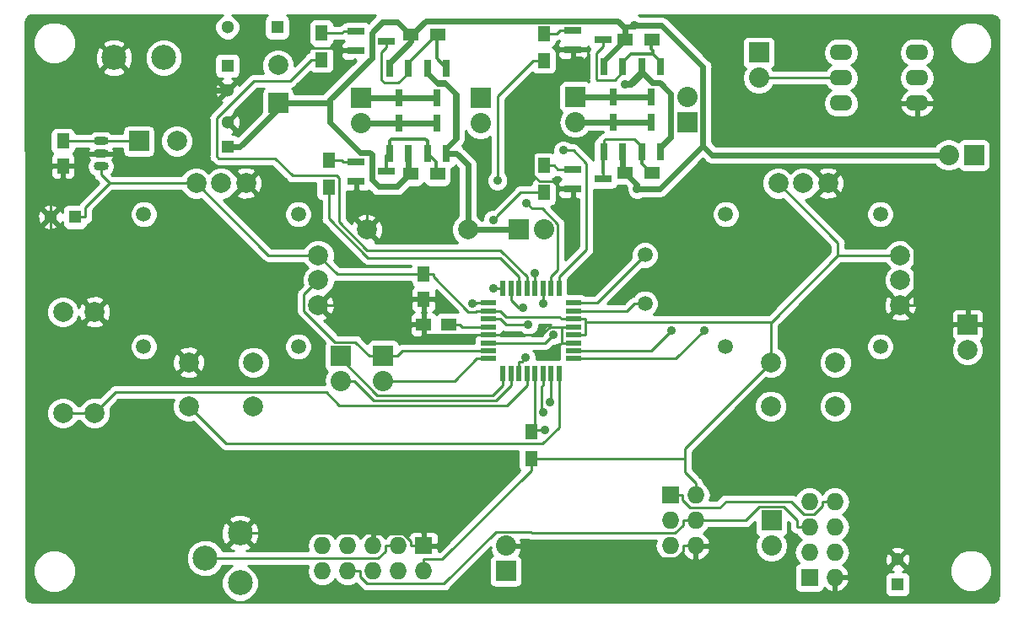
<source format=gtl>
G04 #@! TF.GenerationSoftware,KiCad,Pcbnew,(5.0.0)*
G04 #@! TF.CreationDate,2018-08-15T10:41:58+02:00*
G04 #@! TF.ProjectId,FTController,4654436F6E74726F6C6C65722E6B6963,1.0*
G04 #@! TF.SameCoordinates,Original*
G04 #@! TF.FileFunction,Copper,L1,Top,Signal*
G04 #@! TF.FilePolarity,Positive*
%FSLAX46Y46*%
G04 Gerber Fmt 4.6, Leading zero omitted, Abs format (unit mm)*
G04 Created by KiCad (PCBNEW (5.0.0)) date 08/15/18 10:41:58*
%MOMM*%
%LPD*%
G01*
G04 APERTURE LIST*
G04 #@! TA.AperFunction,ComponentPad*
%ADD10C,1.998980*%
G04 #@! TD*
G04 #@! TA.AperFunction,ComponentPad*
%ADD11C,1.501140*%
G04 #@! TD*
G04 #@! TA.AperFunction,SMDPad,CuDef*
%ADD12R,1.250000X1.500000*%
G04 #@! TD*
G04 #@! TA.AperFunction,SMDPad,CuDef*
%ADD13R,1.500000X1.250000*%
G04 #@! TD*
G04 #@! TA.AperFunction,ComponentPad*
%ADD14R,1.998980X1.998980*%
G04 #@! TD*
G04 #@! TA.AperFunction,ComponentPad*
%ADD15C,2.000000*%
G04 #@! TD*
G04 #@! TA.AperFunction,ComponentPad*
%ADD16R,2.000000X2.000000*%
G04 #@! TD*
G04 #@! TA.AperFunction,ComponentPad*
%ADD17R,1.727200X1.727200*%
G04 #@! TD*
G04 #@! TA.AperFunction,ComponentPad*
%ADD18O,1.727200X1.727200*%
G04 #@! TD*
G04 #@! TA.AperFunction,SMDPad,CuDef*
%ADD19R,1.800860X0.800100*%
G04 #@! TD*
G04 #@! TA.AperFunction,SMDPad,CuDef*
%ADD20R,0.800100X1.800860*%
G04 #@! TD*
G04 #@! TA.AperFunction,ComponentPad*
%ADD21O,2.300000X1.600000*%
G04 #@! TD*
G04 #@! TA.AperFunction,ComponentPad*
%ADD22C,1.300000*%
G04 #@! TD*
G04 #@! TA.AperFunction,ComponentPad*
%ADD23R,1.300000X1.300000*%
G04 #@! TD*
G04 #@! TA.AperFunction,ComponentPad*
%ADD24O,2.032000X2.032000*%
G04 #@! TD*
G04 #@! TA.AperFunction,ComponentPad*
%ADD25R,2.032000X2.032000*%
G04 #@! TD*
G04 #@! TA.AperFunction,ComponentPad*
%ADD26O,1.501140X0.899160*%
G04 #@! TD*
G04 #@! TA.AperFunction,ComponentPad*
%ADD27C,2.499360*%
G04 #@! TD*
G04 #@! TA.AperFunction,SMDPad,CuDef*
%ADD28R,1.300000X1.500000*%
G04 #@! TD*
G04 #@! TA.AperFunction,SMDPad,CuDef*
%ADD29R,1.500000X1.300000*%
G04 #@! TD*
G04 #@! TA.AperFunction,SMDPad,CuDef*
%ADD30R,1.600000X0.550000*%
G04 #@! TD*
G04 #@! TA.AperFunction,SMDPad,CuDef*
%ADD31R,0.550000X1.600000*%
G04 #@! TD*
G04 #@! TA.AperFunction,ComponentPad*
%ADD32C,2.500000*%
G04 #@! TD*
G04 #@! TA.AperFunction,ViaPad*
%ADD33C,0.889000*%
G04 #@! TD*
G04 #@! TA.AperFunction,Conductor*
%ADD34C,0.600000*%
G04 #@! TD*
G04 #@! TA.AperFunction,Conductor*
%ADD35C,0.254000*%
G04 #@! TD*
G04 #@! TA.AperFunction,Conductor*
%ADD36C,0.500000*%
G04 #@! TD*
G04 #@! TA.AperFunction,Conductor*
%ADD37C,0.300000*%
G04 #@! TD*
G04 APERTURE END LIST*
D10*
G04 #@! TO.P,U5,*
G04 #@! TO.N,*
X227406200Y-129489200D03*
G04 #@! TO.P,U5,SW2*
G04 #@! TO.N,SW_R*
X220903800Y-129489200D03*
G04 #@! TO.P,U5,*
G04 #@! TO.N,*
X227406200Y-125089920D03*
G04 #@! TO.P,U5,SW1*
G04 #@! TO.N,+5V*
X220903800Y-125089920D03*
D11*
G04 #@! TO.P,U5,*
G04 #@! TO.N,*
X216405460Y-123489720D03*
X231904540Y-123489720D03*
X216405460Y-110190280D03*
X231904540Y-110190280D03*
D10*
G04 #@! TO.P,U5,Y3*
G04 #@! TO.N,GND*
X226654360Y-107088940D03*
G04 #@! TO.P,U5,Y1*
G04 #@! TO.N,+5V*
X221655640Y-107088940D03*
G04 #@! TO.P,U5,Y2*
G04 #@! TO.N,/JOYR_Y*
X224155000Y-107088940D03*
G04 #@! TO.P,U5,X3*
G04 #@! TO.N,GND*
X233906060Y-119339360D03*
G04 #@! TO.P,U5,X2*
G04 #@! TO.N,/JOYR_X*
X233906060Y-116840000D03*
G04 #@! TO.P,U5,X1*
G04 #@! TO.N,+5V*
X233906060Y-114340640D03*
G04 #@! TD*
D12*
G04 #@! TO.P,C2,2*
G04 #@! TO.N,GND*
X149860000Y-105370000D03*
G04 #@! TO.P,C2,1*
G04 #@! TO.N,Net-(C2-Pad1)*
X149860000Y-102870000D03*
G04 #@! TD*
G04 #@! TO.P,C5,1*
G04 #@! TO.N,+5V*
X186055000Y-116245000D03*
G04 #@! TO.P,C5,2*
G04 #@! TO.N,GND*
X186055000Y-118745000D03*
G04 #@! TD*
D13*
G04 #@! TO.P,C7,2*
G04 #@! TO.N,GND*
X186095000Y-121285000D03*
G04 #@! TO.P,C7,1*
G04 #@! TO.N,Net-(C7-Pad1)*
X188595000Y-121285000D03*
G04 #@! TD*
D10*
G04 #@! TO.P,D1,2*
G04 #@! TO.N,Net-(C1-Pad1)*
X161290000Y-102870000D03*
D14*
G04 #@! TO.P,D1,1*
G04 #@! TO.N,Net-(C2-Pad1)*
X157480000Y-102870000D03*
G04 #@! TD*
D15*
G04 #@! TO.P,D2,2*
G04 #@! TO.N,Net-(D2-Pad2)*
X240665000Y-123825000D03*
D16*
G04 #@! TO.P,D2,1*
G04 #@! TO.N,GND*
X240665000Y-121285000D03*
G04 #@! TD*
D17*
G04 #@! TO.P,P4,1*
G04 #@! TO.N,/MISO*
X210820000Y-138430000D03*
D18*
G04 #@! TO.P,P4,2*
G04 #@! TO.N,+5V*
X213360000Y-138430000D03*
G04 #@! TO.P,P4,3*
G04 #@! TO.N,/SCK*
X210820000Y-140970000D03*
G04 #@! TO.P,P4,4*
G04 #@! TO.N,/MOSI*
X213360000Y-140970000D03*
G04 #@! TO.P,P4,5*
G04 #@! TO.N,/RST*
X210820000Y-143510000D03*
G04 #@! TO.P,P4,6*
G04 #@! TO.N,GND*
X213360000Y-143510000D03*
G04 #@! TD*
D19*
G04 #@! TO.P,Q2,3*
G04 #@! TO.N,Net-(Q2-Pad3)*
X204066140Y-92710000D03*
G04 #@! TO.P,Q2,2*
G04 #@! TO.N,GND*
X201063860Y-93660000D03*
G04 #@! TO.P,Q2,1*
G04 #@! TO.N,Net-(Q2-Pad1)*
X201063860Y-91760000D03*
G04 #@! TD*
D20*
G04 #@! TO.P,Q4,1*
G04 #@! TO.N,Net-(Q2-Pad3)*
X206055000Y-95422760D03*
G04 #@! TO.P,Q4,2*
G04 #@! TO.N,+9V*
X204155000Y-95422760D03*
G04 #@! TO.P,Q4,3*
G04 #@! TO.N,Net-(P6-Pad1)*
X205105000Y-98425040D03*
G04 #@! TD*
G04 #@! TO.P,Q5,3*
G04 #@! TO.N,Net-(P6-Pad1)*
X208915000Y-98425040D03*
G04 #@! TO.P,Q5,2*
G04 #@! TO.N,GNDA*
X207965000Y-95422760D03*
G04 #@! TO.P,Q5,1*
G04 #@! TO.N,Net-(Q2-Pad3)*
X209865000Y-95422760D03*
G04 #@! TD*
G04 #@! TO.P,Q8,1*
G04 #@! TO.N,Net-(Q12-Pad3)*
X204155000Y-103967140D03*
G04 #@! TO.P,Q8,2*
G04 #@! TO.N,+9V*
X206055000Y-103967140D03*
G04 #@! TO.P,Q8,3*
G04 #@! TO.N,Net-(P6-Pad2)*
X205105000Y-100964860D03*
G04 #@! TD*
G04 #@! TO.P,Q9,3*
G04 #@! TO.N,Net-(P6-Pad2)*
X208915000Y-100964860D03*
G04 #@! TO.P,Q9,2*
G04 #@! TO.N,GNDA*
X209865000Y-103967140D03*
G04 #@! TO.P,Q9,1*
G04 #@! TO.N,Net-(Q12-Pad3)*
X207965000Y-103967140D03*
G04 #@! TD*
D19*
G04 #@! TO.P,Q12,1*
G04 #@! TO.N,Net-(Q12-Pad1)*
X201063860Y-105730000D03*
G04 #@! TO.P,Q12,2*
G04 #@! TO.N,GND*
X201063860Y-107630000D03*
G04 #@! TO.P,Q12,3*
G04 #@! TO.N,Net-(Q12-Pad3)*
X204066140Y-106680000D03*
G04 #@! TD*
G04 #@! TO.P,Q14,3*
G04 #@! TO.N,Net-(Q14-Pad3)*
X182313140Y-92813500D03*
G04 #@! TO.P,Q14,2*
G04 #@! TO.N,GND*
X179310860Y-93763500D03*
G04 #@! TO.P,Q14,1*
G04 #@! TO.N,Net-(Q14-Pad1)*
X179310860Y-91863500D03*
G04 #@! TD*
D20*
G04 #@! TO.P,Q16,3*
G04 #@! TO.N,Net-(P8-Pad1)*
X183583000Y-98528440D03*
G04 #@! TO.P,Q16,2*
G04 #@! TO.N,+9V*
X182633000Y-95526160D03*
G04 #@! TO.P,Q16,1*
G04 #@! TO.N,Net-(Q14-Pad3)*
X184533000Y-95526160D03*
G04 #@! TD*
G04 #@! TO.P,Q17,1*
G04 #@! TO.N,Net-(Q14-Pad3)*
X188343000Y-95526160D03*
G04 #@! TO.P,Q17,2*
G04 #@! TO.N,GNDA*
X186443000Y-95526160D03*
G04 #@! TO.P,Q17,3*
G04 #@! TO.N,Net-(P8-Pad1)*
X187393000Y-98528440D03*
G04 #@! TD*
G04 #@! TO.P,Q20,1*
G04 #@! TO.N,Net-(Q20-Pad1)*
X182633000Y-104071140D03*
G04 #@! TO.P,Q20,2*
G04 #@! TO.N,+9V*
X184533000Y-104071140D03*
G04 #@! TO.P,Q20,3*
G04 #@! TO.N,Net-(P8-Pad2)*
X183583000Y-101068860D03*
G04 #@! TD*
G04 #@! TO.P,Q21,1*
G04 #@! TO.N,Net-(Q20-Pad1)*
X186443000Y-104071140D03*
G04 #@! TO.P,Q21,2*
G04 #@! TO.N,GNDA*
X188343000Y-104071140D03*
G04 #@! TO.P,Q21,3*
G04 #@! TO.N,Net-(P8-Pad2)*
X187393000Y-101068860D03*
G04 #@! TD*
D19*
G04 #@! TO.P,Q24,3*
G04 #@! TO.N,Net-(Q20-Pad1)*
X182313140Y-105917000D03*
G04 #@! TO.P,Q24,2*
G04 #@! TO.N,GND*
X179310860Y-106867000D03*
G04 #@! TO.P,Q24,1*
G04 #@! TO.N,Net-(Q24-Pad1)*
X179310860Y-104967000D03*
G04 #@! TD*
D21*
G04 #@! TO.P,U2,1*
G04 #@! TO.N,Net-(R1-Pad1)*
X227965000Y-93980000D03*
G04 #@! TO.P,U2,2*
G04 #@! TO.N,Net-(P2-Pad2)*
X227965000Y-96520000D03*
G04 #@! TO.P,U2,3*
G04 #@! TO.N,N/C*
X227965000Y-99060000D03*
G04 #@! TO.P,U2,4*
G04 #@! TO.N,GND*
X235585000Y-99060000D03*
G04 #@! TO.P,U2,5*
G04 #@! TO.N,/COUNT*
X235585000Y-96520000D03*
G04 #@! TO.P,U2,6*
G04 #@! TO.N,N/C*
X235585000Y-93980000D03*
G04 #@! TD*
D10*
G04 #@! TO.P,U4,X1*
G04 #@! TO.N,+5V*
X175486060Y-114340640D03*
G04 #@! TO.P,U4,X2*
G04 #@! TO.N,/JOYL_X*
X175486060Y-116840000D03*
G04 #@! TO.P,U4,X3*
G04 #@! TO.N,GND*
X175486060Y-119339360D03*
G04 #@! TO.P,U4,Y2*
G04 #@! TO.N,/JOYL_Y*
X165735000Y-107088940D03*
G04 #@! TO.P,U4,Y1*
G04 #@! TO.N,+5V*
X163235640Y-107088940D03*
G04 #@! TO.P,U4,Y3*
G04 #@! TO.N,GND*
X168234360Y-107088940D03*
D11*
G04 #@! TO.P,U4,*
G04 #@! TO.N,*
X173484540Y-110190280D03*
X157985460Y-110190280D03*
X173484540Y-123489720D03*
X157985460Y-123489720D03*
D10*
G04 #@! TO.P,U4,SW1*
G04 #@! TO.N,GND*
X162483800Y-125089920D03*
G04 #@! TO.P,U4,*
G04 #@! TO.N,*
X168986200Y-125089920D03*
G04 #@! TO.P,U4,SW2*
G04 #@! TO.N,/SW_L*
X162483800Y-129489200D03*
G04 #@! TO.P,U4,*
G04 #@! TO.N,*
X168986200Y-129489200D03*
G04 #@! TD*
D11*
G04 #@! TO.P,Y1,1*
G04 #@! TO.N,/XTAL2*
X208280000Y-114300060D03*
G04 #@! TO.P,Y1,2*
G04 #@! TO.N,/XTAL1*
X208280000Y-119181940D03*
G04 #@! TD*
D22*
G04 #@! TO.P,C1,2*
G04 #@! TO.N,GND*
X166370000Y-97790000D03*
D23*
G04 #@! TO.P,C1,1*
G04 #@! TO.N,Net-(C1-Pad1)*
X166370000Y-95290000D03*
G04 #@! TD*
D22*
G04 #@! TO.P,C4,2*
G04 #@! TO.N,GND*
X148590000Y-110490000D03*
D23*
G04 #@! TO.P,C4,1*
G04 #@! TO.N,+5V*
X151090000Y-110490000D03*
G04 #@! TD*
D24*
G04 #@! TO.P,JP1,2*
G04 #@! TO.N,I_MEAS*
X198120000Y-111760000D03*
D25*
G04 #@! TO.P,JP1,1*
G04 #@! TO.N,GNDA*
X195580000Y-111760000D03*
G04 #@! TD*
G04 #@! TO.P,P2,1*
G04 #@! TO.N,Net-(P2-Pad1)*
X219710000Y-93980000D03*
D24*
G04 #@! TO.P,P2,2*
G04 #@! TO.N,Net-(P2-Pad2)*
X219710000Y-96520000D03*
G04 #@! TD*
D25*
G04 #@! TO.P,P5,1*
G04 #@! TO.N,Net-(P5-Pad1)*
X241300000Y-104267000D03*
D24*
G04 #@! TO.P,P5,2*
G04 #@! TO.N,+9V*
X238760000Y-104267000D03*
G04 #@! TD*
D25*
G04 #@! TO.P,P6,1*
G04 #@! TO.N,Net-(P6-Pad1)*
X201295000Y-98425000D03*
D24*
G04 #@! TO.P,P6,2*
G04 #@! TO.N,Net-(P6-Pad2)*
X201295000Y-100965000D03*
G04 #@! TD*
G04 #@! TO.P,P7,2*
G04 #@! TO.N,Net-(P7-Pad2)*
X212533000Y-98425000D03*
D25*
G04 #@! TO.P,P7,1*
G04 #@! TO.N,Net-(P7-Pad1)*
X212533000Y-100965000D03*
G04 #@! TD*
D24*
G04 #@! TO.P,P8,2*
G04 #@! TO.N,Net-(P8-Pad2)*
X179773000Y-101068500D03*
D25*
G04 #@! TO.P,P8,1*
G04 #@! TO.N,Net-(P8-Pad1)*
X179773000Y-98528500D03*
G04 #@! TD*
G04 #@! TO.P,P9,1*
G04 #@! TO.N,Net-(P9-Pad1)*
X191770000Y-98552000D03*
D24*
G04 #@! TO.P,P9,2*
G04 #@! TO.N,Net-(P9-Pad2)*
X191770000Y-101092000D03*
G04 #@! TD*
D10*
G04 #@! TO.P,R2,1*
G04 #@! TO.N,+9V*
X149860000Y-120015000D03*
G04 #@! TO.P,R2,2*
G04 #@! TO.N,/SCL*
X149860000Y-130175000D03*
G04 #@! TD*
G04 #@! TO.P,R3,2*
G04 #@! TO.N,GND*
X153035000Y-120015000D03*
G04 #@! TO.P,R3,1*
G04 #@! TO.N,/SCL*
X153035000Y-130175000D03*
G04 #@! TD*
G04 #@! TO.P,R19,1*
G04 #@! TO.N,GNDA*
X190500000Y-111760000D03*
G04 #@! TO.P,R19,2*
G04 #@! TO.N,GND*
X180340000Y-111760000D03*
G04 #@! TD*
D26*
G04 #@! TO.P,U3,2*
G04 #@! TO.N,GND*
X153670000Y-104140000D03*
G04 #@! TO.P,U3,3*
G04 #@! TO.N,Net-(C2-Pad1)*
X153670000Y-102870000D03*
G04 #@! TO.P,U3,1*
G04 #@! TO.N,+5V*
X153670000Y-105410000D03*
G04 #@! TD*
D17*
G04 #@! TO.P,P3,1*
G04 #@! TO.N,GND*
X186055000Y-143510000D03*
D18*
G04 #@! TO.P,P3,2*
G04 #@! TO.N,+5V*
X186055000Y-146050000D03*
G04 #@! TO.P,P3,3*
G04 #@! TO.N,Net-(P3-Pad3)*
X183515000Y-143510000D03*
G04 #@! TO.P,P3,4*
G04 #@! TO.N,/LCD_RS*
X183515000Y-146050000D03*
G04 #@! TO.P,P3,5*
G04 #@! TO.N,GND*
X180975000Y-143510000D03*
G04 #@! TO.P,P3,6*
G04 #@! TO.N,/LCD_E*
X180975000Y-146050000D03*
G04 #@! TO.P,P3,7*
G04 #@! TO.N,/SCK*
X178435000Y-143510000D03*
G04 #@! TO.P,P3,8*
G04 #@! TO.N,/MOSI*
X178435000Y-146050000D03*
G04 #@! TO.P,P3,9*
G04 #@! TO.N,/MISO*
X175895000Y-143510000D03*
G04 #@! TO.P,P3,10*
G04 #@! TO.N,/LCD_DB7*
X175895000Y-146050000D03*
G04 #@! TD*
D25*
G04 #@! TO.P,P10,1*
G04 #@! TO.N,Net-(P10-Pad1)*
X194310000Y-146050000D03*
D24*
G04 #@! TO.P,P10,2*
G04 #@! TO.N,GND*
X194310000Y-143510000D03*
G04 #@! TD*
D27*
G04 #@! TO.P,RV1,2*
G04 #@! TO.N,Net-(P3-Pad3)*
X164139880Y-144739640D03*
G04 #@! TO.P,RV1,3*
G04 #@! TO.N,GND*
X167640000Y-142240280D03*
G04 #@! TO.P,RV1,1*
G04 #@! TO.N,+5V*
X167640000Y-147239000D03*
G04 #@! TD*
D28*
G04 #@! TO.P,R7,1*
G04 #@! TO.N,Net-(Q2-Pad1)*
X198120000Y-92075000D03*
G04 #@! TO.P,R7,2*
G04 #@! TO.N,PWM_RX1*
X198120000Y-94775000D03*
G04 #@! TD*
D29*
G04 #@! TO.P,R9,1*
G04 #@! TO.N,+9V*
X206295000Y-92690000D03*
G04 #@! TO.P,R9,2*
G04 #@! TO.N,Net-(Q2-Pad3)*
X208995000Y-92690000D03*
G04 #@! TD*
G04 #@! TO.P,R11,2*
G04 #@! TO.N,Net-(Q12-Pad3)*
X208995000Y-106045000D03*
G04 #@! TO.P,R11,1*
G04 #@! TO.N,+9V*
X206295000Y-106045000D03*
G04 #@! TD*
D28*
G04 #@! TO.P,R13,2*
G04 #@! TO.N,PWM_RX2*
X198120000Y-108030000D03*
G04 #@! TO.P,R13,1*
G04 #@! TO.N,Net-(Q12-Pad1)*
X198120000Y-105330000D03*
G04 #@! TD*
G04 #@! TO.P,R15,2*
G04 #@! TO.N,PWM_LX1*
X175815000Y-94695000D03*
G04 #@! TO.P,R15,1*
G04 #@! TO.N,Net-(Q14-Pad1)*
X175815000Y-91995000D03*
G04 #@! TD*
D29*
G04 #@! TO.P,R17,2*
G04 #@! TO.N,Net-(Q14-Pad3)*
X187493000Y-92178500D03*
G04 #@! TO.P,R17,1*
G04 #@! TO.N,+9V*
X184793000Y-92178500D03*
G04 #@! TD*
G04 #@! TO.P,R20,1*
G04 #@! TO.N,+9V*
X184753000Y-106168000D03*
G04 #@! TO.P,R20,2*
G04 #@! TO.N,Net-(Q20-Pad1)*
X187453000Y-106168000D03*
G04 #@! TD*
D28*
G04 #@! TO.P,R22,2*
G04 #@! TO.N,PWM_LX2*
X176530000Y-107475000D03*
G04 #@! TO.P,R22,1*
G04 #@! TO.N,Net-(Q24-Pad1)*
X176530000Y-104775000D03*
G04 #@! TD*
G04 #@! TO.P,R24,2*
G04 #@! TO.N,/RST*
X196850000Y-132080000D03*
G04 #@! TO.P,R24,1*
G04 #@! TO.N,+5V*
X196850000Y-134780000D03*
G04 #@! TD*
D30*
G04 #@! TO.P,IC1,1*
G04 #@! TO.N,PWM_RY1*
X201100000Y-124720000D03*
G04 #@! TO.P,IC1,2*
G04 #@! TO.N,PWM_RY2*
X201100000Y-123920000D03*
G04 #@! TO.P,IC1,3*
G04 #@! TO.N,GND*
X201100000Y-123120000D03*
G04 #@! TO.P,IC1,4*
G04 #@! TO.N,+5V*
X201100000Y-122320000D03*
G04 #@! TO.P,IC1,5*
G04 #@! TO.N,GND*
X201100000Y-121520000D03*
G04 #@! TO.P,IC1,6*
G04 #@! TO.N,+5V*
X201100000Y-120720000D03*
G04 #@! TO.P,IC1,7*
G04 #@! TO.N,/XTAL1*
X201100000Y-119920000D03*
G04 #@! TO.P,IC1,8*
G04 #@! TO.N,/XTAL2*
X201100000Y-119120000D03*
D31*
G04 #@! TO.P,IC1,9*
G04 #@! TO.N,PWM_LY1*
X199650000Y-117670000D03*
G04 #@! TO.P,IC1,10*
G04 #@! TO.N,PWM_LY2*
X198850000Y-117670000D03*
G04 #@! TO.P,IC1,11*
G04 #@! TO.N,/COUNT*
X198050000Y-117670000D03*
G04 #@! TO.P,IC1,12*
G04 #@! TO.N,/LCD_E*
X197250000Y-117670000D03*
G04 #@! TO.P,IC1,13*
G04 #@! TO.N,PWM_LX1*
X196450000Y-117670000D03*
G04 #@! TO.P,IC1,14*
G04 #@! TO.N,PWM_LX2*
X195650000Y-117670000D03*
G04 #@! TO.P,IC1,15*
G04 #@! TO.N,/MOSI*
X194850000Y-117670000D03*
G04 #@! TO.P,IC1,16*
G04 #@! TO.N,/MISO*
X194050000Y-117670000D03*
D30*
G04 #@! TO.P,IC1,17*
G04 #@! TO.N,/SCK*
X192600000Y-119120000D03*
G04 #@! TO.P,IC1,18*
G04 #@! TO.N,+5V*
X192600000Y-119920000D03*
G04 #@! TO.P,IC1,19*
G04 #@! TO.N,/JOYR_X*
X192600000Y-120720000D03*
G04 #@! TO.P,IC1,20*
G04 #@! TO.N,Net-(C7-Pad1)*
X192600000Y-121520000D03*
G04 #@! TO.P,IC1,21*
G04 #@! TO.N,GND*
X192600000Y-122320000D03*
G04 #@! TO.P,IC1,22*
G04 #@! TO.N,/JOYR_Y*
X192600000Y-123120000D03*
G04 #@! TO.P,IC1,23*
G04 #@! TO.N,/JOYL_X*
X192600000Y-123920000D03*
G04 #@! TO.P,IC1,24*
G04 #@! TO.N,/JOYL_Y*
X192600000Y-124720000D03*
D31*
G04 #@! TO.P,IC1,25*
G04 #@! TO.N,PWM_RX1*
X194050000Y-126170000D03*
G04 #@! TO.P,IC1,26*
G04 #@! TO.N,PWM_RX2*
X194850000Y-126170000D03*
G04 #@! TO.P,IC1,27*
G04 #@! TO.N,I_MEAS*
X195650000Y-126170000D03*
G04 #@! TO.P,IC1,28*
G04 #@! TO.N,/SCL*
X196450000Y-126170000D03*
G04 #@! TO.P,IC1,29*
G04 #@! TO.N,/RST*
X197250000Y-126170000D03*
G04 #@! TO.P,IC1,30*
G04 #@! TO.N,/LCD_RS*
X198050000Y-126170000D03*
G04 #@! TO.P,IC1,31*
G04 #@! TO.N,/LCD_DB7*
X198850000Y-126170000D03*
G04 #@! TO.P,IC1,32*
G04 #@! TO.N,/SW_L*
X199650000Y-126170000D03*
G04 #@! TD*
D23*
G04 #@! TO.P,C11,1*
G04 #@! TO.N,Net-(C10-Pad1)*
X233640000Y-147360000D03*
D22*
G04 #@! TO.P,C11,2*
G04 #@! TO.N,GND*
X233640000Y-144860000D03*
G04 #@! TD*
D17*
G04 #@! TO.P,U6,1*
G04 #@! TO.N,Net-(C10-Pad1)*
X224790000Y-146685000D03*
D18*
G04 #@! TO.P,U6,2*
G04 #@! TO.N,GND*
X227330000Y-146685000D03*
G04 #@! TO.P,U6,3*
G04 #@! TO.N,Net-(J1-Pad2)*
X224790000Y-144145000D03*
G04 #@! TO.P,U6,4*
G04 #@! TO.N,Net-(J1-Pad1)*
X227330000Y-144145000D03*
G04 #@! TO.P,U6,5*
G04 #@! TO.N,/MOSI*
X224790000Y-141605000D03*
G04 #@! TO.P,U6,6*
G04 #@! TO.N,/SCK*
X227330000Y-141605000D03*
G04 #@! TO.P,U6,7*
G04 #@! TO.N,N/C*
X224790000Y-139065000D03*
G04 #@! TO.P,U6,8*
G04 #@! TO.N,/MISO*
X227330000Y-139065000D03*
G04 #@! TD*
D25*
G04 #@! TO.P,J1,1*
G04 #@! TO.N,Net-(J1-Pad1)*
X220980000Y-140970000D03*
D24*
G04 #@! TO.P,J1,2*
G04 #@! TO.N,Net-(J1-Pad2)*
X220980000Y-143510000D03*
G04 #@! TD*
D25*
G04 #@! TO.P,J2,1*
G04 #@! TO.N,PWM_RX1*
X177726000Y-124426000D03*
D24*
G04 #@! TO.P,J2,2*
G04 #@! TO.N,PWM_RX2*
X177726000Y-126966000D03*
G04 #@! TD*
G04 #@! TO.P,J3,2*
G04 #@! TO.N,/JOYL_Y*
X182018000Y-126966000D03*
D25*
G04 #@! TO.P,J3,1*
G04 #@! TO.N,/JOYL_X*
X182018000Y-124426000D03*
G04 #@! TD*
D23*
G04 #@! TO.P,C12,1*
G04 #@! TO.N,+9V*
X166370000Y-103465000D03*
D22*
G04 #@! TO.P,C12,2*
G04 #@! TO.N,GND*
X166370000Y-100965000D03*
G04 #@! TD*
D32*
G04 #@! TO.P,P1,1*
G04 #@! TO.N,Net-(C1-Pad1)*
X159980000Y-94488000D03*
G04 #@! TO.P,P1,2*
G04 #@! TO.N,GND*
X154980000Y-94488000D03*
G04 #@! TD*
D10*
G04 #@! TO.P,D3,2*
G04 #@! TO.N,Net-(D3-Pad2)*
X171450000Y-95250000D03*
D14*
G04 #@! TO.P,D3,1*
G04 #@! TO.N,+9V*
X171450000Y-99060000D03*
G04 #@! TD*
D23*
G04 #@! TO.P,F1,1*
G04 #@! TO.N,Net-(D3-Pad2)*
X171370000Y-91440000D03*
D22*
G04 #@! TO.P,F1,2*
G04 #@! TO.N,Net-(C1-Pad1)*
X166370000Y-91440000D03*
G04 #@! TD*
D33*
G04 #@! TO.N,GND*
X201796600Y-94761100D03*
G04 #@! TO.N,+9V*
X207506600Y-107649700D03*
X207239900Y-91243200D03*
G04 #@! TO.N,PWM_RY1*
X214237300Y-121884000D03*
G04 #@! TO.N,PWM_RY2*
X210972700Y-121899400D03*
G04 #@! TO.N,PWM_LY1*
X200092200Y-103801000D03*
G04 #@! TO.N,PWM_LY2*
X196418700Y-109107400D03*
G04 #@! TO.N,/COUNT*
X198050000Y-119179300D03*
G04 #@! TO.N,/MOSI*
X196059500Y-119596700D03*
G04 #@! TO.N,/MISO*
X193054800Y-117675800D03*
G04 #@! TO.N,/SCK*
X190989900Y-119149900D03*
G04 #@! TO.N,/JOYR_X*
X196571800Y-121321400D03*
G04 #@! TO.N,/JOYR_Y*
X199054500Y-122331500D03*
G04 #@! TO.N,PWM_RX1*
X193479600Y-106812800D03*
G04 #@! TO.N,PWM_RX2*
X193047600Y-110765490D03*
G04 #@! TO.N,I_MEAS*
X196282900Y-124622700D03*
G04 #@! TO.N,/RST*
X198205100Y-131852000D03*
G04 #@! TO.N,GNDA*
X206286100Y-97201800D03*
G04 #@! TO.N,/LCD_E*
X197250000Y-116102500D03*
G04 #@! TO.N,/LCD_RS*
X198083400Y-130065600D03*
G04 #@! TO.N,/LCD_DB7*
X198735000Y-129046200D03*
G04 #@! TD*
D34*
G04 #@! TO.N,GND*
X154980000Y-94488000D02*
X158282000Y-97790000D01*
X158282000Y-97790000D02*
X166370000Y-97790000D01*
D35*
X201100000Y-123120000D02*
X199918700Y-123120000D01*
X152096300Y-104140000D02*
X150866300Y-105370000D01*
X153670000Y-104140000D02*
X152096300Y-104140000D01*
X149860000Y-105370000D02*
X150866300Y-105370000D01*
X149860000Y-105370000D02*
X148853700Y-105370000D01*
X201100000Y-121520000D02*
X199918700Y-121520000D01*
X212115100Y-144025800D02*
X212115100Y-143510000D01*
X211375800Y-144765100D02*
X212115100Y-144025800D01*
X196962400Y-144765100D02*
X211375800Y-144765100D01*
X195707300Y-143510000D02*
X196962400Y-144765100D01*
X194310000Y-143510000D02*
X195707300Y-143510000D01*
X213360000Y-143510000D02*
X212115100Y-143510000D01*
X148590000Y-105633700D02*
X148590000Y-110490000D01*
X148853700Y-105370000D02*
X148590000Y-105633700D01*
X148590000Y-115570000D02*
X153035000Y-120015000D01*
X148590000Y-110490000D02*
X148590000Y-115570000D01*
X184454300Y-119339400D02*
X185048700Y-118745000D01*
X175486100Y-119339400D02*
X184454300Y-119339400D01*
X186055000Y-118745000D02*
X185048700Y-118745000D01*
X186055000Y-118745000D02*
X186055000Y-119876300D01*
X186095000Y-119916300D02*
X186095000Y-121285000D01*
X186055000Y-119876300D02*
X186095000Y-119916300D01*
X191390000Y-122291300D02*
X191418700Y-122320000D01*
X186095000Y-122291300D02*
X191390000Y-122291300D01*
X186095000Y-121285000D02*
X186095000Y-122291300D01*
X192600000Y-122320000D02*
X191418700Y-122320000D01*
X177829300Y-93563600D02*
X178029200Y-93763500D01*
X170596400Y-93563600D02*
X177829300Y-93563600D01*
X166370000Y-97790000D02*
X170596400Y-93563600D01*
X179310900Y-93763500D02*
X178029200Y-93763500D01*
X192600000Y-122320000D02*
X193781300Y-122320000D01*
X179310900Y-106867000D02*
X179310900Y-107648400D01*
X199918700Y-121520000D02*
X199918700Y-123120000D01*
X197898300Y-122320000D02*
X193781300Y-122320000D01*
X198712600Y-121505700D02*
X197898300Y-122320000D01*
X199904400Y-121505700D02*
X198712600Y-121505700D01*
X199918700Y-121520000D02*
X199904400Y-121505700D01*
X180340000Y-108677500D02*
X179310900Y-107648400D01*
X180340000Y-111760000D02*
X180340000Y-108677500D01*
X240665000Y-121285000D02*
X239283700Y-121285000D01*
X235287000Y-113710800D02*
X235287000Y-119339400D01*
X233513000Y-111936800D02*
X235287000Y-113710800D01*
X231502300Y-111936800D02*
X233513000Y-111936800D01*
X226654400Y-107088900D02*
X231502300Y-111936800D01*
X233906100Y-119339400D02*
X235287000Y-119339400D01*
X237338100Y-119339400D02*
X239283700Y-121285000D01*
X235287000Y-119339400D02*
X237338100Y-119339400D01*
X201063900Y-93660000D02*
X201063900Y-94441400D01*
X201476900Y-94441400D02*
X201063900Y-94441400D01*
X201796600Y-94761100D02*
X201476900Y-94441400D01*
X197088600Y-99469100D02*
X201796600Y-94761100D01*
X197088600Y-106287200D02*
X197088600Y-99469100D01*
X197700000Y-106898600D02*
X197088600Y-106287200D01*
X199050800Y-106898600D02*
X197700000Y-106898600D01*
X199782200Y-107630000D02*
X199050800Y-106898600D01*
X201063900Y-107630000D02*
X199782200Y-107630000D01*
X186055000Y-143510000D02*
X184810100Y-143510000D01*
X180975000Y-143510000D02*
X180975000Y-142265100D01*
X184032000Y-142265100D02*
X180975000Y-142265100D01*
X184810100Y-143043200D02*
X184032000Y-142265100D01*
X184810100Y-143510000D02*
X184810100Y-143043200D01*
X180950200Y-142240300D02*
X180975000Y-142265100D01*
X167640000Y-142240300D02*
X180950200Y-142240300D01*
G04 #@! TO.N,+5V*
X185551900Y-116245000D02*
X185048700Y-116245000D01*
X185551900Y-116245000D02*
X186055000Y-116245000D01*
X153670000Y-105410000D02*
X153670000Y-106240900D01*
X154518000Y-107088900D02*
X153670000Y-106240900D01*
X152121300Y-109485600D02*
X152121300Y-110490000D01*
X154518000Y-107088900D02*
X152121300Y-109485600D01*
X151090000Y-110490000D02*
X152121300Y-110490000D01*
X200636500Y-120720000D02*
X199918700Y-120720000D01*
X177390500Y-116245000D02*
X185048700Y-116245000D01*
X175486100Y-114340600D02*
X177390500Y-116245000D01*
X163235600Y-107088900D02*
X154518000Y-107088900D01*
X170487300Y-114340600D02*
X175486100Y-114340600D01*
X163235600Y-107088900D02*
X170487300Y-114340600D01*
X193190700Y-119920000D02*
X193781300Y-119920000D01*
X199694300Y-120495600D02*
X199918700Y-120720000D01*
X194356900Y-120495600D02*
X199694300Y-120495600D01*
X193781300Y-119920000D02*
X194356900Y-120495600D01*
X227665000Y-113098300D02*
X227665000Y-114340600D01*
X221655600Y-107088900D02*
X227665000Y-113098300D01*
X227665000Y-114340600D02*
X233906100Y-114340600D01*
X200636500Y-120720000D02*
X201100000Y-120720000D01*
X201100000Y-120720000D02*
X202281300Y-120720000D01*
X201100000Y-122320000D02*
X202281300Y-122320000D01*
X227665000Y-114340600D02*
X220903800Y-121101800D01*
X220903800Y-121101800D02*
X220903800Y-125089900D01*
X220837400Y-121035400D02*
X220903800Y-121101800D01*
X202281300Y-121035400D02*
X220837400Y-121035400D01*
X202281300Y-120720000D02*
X202281300Y-121035400D01*
X202281300Y-121035400D02*
X202281300Y-122320000D01*
X213360000Y-138430000D02*
X213360000Y-137185100D01*
X193190700Y-119920000D02*
X192600000Y-119920000D01*
X187061300Y-116496600D02*
X187061300Y-116245000D01*
X190574300Y-120009600D02*
X187061300Y-116496600D01*
X191329100Y-120009600D02*
X190574300Y-120009600D01*
X191418700Y-119920000D02*
X191329100Y-120009600D01*
X192600000Y-119920000D02*
X191418700Y-119920000D01*
X186055000Y-116245000D02*
X187061300Y-116245000D01*
X196850000Y-134780000D02*
X197881300Y-134780000D01*
X212271500Y-134780000D02*
X197881300Y-134780000D01*
X212271500Y-133722200D02*
X212271500Y-134780000D01*
X220903800Y-125089900D02*
X212271500Y-133722200D01*
X212271500Y-136096600D02*
X213360000Y-137185100D01*
X212271500Y-134780000D02*
X212271500Y-136096600D01*
X187956200Y-144805100D02*
X196850000Y-135911300D01*
X186055000Y-144805100D02*
X187956200Y-144805100D01*
X186055000Y-146050000D02*
X186055000Y-144805100D01*
X196850000Y-134780000D02*
X196850000Y-135911300D01*
G04 #@! TO.N,Net-(C7-Pad1)*
X189961300Y-121520000D02*
X189726300Y-121285000D01*
X192600000Y-121520000D02*
X189961300Y-121520000D01*
X188595000Y-121285000D02*
X189726300Y-121285000D01*
G04 #@! TO.N,/XTAL1*
X206480000Y-119920000D02*
X201100000Y-119920000D01*
X207219000Y-119182000D02*
X206480000Y-119920000D01*
X208280000Y-119182000D02*
X207219000Y-119182000D01*
X208280000Y-119181900D02*
X208280000Y-119182000D01*
G04 #@! TO.N,/XTAL2*
X203460000Y-119120000D02*
X208280000Y-114300000D01*
X201100000Y-119120000D02*
X203460000Y-119120000D01*
X208280000Y-114300100D02*
X208280000Y-114300000D01*
D34*
G04 #@! TO.N,+9V*
X214099001Y-103331001D02*
X215035000Y-104267000D01*
X215035000Y-104267000D02*
X238760000Y-104267000D01*
X207506600Y-107649700D02*
X207506600Y-107256600D01*
X207506600Y-107256600D02*
X206295000Y-106045000D01*
X207239900Y-91243200D02*
X209938202Y-91243200D01*
X209938202Y-91243200D02*
X214099001Y-95403999D01*
X214099001Y-95403999D02*
X214099001Y-103331001D01*
X214099001Y-103331001D02*
X209780302Y-107649700D01*
X209780302Y-107649700D02*
X208135217Y-107649700D01*
X208135217Y-107649700D02*
X207506600Y-107649700D01*
X176691000Y-99060000D02*
X176691000Y-100984700D01*
X176691000Y-100984700D02*
X179723249Y-104016949D01*
X179723249Y-104016949D02*
X180651291Y-104016949D01*
X180651291Y-104016949D02*
X180862709Y-104228367D01*
X180862709Y-104228367D02*
X180862709Y-106757051D01*
X180862709Y-106757051D02*
X181523658Y-107418000D01*
X181523658Y-107418000D02*
X183403000Y-107418000D01*
X184653000Y-106168000D02*
X184753000Y-106168000D01*
X183403000Y-107418000D02*
X184653000Y-106168000D01*
X171450000Y-99060000D02*
X176691000Y-99060000D01*
X184533000Y-104071140D02*
X184533000Y-105948000D01*
X184533000Y-105948000D02*
X184753000Y-106168000D01*
X206055000Y-103967140D02*
X206055000Y-105805000D01*
X206055000Y-105805000D02*
X206295000Y-106045000D01*
X206295000Y-92690000D02*
X206295000Y-91440000D01*
X206295000Y-91440000D02*
X206332200Y-91402800D01*
X206332200Y-91402800D02*
X206357000Y-91402800D01*
X206295000Y-92690000D02*
X204155000Y-94830000D01*
X204155000Y-94830000D02*
X204155000Y-95422760D01*
X206295000Y-92690000D02*
X206295000Y-91514800D01*
X206295000Y-91514800D02*
X206270000Y-91489800D01*
X184793000Y-92178500D02*
X184893000Y-92178500D01*
X184893000Y-92178500D02*
X186296501Y-90774999D01*
X186296501Y-90774999D02*
X205555199Y-90774999D01*
X205555199Y-90774999D02*
X206270000Y-91489800D01*
X182633000Y-95526160D02*
X182633000Y-95025780D01*
X182633000Y-95025780D02*
X184793000Y-92865780D01*
X184793000Y-92865780D02*
X184793000Y-92178500D01*
X176691000Y-99060000D02*
X176691000Y-98673842D01*
X183443000Y-90928500D02*
X184693000Y-92178500D01*
X176691000Y-98673842D02*
X180862709Y-94502133D01*
X180862709Y-91973449D02*
X181907658Y-90928500D01*
X180862709Y-94502133D02*
X180862709Y-91973449D01*
X184693000Y-92178500D02*
X184793000Y-92178500D01*
X181907658Y-90928500D02*
X183443000Y-90928500D01*
X166370000Y-103465000D02*
X167620000Y-103465000D01*
X167620000Y-103465000D02*
X171450000Y-99635000D01*
X171450000Y-99635000D02*
X171450000Y-99060000D01*
D36*
X204155000Y-94930000D02*
X204155000Y-94830000D01*
D37*
X206055000Y-103967000D02*
X206055000Y-103967100D01*
X206055000Y-105705000D02*
X206395000Y-106045000D01*
D36*
X182633000Y-95526200D02*
X182633000Y-95025800D01*
X206055000Y-103967000D02*
X206055000Y-103967100D01*
D37*
X206395000Y-92690000D02*
X206295000Y-92690000D01*
X206295000Y-92690000D02*
X206270000Y-92690000D01*
X204155000Y-94805000D02*
X204155000Y-94930000D01*
X206270000Y-92690000D02*
X204155000Y-94805000D01*
X184693000Y-104231000D02*
X184613000Y-104151000D01*
X184613000Y-104151000D02*
X184573000Y-104111000D01*
D36*
X184613000Y-104151000D02*
X184573000Y-104111000D01*
X184573000Y-104111000D02*
X184553000Y-104091000D01*
D37*
X184573000Y-104111000D02*
X184553000Y-104091000D01*
X184553000Y-104091000D02*
X184543000Y-104081000D01*
D36*
X184553000Y-104091000D02*
X184543000Y-104081000D01*
X184543000Y-104081000D02*
X184538000Y-104076000D01*
D37*
X184543000Y-104081000D02*
X184538000Y-104076000D01*
X184538000Y-104076000D02*
X184535500Y-104073500D01*
D36*
X184538000Y-104076000D02*
X184535500Y-104073500D01*
X184535500Y-104073500D02*
X184534300Y-104072200D01*
D37*
X184535500Y-104073500D02*
X184534300Y-104072200D01*
X184534300Y-104072200D02*
X184533600Y-104071600D01*
D36*
X184534300Y-104072200D02*
X184533600Y-104071600D01*
X184533600Y-104071600D02*
X184533300Y-104071300D01*
D37*
X184533600Y-104071600D02*
X184533300Y-104071300D01*
D36*
X184533300Y-104071300D02*
X184533200Y-104071200D01*
X184533200Y-104071200D02*
X184533200Y-104071100D01*
D37*
X184533300Y-104071300D02*
X184533200Y-104071200D01*
X184533200Y-104071200D02*
X184533200Y-104071100D01*
D36*
X184533200Y-104071100D02*
X184533100Y-104071100D01*
D37*
X184533200Y-104071100D02*
X184533100Y-104071100D01*
X184533100Y-104071100D02*
X184533100Y-104071000D01*
X184533100Y-104071000D02*
X184533000Y-104071000D01*
D36*
X184533100Y-104071100D02*
X184533100Y-104071000D01*
X184533100Y-104071000D02*
X184533000Y-104071000D01*
X184533000Y-104071100D02*
X184533100Y-104071000D01*
X206270000Y-92690000D02*
X206270000Y-91489800D01*
X207239900Y-91402800D02*
X207239900Y-91243200D01*
X206357000Y-91402800D02*
X207239900Y-91402800D01*
X206270000Y-91489800D02*
X206357000Y-91402800D01*
D35*
G04 #@! TO.N,PWM_RY1*
X211401300Y-124720000D02*
X214237300Y-121884000D01*
X201100000Y-124720000D02*
X211401300Y-124720000D01*
G04 #@! TO.N,PWM_RY2*
X208952100Y-123920000D02*
X210972700Y-121899400D01*
X201100000Y-123920000D02*
X208952100Y-123920000D01*
G04 #@! TO.N,PWM_LY1*
X201097100Y-103801000D02*
X200092200Y-103801000D01*
X202404800Y-105108700D02*
X201097100Y-103801000D01*
X202404800Y-113733900D02*
X202404800Y-105108700D01*
X199650000Y-116488700D02*
X202404800Y-113733900D01*
X199650000Y-117670000D02*
X199650000Y-116488700D01*
G04 #@! TO.N,PWM_LY2*
X198850000Y-117670000D02*
X198850000Y-116488700D01*
X196953700Y-109642400D02*
X196418700Y-109107400D01*
X197990300Y-109642400D02*
X196953700Y-109642400D01*
X199524200Y-111176300D02*
X197990300Y-109642400D01*
X199524200Y-115814500D02*
X199524200Y-111176300D01*
X198850000Y-116488700D02*
X199524200Y-115814500D01*
G04 #@! TO.N,/COUNT*
X198050000Y-117670000D02*
X198050000Y-119179300D01*
G04 #@! TO.N,PWM_LX1*
X172676700Y-96802000D02*
X174783700Y-94695000D01*
X169060400Y-96802000D02*
X172676700Y-96802000D01*
X165281800Y-100580600D02*
X169060400Y-96802000D01*
X165281800Y-104365300D02*
X165281800Y-100580600D01*
X165489900Y-104573400D02*
X165281800Y-104365300D01*
X171131200Y-104573400D02*
X165489900Y-104573400D01*
X172901400Y-106343600D02*
X171131200Y-104573400D01*
X177344300Y-106343600D02*
X172901400Y-106343600D01*
X177561400Y-106560700D02*
X177344300Y-106343600D01*
X177561400Y-110976200D02*
X177561400Y-106560700D01*
X180390500Y-113805300D02*
X177561400Y-110976200D01*
X193766600Y-113805300D02*
X180390500Y-113805300D01*
X196450000Y-116488700D02*
X193766600Y-113805300D01*
X196450000Y-117670000D02*
X196450000Y-116488700D01*
X175815000Y-94695000D02*
X174783700Y-94695000D01*
G04 #@! TO.N,PWM_LX2*
X195650000Y-117670000D02*
X195650000Y-116488700D01*
X193779800Y-114618500D02*
X195650000Y-116488700D01*
X180484900Y-114618500D02*
X193779800Y-114618500D01*
X176530000Y-110663600D02*
X180484900Y-114618500D01*
X176530000Y-107475000D02*
X176530000Y-110663600D01*
G04 #@! TO.N,/MOSI*
X224790000Y-141605000D02*
X223545100Y-141605000D01*
X178435000Y-146050000D02*
X179679900Y-146050000D01*
X218363400Y-140970000D02*
X213360000Y-140970000D01*
X219760800Y-139572600D02*
X218363400Y-140970000D01*
X222213000Y-139572600D02*
X219760800Y-139572600D01*
X223545100Y-140904700D02*
X222213000Y-139572600D01*
X223545100Y-141605000D02*
X223545100Y-140904700D01*
X213360000Y-140970000D02*
X212115100Y-140970000D01*
X194850000Y-117670000D02*
X194850000Y-118851300D01*
X195595400Y-119596700D02*
X196059500Y-119596700D01*
X194850000Y-118851300D02*
X195595400Y-119596700D01*
X212115100Y-141436800D02*
X212115100Y-140970000D01*
X211311900Y-142240000D02*
X212115100Y-141436800D01*
X196990300Y-142240000D02*
X211311900Y-142240000D01*
X196829400Y-142079100D02*
X196990300Y-142240000D01*
X193312700Y-142079100D02*
X196829400Y-142079100D01*
X188096200Y-147295600D02*
X193312700Y-142079100D01*
X180409700Y-147295600D02*
X188096200Y-147295600D01*
X179679900Y-146565800D02*
X180409700Y-147295600D01*
X179679900Y-146050000D02*
X179679900Y-146565800D01*
G04 #@! TO.N,/MISO*
X212064900Y-138896900D02*
X212064900Y-138430000D01*
X212842900Y-139674900D02*
X212064900Y-138896900D01*
X215782800Y-139674900D02*
X212842900Y-139674900D01*
X216414000Y-139043700D02*
X215782800Y-139674900D01*
X222963200Y-139043700D02*
X216414000Y-139043700D01*
X224254500Y-140335000D02*
X222963200Y-139043700D01*
X225281900Y-140335000D02*
X224254500Y-140335000D01*
X226085100Y-139531800D02*
X225281900Y-140335000D01*
X226085100Y-139065000D02*
X226085100Y-139531800D01*
X227330000Y-139065000D02*
X226085100Y-139065000D01*
X210820000Y-138430000D02*
X212064900Y-138430000D01*
X194044200Y-117675800D02*
X194050000Y-117670000D01*
X193054800Y-117675800D02*
X194044200Y-117675800D01*
G04 #@! TO.N,/SCK*
X192600000Y-119120000D02*
X191418700Y-119120000D01*
X191388800Y-119149900D02*
X190989900Y-119149900D01*
X191418700Y-119120000D02*
X191388800Y-119149900D01*
G04 #@! TO.N,/JOYR_X*
X194382700Y-121321400D02*
X196571800Y-121321400D01*
X193781300Y-120720000D02*
X194382700Y-121321400D01*
X192600000Y-120720000D02*
X193781300Y-120720000D01*
G04 #@! TO.N,/JOYR_Y*
X192600000Y-123120000D02*
X193781300Y-123120000D01*
X198266000Y-123120000D02*
X199054500Y-122331500D01*
X193781300Y-123120000D02*
X198266000Y-123120000D01*
G04 #@! TO.N,/JOYL_X*
X174069500Y-118256600D02*
X175486100Y-116840000D01*
X174069500Y-119927900D02*
X174069500Y-118256600D01*
X177170300Y-123028700D02*
X174069500Y-119927900D01*
X179223400Y-123028700D02*
X177170300Y-123028700D01*
X180620700Y-124426000D02*
X179223400Y-123028700D01*
X182018000Y-124426000D02*
X180620700Y-124426000D01*
X183921300Y-123920000D02*
X183415300Y-124426000D01*
X192600000Y-123920000D02*
X183921300Y-123920000D01*
X182018000Y-124426000D02*
X183415300Y-124426000D01*
G04 #@! TO.N,/JOYL_Y*
X189172700Y-126966000D02*
X182018000Y-126966000D01*
X191418700Y-124720000D02*
X189172700Y-126966000D01*
X192600000Y-124720000D02*
X191418700Y-124720000D01*
G04 #@! TO.N,PWM_RX1*
X194050000Y-126170000D02*
X194050000Y-127351300D01*
X177726000Y-124671000D02*
X177726000Y-124426000D01*
X181420900Y-128365900D02*
X177726000Y-124671000D01*
X193035400Y-128365900D02*
X181420900Y-128365900D01*
X194050000Y-127351300D02*
X193035400Y-128365900D01*
X198120000Y-94775000D02*
X197088700Y-94775000D01*
X193479600Y-98384100D02*
X193479600Y-106812800D01*
X197088700Y-94775000D02*
X193479600Y-98384100D01*
G04 #@! TO.N,PWM_RX2*
X193492099Y-110320991D02*
X193047600Y-110765490D01*
X195783090Y-108030000D02*
X193492099Y-110320991D01*
X198120000Y-108030000D02*
X195783090Y-108030000D01*
X194850000Y-126170000D02*
X194850000Y-127351300D01*
X177726000Y-126966000D02*
X179123300Y-126966000D01*
X181031500Y-128874200D02*
X179123300Y-126966000D01*
X193327100Y-128874200D02*
X181031500Y-128874200D01*
X194850000Y-127351300D02*
X193327100Y-128874200D01*
G04 #@! TO.N,I_MEAS*
X195916900Y-124988700D02*
X196282900Y-124622700D01*
X195650000Y-124988700D02*
X195916900Y-124988700D01*
X195650000Y-126170000D02*
X195650000Y-124988700D01*
G04 #@! TO.N,/SCL*
X153035000Y-130175000D02*
X149860000Y-130175000D01*
X196450000Y-126170000D02*
X196450000Y-127351300D01*
X155108600Y-128101400D02*
X153035000Y-130175000D01*
X176321700Y-128101400D02*
X155108600Y-128101400D01*
X177602900Y-129382600D02*
X176321700Y-128101400D01*
X194418700Y-129382600D02*
X177602900Y-129382600D01*
X196450000Y-127351300D02*
X194418700Y-129382600D01*
G04 #@! TO.N,/RST*
X197422000Y-131852000D02*
X198205100Y-131852000D01*
X197250000Y-131680000D02*
X197422000Y-131852000D01*
X197250000Y-126170000D02*
X197250000Y-131680000D01*
X197250000Y-131680000D02*
X196850000Y-132080000D01*
G04 #@! TO.N,/SW_L*
X166220900Y-133226300D02*
X162483800Y-129489200D01*
X198007700Y-133226300D02*
X166220900Y-133226300D01*
X199650000Y-131584000D02*
X198007700Y-133226300D01*
X199650000Y-126170000D02*
X199650000Y-131584000D01*
G04 #@! TO.N,Net-(Q2-Pad3)*
X206055000Y-95923140D02*
X205277949Y-96700191D01*
X205277949Y-96700191D02*
X203453349Y-96700191D01*
X203453349Y-96700191D02*
X203377949Y-96624791D01*
X203377949Y-96624791D02*
X203377949Y-94052241D01*
X203377949Y-94052241D02*
X204066140Y-93364050D01*
X204066140Y-93364050D02*
X204066140Y-92710000D01*
D37*
X209065000Y-93784900D02*
X209065000Y-94122300D01*
X208895000Y-93615000D02*
X209065000Y-93784900D01*
X208895000Y-92690000D02*
X208895000Y-93615000D01*
X204066100Y-92710000D02*
X204567000Y-92710000D01*
X206855000Y-94122300D02*
X206055000Y-94922300D01*
X209065000Y-94122300D02*
X206855000Y-94122300D01*
X204066000Y-92710000D02*
X204066100Y-92710000D01*
D35*
X209865000Y-95422700D02*
X209865000Y-95422800D01*
D37*
X209865000Y-94810000D02*
X209865000Y-94798800D01*
X209865000Y-94798800D02*
X209865000Y-94787700D01*
D35*
X209865000Y-94798800D02*
X209803300Y-94860500D01*
D37*
X209865000Y-94922300D02*
X209803300Y-94860500D01*
X209865000Y-95422700D02*
X209865000Y-94922300D01*
X209803300Y-94860500D02*
X209065000Y-94122300D01*
D35*
X208995000Y-92690000D02*
X208895000Y-92690000D01*
G04 #@! TO.N,Net-(Q2-Pad1)*
X199467200Y-92075000D02*
X199782200Y-91760000D01*
X198120000Y-92075000D02*
X199467200Y-92075000D01*
X201063900Y-91760000D02*
X199782200Y-91760000D01*
D34*
G04 #@! TO.N,Net-(P6-Pad1)*
X201295000Y-98425000D02*
X208914960Y-98425000D01*
X208914960Y-98425000D02*
X208915000Y-98425040D01*
D36*
X205105000Y-98425040D02*
X201295040Y-98425040D01*
X201295040Y-98425040D02*
X201295000Y-98425000D01*
D37*
X201295000Y-98425000D02*
X205105000Y-98425000D01*
X208915000Y-98425000D02*
X205105000Y-98425000D01*
D34*
G04 #@! TO.N,GNDA*
X207965000Y-95422760D02*
X207965000Y-95923140D01*
X207965000Y-95923140D02*
X209016469Y-96974609D01*
X209016469Y-96974609D02*
X209755051Y-96974609D01*
X209755051Y-96974609D02*
X210865050Y-98084608D01*
X209865000Y-103466760D02*
X209865000Y-103967140D01*
X210865050Y-98084608D02*
X210865050Y-102466710D01*
X210865050Y-102466710D02*
X209865000Y-103466760D01*
X209755051Y-96974609D02*
X210058000Y-97277558D01*
X207965000Y-95422760D02*
X207965000Y-96151517D01*
X207965000Y-96151517D02*
X206914717Y-97201800D01*
X206914717Y-97201800D02*
X206286100Y-97201800D01*
X189243000Y-102670000D02*
X189243000Y-98087958D01*
X189243000Y-98087958D02*
X188131633Y-96976591D01*
X188131633Y-96976591D02*
X187393051Y-96976591D01*
X187393051Y-96976591D02*
X186443000Y-96026540D01*
X186443000Y-96026540D02*
X186443000Y-95526160D01*
X188343000Y-104071140D02*
X188343000Y-103570000D01*
X188343000Y-103570000D02*
X189243000Y-102670000D01*
X190500000Y-111760000D02*
X190500000Y-105228090D01*
X190500000Y-105228090D02*
X189343050Y-104071140D01*
X189343050Y-104071140D02*
X188343000Y-104071140D01*
X195580000Y-111760000D02*
X190500000Y-111760000D01*
X186443000Y-96026540D02*
X187494469Y-97078009D01*
X189343050Y-98188008D02*
X189343050Y-102570710D01*
X187494469Y-97078009D02*
X188233051Y-97078009D01*
X188233051Y-97078009D02*
X189343050Y-98188008D01*
X189343050Y-102570710D02*
X188343000Y-103570760D01*
X188343000Y-103570760D02*
X188343000Y-104071140D01*
D36*
X207965000Y-95422700D02*
X207965000Y-95422800D01*
X209865000Y-103967000D02*
X209865000Y-103967100D01*
X188343000Y-104071000D02*
X188343000Y-104071100D01*
X206686300Y-97201800D02*
X207965000Y-95923100D01*
X206286100Y-97201800D02*
X206686300Y-97201800D01*
X207965000Y-95422800D02*
X207965000Y-95923100D01*
X209865000Y-103467000D02*
X209865000Y-103967000D01*
X188343000Y-103570000D02*
X188343000Y-104071000D01*
X189243000Y-98088000D02*
X189243000Y-102670000D01*
X188233000Y-97078000D02*
X189243000Y-98088000D01*
X187494000Y-97078000D02*
X188233000Y-97078000D01*
X186443000Y-96026600D02*
X187494000Y-97078000D01*
X186443000Y-95526200D02*
X186443000Y-96026600D01*
D35*
G04 #@! TO.N,Net-(Q12-Pad3)*
X204155000Y-103967140D02*
X204155000Y-102812710D01*
X204155000Y-102812710D02*
X204278001Y-102689709D01*
X204278001Y-102689709D02*
X207187949Y-102689709D01*
X207187949Y-102689709D02*
X207965000Y-103466760D01*
X207965000Y-103466760D02*
X207965000Y-103967140D01*
D37*
X207965000Y-105115000D02*
X208895000Y-106045000D01*
X207965000Y-103967100D02*
X207965000Y-105115000D01*
D35*
X208995000Y-106045000D02*
X208895000Y-106045000D01*
X204066000Y-106679900D02*
X204066000Y-106045000D01*
X204066100Y-106680000D02*
X204066000Y-106679900D01*
D37*
X204066000Y-104056000D02*
X204110500Y-104011500D01*
X204066000Y-106045000D02*
X204066000Y-104056000D01*
X204155000Y-103967000D02*
X204155000Y-103467000D01*
X204110500Y-104011500D02*
X204155000Y-103967000D01*
D35*
X204110600Y-104011500D02*
X204155000Y-103967100D01*
X204110500Y-104011500D02*
X204110600Y-104011500D01*
D34*
G04 #@! TO.N,Net-(P6-Pad2)*
X205105000Y-100964860D02*
X208915000Y-100964860D01*
X201295000Y-100965000D02*
X205104860Y-100965000D01*
X205104860Y-100965000D02*
X205105000Y-100964860D01*
D37*
X205105100Y-100965000D02*
X201295000Y-100965000D01*
D35*
X205105100Y-100965000D02*
X205105000Y-100964900D01*
D37*
X208915000Y-100965000D02*
X208914900Y-100965000D01*
X208914900Y-100965000D02*
X205105100Y-100965000D01*
D35*
X208914900Y-100965000D02*
X208915000Y-100964900D01*
G04 #@! TO.N,Net-(Q12-Pad1)*
X201063900Y-105730000D02*
X199782200Y-105730000D01*
X199551300Y-105730000D02*
X199782200Y-105730000D01*
X199151300Y-105330000D02*
X199551300Y-105730000D01*
X198120000Y-105330000D02*
X199151300Y-105330000D01*
G04 #@! TO.N,Net-(Q14-Pad3)*
X183531540Y-97028000D02*
X182155758Y-97028000D01*
X182155758Y-97028000D02*
X181855949Y-96728191D01*
X181855949Y-96728191D02*
X181855949Y-93924741D01*
X181855949Y-93924741D02*
X182313140Y-93467550D01*
X182313140Y-93467550D02*
X182313140Y-92813500D01*
X184533000Y-95526160D02*
X184533000Y-96026540D01*
X184533000Y-96026540D02*
X183531540Y-97028000D01*
D37*
X182313000Y-92813500D02*
X182313100Y-92813500D01*
X182313100Y-92813500D02*
X182813000Y-92813500D01*
X184533000Y-96026600D02*
X184533000Y-95526200D01*
D35*
X187386500Y-92178500D02*
X187493000Y-92178500D01*
D37*
X187380000Y-92178500D02*
X187386500Y-92178500D01*
X184533000Y-95025800D02*
X187380000Y-92178500D01*
X184533000Y-95526200D02*
X184533000Y-95025800D01*
X187393000Y-94576200D02*
X188343000Y-95526200D01*
X187393000Y-92178500D02*
X187393000Y-94576200D01*
X187386500Y-92178500D02*
X187393000Y-92178500D01*
D35*
G04 #@! TO.N,Net-(Q14-Pad1)*
X177897700Y-91995000D02*
X178029200Y-91863500D01*
X175815000Y-91995000D02*
X177897700Y-91995000D01*
X179310900Y-91863500D02*
X178029200Y-91863500D01*
D34*
G04 #@! TO.N,Net-(P8-Pad1)*
X179773000Y-98528500D02*
X187392940Y-98528500D01*
X187392940Y-98528500D02*
X187393000Y-98528440D01*
D36*
X183583000Y-98528440D02*
X187393000Y-98528440D01*
X179773000Y-98528500D02*
X183582940Y-98528500D01*
X183582940Y-98528500D02*
X183583000Y-98528440D01*
D37*
X187393000Y-98528500D02*
X187392900Y-98528500D01*
D35*
X187392900Y-98528500D02*
X187393000Y-98528400D01*
D37*
X187392900Y-98528500D02*
X183582900Y-98528500D01*
X183582900Y-98528500D02*
X179773000Y-98528500D01*
D35*
X183582900Y-98528500D02*
X183583000Y-98528400D01*
D37*
G04 #@! TO.N,Net-(Q20-Pad1)*
X182313000Y-105630900D02*
X182313000Y-105917000D01*
D35*
X182313100Y-105631000D02*
X182313100Y-105917000D01*
X182313000Y-105630900D02*
X182313100Y-105631000D01*
X187453000Y-106168000D02*
X187353000Y-106168000D01*
X182633000Y-104071100D02*
X182633000Y-104071000D01*
D37*
X182313000Y-104391000D02*
X182313000Y-105630900D01*
X182633000Y-104071000D02*
X182313000Y-104391000D01*
X187353000Y-104981000D02*
X186898000Y-104526000D01*
X187353000Y-106168000D02*
X187353000Y-104981000D01*
X182633000Y-102870000D02*
X182633000Y-104071000D01*
X182849000Y-102653000D02*
X182633000Y-102870000D01*
X186226000Y-102653000D02*
X182849000Y-102653000D01*
X186443000Y-102870000D02*
X186226000Y-102653000D01*
X186443000Y-104071000D02*
X186443000Y-102870000D01*
X186898000Y-104526000D02*
X186443000Y-104071000D01*
D35*
X186897900Y-104526000D02*
X186443000Y-104071100D01*
X186898000Y-104526000D02*
X186897900Y-104526000D01*
D34*
G04 #@! TO.N,Net-(P8-Pad2)*
X179773000Y-101068500D02*
X187392640Y-101068500D01*
X187392640Y-101068500D02*
X187393000Y-101068860D01*
D36*
X183583000Y-101068860D02*
X187393000Y-101068860D01*
X179773000Y-101068500D02*
X183582640Y-101068500D01*
X183582640Y-101068500D02*
X183583000Y-101068860D01*
D37*
X179773000Y-101068000D02*
X179773500Y-101068000D01*
D35*
X179773500Y-101068000D02*
X179773000Y-101068500D01*
D37*
X187392100Y-101068000D02*
X187393000Y-101068000D01*
D35*
X187392100Y-101068000D02*
X187393000Y-101068900D01*
D37*
X179773500Y-101068000D02*
X183583900Y-101068000D01*
X183583900Y-101068000D02*
X187392100Y-101068000D01*
D35*
X183583900Y-101068000D02*
X183583000Y-101068900D01*
G04 #@! TO.N,Net-(Q24-Pad1)*
X177837200Y-104775000D02*
X178029200Y-104967000D01*
X176530000Y-104775000D02*
X177837200Y-104775000D01*
X179310900Y-104967000D02*
X178029200Y-104967000D01*
G04 #@! TO.N,/LCD_E*
X197250000Y-117670000D02*
X197250000Y-116488700D01*
X197250000Y-116488700D02*
X197250000Y-116102500D01*
G04 #@! TO.N,/LCD_RS*
X197909100Y-129891300D02*
X198083400Y-130065600D01*
X197909100Y-127492200D02*
X197909100Y-129891300D01*
X198050000Y-127351300D02*
X197909100Y-127492200D01*
X198050000Y-126170000D02*
X198050000Y-127351300D01*
G04 #@! TO.N,/LCD_DB7*
X198850000Y-128931200D02*
X198850000Y-126170000D01*
X198735000Y-129046200D02*
X198850000Y-128931200D01*
G04 #@! TO.N,Net-(P2-Pad2)*
X219710000Y-96520000D02*
X227965000Y-96520000D01*
G04 #@! TO.N,Net-(P3-Pad3)*
X182270100Y-144025800D02*
X182270100Y-143510000D01*
X181515900Y-144780000D02*
X182270100Y-144025800D01*
X164180300Y-144780000D02*
X181515900Y-144780000D01*
X164139900Y-144739600D02*
X164180300Y-144780000D01*
X183515000Y-143510000D02*
X182270100Y-143510000D01*
G04 #@! TO.N,Net-(C2-Pad1)*
X157480000Y-102870000D02*
X153670000Y-102870000D01*
X153670000Y-102870000D02*
X149860000Y-102870000D01*
G04 #@! TD*
G04 #@! TO.N,GND*
G36*
X165642106Y-90350629D02*
X165280629Y-90712106D01*
X165085000Y-91184398D01*
X165085000Y-91695602D01*
X165280629Y-92167894D01*
X165642106Y-92529371D01*
X166114398Y-92725000D01*
X166625602Y-92725000D01*
X167097894Y-92529371D01*
X167459371Y-92167894D01*
X167655000Y-91695602D01*
X167655000Y-91184398D01*
X167459371Y-90712106D01*
X167097894Y-90350629D01*
X166842882Y-90245000D01*
X170392681Y-90245000D01*
X170262191Y-90332191D01*
X170121843Y-90542235D01*
X170072560Y-90790000D01*
X170072560Y-92090000D01*
X170121843Y-92337765D01*
X170262191Y-92547809D01*
X170472235Y-92688157D01*
X170720000Y-92737440D01*
X172020000Y-92737440D01*
X172267765Y-92688157D01*
X172477809Y-92547809D01*
X172618157Y-92337765D01*
X172667440Y-92090000D01*
X172667440Y-90790000D01*
X172618157Y-90542235D01*
X172477809Y-90332191D01*
X172347319Y-90245000D01*
X181247634Y-90245000D01*
X181233561Y-90254403D01*
X181181399Y-90332469D01*
X180572664Y-90941205D01*
X180459055Y-90865293D01*
X180211290Y-90816010D01*
X178410430Y-90816010D01*
X178162665Y-90865293D01*
X177952621Y-91005641D01*
X177878517Y-91116545D01*
X177731883Y-91145712D01*
X177601247Y-91233000D01*
X177110053Y-91233000D01*
X177063157Y-90997235D01*
X176922809Y-90787191D01*
X176712765Y-90646843D01*
X176465000Y-90597560D01*
X175165000Y-90597560D01*
X174917235Y-90646843D01*
X174707191Y-90787191D01*
X174566843Y-90997235D01*
X174517560Y-91245000D01*
X174517560Y-92745000D01*
X174566843Y-92992765D01*
X174707191Y-93202809D01*
X174917235Y-93343157D01*
X174926500Y-93345000D01*
X174917235Y-93346843D01*
X174707191Y-93487191D01*
X174566843Y-93697235D01*
X174517560Y-93945000D01*
X174517560Y-93971011D01*
X174486383Y-93977212D01*
X174234329Y-94145629D01*
X174191818Y-94209251D01*
X173084490Y-95316580D01*
X173084490Y-94924880D01*
X172835654Y-94324136D01*
X172375864Y-93864346D01*
X171775120Y-93615510D01*
X171124880Y-93615510D01*
X170524136Y-93864346D01*
X170064346Y-94324136D01*
X169815510Y-94924880D01*
X169815510Y-95575120D01*
X170008069Y-96040000D01*
X169135442Y-96040000D01*
X169060399Y-96025073D01*
X168985356Y-96040000D01*
X168985352Y-96040000D01*
X168763083Y-96084212D01*
X168763082Y-96084213D01*
X168763081Y-96084213D01*
X168702500Y-96124692D01*
X168511029Y-96252629D01*
X168468518Y-96316251D01*
X167546148Y-97238621D01*
X167499611Y-97126271D01*
X167269016Y-97070590D01*
X166549605Y-97790000D01*
X166563748Y-97804143D01*
X166384143Y-97983748D01*
X166370000Y-97969605D01*
X165650590Y-98689016D01*
X165706271Y-98919611D01*
X165824141Y-98960628D01*
X164796051Y-99988719D01*
X164732430Y-100031229D01*
X164689919Y-100094851D01*
X164689918Y-100094852D01*
X164564013Y-100283283D01*
X164504873Y-100580600D01*
X164519801Y-100655648D01*
X164519800Y-104290257D01*
X164504873Y-104365300D01*
X164519800Y-104440343D01*
X164519800Y-104440347D01*
X164564012Y-104662616D01*
X164732429Y-104914671D01*
X164796054Y-104957184D01*
X164898016Y-105059146D01*
X164940529Y-105122771D01*
X165192583Y-105291188D01*
X165414852Y-105335400D01*
X165414853Y-105335400D01*
X165489900Y-105350328D01*
X165564947Y-105335400D01*
X170815570Y-105335400D01*
X172309517Y-106829348D01*
X172352029Y-106892971D01*
X172604083Y-107061388D01*
X172826352Y-107105600D01*
X172826353Y-107105600D01*
X172901400Y-107120528D01*
X172976447Y-107105600D01*
X175232560Y-107105600D01*
X175232560Y-108225000D01*
X175281843Y-108472765D01*
X175422191Y-108682809D01*
X175632235Y-108823157D01*
X175768000Y-108850162D01*
X175768001Y-110588552D01*
X175753073Y-110663600D01*
X175812213Y-110960917D01*
X175905982Y-111101252D01*
X175980630Y-111212971D01*
X176044251Y-111255481D01*
X179893017Y-115104248D01*
X179935529Y-115167871D01*
X179999151Y-115210382D01*
X180187581Y-115336287D01*
X180187582Y-115336287D01*
X180187583Y-115336288D01*
X180409852Y-115380500D01*
X180409856Y-115380500D01*
X180484899Y-115395427D01*
X180559942Y-115380500D01*
X184805335Y-115380500D01*
X184784947Y-115483000D01*
X177706131Y-115483000D01*
X177052699Y-114829568D01*
X177120550Y-114665760D01*
X177120550Y-114015520D01*
X176871714Y-113414776D01*
X176411924Y-112954986D01*
X175811180Y-112706150D01*
X175160940Y-112706150D01*
X174560196Y-112954986D01*
X174100406Y-113414776D01*
X174032548Y-113578600D01*
X170802930Y-113578600D01*
X167139003Y-109914673D01*
X172098970Y-109914673D01*
X172098970Y-110465887D01*
X172309910Y-110975142D01*
X172699678Y-111364910D01*
X173208933Y-111575850D01*
X173760147Y-111575850D01*
X174269402Y-111364910D01*
X174659170Y-110975142D01*
X174870110Y-110465887D01*
X174870110Y-109914673D01*
X174659170Y-109405418D01*
X174269402Y-109015650D01*
X173760147Y-108804710D01*
X173208933Y-108804710D01*
X172699678Y-109015650D01*
X172309910Y-109405418D01*
X172098970Y-109914673D01*
X167139003Y-109914673D01*
X165947760Y-108723430D01*
X166060120Y-108723430D01*
X166660864Y-108474594D01*
X166894355Y-108241103D01*
X167261803Y-108241103D01*
X167360402Y-108507905D01*
X167969942Y-108734341D01*
X168619737Y-108710281D01*
X169108318Y-108507905D01*
X169206917Y-108241103D01*
X168234360Y-107268545D01*
X167261803Y-108241103D01*
X166894355Y-108241103D01*
X167076183Y-108059275D01*
X167082197Y-108061497D01*
X168054755Y-107088940D01*
X168413965Y-107088940D01*
X169386523Y-108061497D01*
X169653325Y-107962898D01*
X169879761Y-107353358D01*
X169855701Y-106703563D01*
X169653325Y-106214982D01*
X169386523Y-106116383D01*
X168413965Y-107088940D01*
X168054755Y-107088940D01*
X167082197Y-106116383D01*
X167076183Y-106118605D01*
X166894355Y-105936777D01*
X167261803Y-105936777D01*
X168234360Y-106909335D01*
X169206917Y-105936777D01*
X169108318Y-105669975D01*
X168498778Y-105443539D01*
X167848983Y-105467599D01*
X167360402Y-105669975D01*
X167261803Y-105936777D01*
X166894355Y-105936777D01*
X166660864Y-105703286D01*
X166060120Y-105454450D01*
X165409880Y-105454450D01*
X164809136Y-105703286D01*
X164485320Y-106027102D01*
X164161504Y-105703286D01*
X163560760Y-105454450D01*
X162910520Y-105454450D01*
X162309776Y-105703286D01*
X161849986Y-106163076D01*
X161782128Y-106326900D01*
X154833631Y-106326900D01*
X154720402Y-106213671D01*
X154752928Y-106191938D01*
X154992642Y-105833182D01*
X155076818Y-105410000D01*
X154992642Y-104986818D01*
X154849480Y-104772561D01*
X155014981Y-104433935D01*
X154888068Y-104267000D01*
X153797000Y-104267000D01*
X153797000Y-104287000D01*
X153543000Y-104287000D01*
X153543000Y-104267000D01*
X152451932Y-104267000D01*
X152325019Y-104433935D01*
X152490520Y-104772561D01*
X152347358Y-104986818D01*
X152263182Y-105410000D01*
X152347358Y-105833182D01*
X152587072Y-106191938D01*
X152928745Y-106420237D01*
X152941757Y-106485652D01*
X152952213Y-106538217D01*
X153071920Y-106717371D01*
X153120630Y-106790271D01*
X153184251Y-106832781D01*
X153440369Y-107088900D01*
X151635553Y-108893717D01*
X151571929Y-108936229D01*
X151403512Y-109188284D01*
X151402661Y-109192560D01*
X150440000Y-109192560D01*
X150192235Y-109241843D01*
X149982191Y-109382191D01*
X149841843Y-109592235D01*
X149792560Y-109840000D01*
X149792560Y-110002385D01*
X149719611Y-109826271D01*
X149489016Y-109770590D01*
X148769605Y-110490000D01*
X149489016Y-111209410D01*
X149719611Y-111153729D01*
X149792560Y-110944098D01*
X149792560Y-111140000D01*
X149841843Y-111387765D01*
X149982191Y-111597809D01*
X150192235Y-111738157D01*
X150440000Y-111787440D01*
X151740000Y-111787440D01*
X151987765Y-111738157D01*
X152197809Y-111597809D01*
X152338157Y-111387765D01*
X152372116Y-111217038D01*
X152418617Y-111207788D01*
X152670671Y-111039371D01*
X152839088Y-110787317D01*
X152898228Y-110490000D01*
X152883300Y-110414952D01*
X152883300Y-109914673D01*
X156599890Y-109914673D01*
X156599890Y-110465887D01*
X156810830Y-110975142D01*
X157200598Y-111364910D01*
X157709853Y-111575850D01*
X158261067Y-111575850D01*
X158770322Y-111364910D01*
X159160090Y-110975142D01*
X159371030Y-110465887D01*
X159371030Y-109914673D01*
X159160090Y-109405418D01*
X158770322Y-109015650D01*
X158261067Y-108804710D01*
X157709853Y-108804710D01*
X157200598Y-109015650D01*
X156810830Y-109405418D01*
X156599890Y-109914673D01*
X152883300Y-109914673D01*
X152883300Y-109801230D01*
X154833631Y-107850900D01*
X161782095Y-107850900D01*
X161849986Y-108014804D01*
X162309776Y-108474594D01*
X162910520Y-108723430D01*
X163560760Y-108723430D01*
X163724625Y-108655555D01*
X169895416Y-114826346D01*
X169937929Y-114889971D01*
X170129370Y-115017888D01*
X170189981Y-115058387D01*
X170189982Y-115058387D01*
X170189983Y-115058388D01*
X170412252Y-115102600D01*
X170412256Y-115102600D01*
X170487299Y-115117527D01*
X170562342Y-115102600D01*
X174032515Y-115102600D01*
X174100406Y-115266504D01*
X174424222Y-115590320D01*
X174100406Y-115914136D01*
X173851570Y-116514880D01*
X173851570Y-117165120D01*
X173919457Y-117329013D01*
X173583751Y-117664719D01*
X173520130Y-117707229D01*
X173477619Y-117770851D01*
X173477618Y-117770852D01*
X173351713Y-117959283D01*
X173292573Y-118256600D01*
X173307501Y-118331648D01*
X173307500Y-119852856D01*
X173292573Y-119927900D01*
X173307500Y-120002943D01*
X173307500Y-120002947D01*
X173351712Y-120225216D01*
X173520129Y-120477271D01*
X173583753Y-120519783D01*
X176157650Y-123093681D01*
X176111843Y-123162235D01*
X176062560Y-123410000D01*
X176062560Y-125442000D01*
X176111843Y-125689765D01*
X176252191Y-125899809D01*
X176390856Y-125992463D01*
X176170792Y-126321812D01*
X176042655Y-126966000D01*
X176116929Y-127339400D01*
X155183642Y-127339400D01*
X155108599Y-127324473D01*
X155033556Y-127339400D01*
X155033552Y-127339400D01*
X154811283Y-127383612D01*
X154811282Y-127383613D01*
X154811281Y-127383613D01*
X154761085Y-127417153D01*
X154559229Y-127552029D01*
X154516718Y-127615651D01*
X153523985Y-128608385D01*
X153360120Y-128540510D01*
X152709880Y-128540510D01*
X152109136Y-128789346D01*
X151649346Y-129249136D01*
X151581471Y-129413000D01*
X151313529Y-129413000D01*
X151245654Y-129249136D01*
X150785864Y-128789346D01*
X150185120Y-128540510D01*
X149534880Y-128540510D01*
X148934136Y-128789346D01*
X148474346Y-129249136D01*
X148225510Y-129849880D01*
X148225510Y-130500120D01*
X148474346Y-131100864D01*
X148934136Y-131560654D01*
X149534880Y-131809490D01*
X150185120Y-131809490D01*
X150785864Y-131560654D01*
X151245654Y-131100864D01*
X151313529Y-130937000D01*
X151581471Y-130937000D01*
X151649346Y-131100864D01*
X152109136Y-131560654D01*
X152709880Y-131809490D01*
X153360120Y-131809490D01*
X153960864Y-131560654D01*
X154420654Y-131100864D01*
X154669490Y-130500120D01*
X154669490Y-129849880D01*
X154601615Y-129686015D01*
X155424231Y-128863400D01*
X160973856Y-128863400D01*
X160849310Y-129164080D01*
X160849310Y-129814320D01*
X161098146Y-130415064D01*
X161557936Y-130874854D01*
X162158680Y-131123690D01*
X162808920Y-131123690D01*
X162972785Y-131055815D01*
X165629018Y-133712049D01*
X165671529Y-133775671D01*
X165923583Y-133944088D01*
X166145852Y-133988300D01*
X166145853Y-133988300D01*
X166220900Y-134003228D01*
X166295947Y-133988300D01*
X195560855Y-133988300D01*
X195552560Y-134030000D01*
X195552560Y-135530000D01*
X195601843Y-135777765D01*
X195723633Y-135960036D01*
X187640570Y-144043100D01*
X187553600Y-144043100D01*
X187553600Y-143795750D01*
X187394850Y-143637000D01*
X186182000Y-143637000D01*
X186182000Y-143657000D01*
X185928000Y-143657000D01*
X185928000Y-143637000D01*
X185908000Y-143637000D01*
X185908000Y-143383000D01*
X185928000Y-143383000D01*
X185928000Y-142170150D01*
X186182000Y-142170150D01*
X186182000Y-143383000D01*
X187394850Y-143383000D01*
X187553600Y-143224250D01*
X187553600Y-142520091D01*
X187456927Y-142286702D01*
X187278299Y-142108073D01*
X187044910Y-142011400D01*
X186340750Y-142011400D01*
X186182000Y-142170150D01*
X185928000Y-142170150D01*
X185769250Y-142011400D01*
X185065090Y-142011400D01*
X184831701Y-142108073D01*
X184653073Y-142286702D01*
X184594228Y-142428767D01*
X184099725Y-142098350D01*
X183662598Y-142011400D01*
X183367402Y-142011400D01*
X182930275Y-142098350D01*
X182434570Y-142429570D01*
X182233146Y-142731021D01*
X182181821Y-142621510D01*
X181749947Y-142227312D01*
X181334026Y-142055042D01*
X181102000Y-142176183D01*
X181102000Y-143383000D01*
X181122000Y-143383000D01*
X181122000Y-143637000D01*
X181102000Y-143637000D01*
X181102000Y-143657000D01*
X180848000Y-143657000D01*
X180848000Y-143637000D01*
X180828000Y-143637000D01*
X180828000Y-143383000D01*
X180848000Y-143383000D01*
X180848000Y-142176183D01*
X180615974Y-142055042D01*
X180200053Y-142227312D01*
X179768179Y-142621510D01*
X179716854Y-142731021D01*
X179515430Y-142429570D01*
X179019725Y-142098350D01*
X178582598Y-142011400D01*
X178287402Y-142011400D01*
X177850275Y-142098350D01*
X177354570Y-142429570D01*
X177165000Y-142713281D01*
X176975430Y-142429570D01*
X176479725Y-142098350D01*
X176042598Y-142011400D01*
X175747402Y-142011400D01*
X175310275Y-142098350D01*
X174814570Y-142429570D01*
X174483350Y-142925275D01*
X174367041Y-143510000D01*
X174468088Y-144018000D01*
X168297650Y-144018000D01*
X168664275Y-143866139D01*
X168793483Y-143573369D01*
X167640000Y-142419885D01*
X166486517Y-143573369D01*
X166615725Y-143866139D01*
X167012153Y-144018000D01*
X165880930Y-144018000D01*
X165737635Y-143672055D01*
X165207465Y-143141885D01*
X164514766Y-142854960D01*
X163764994Y-142854960D01*
X163072295Y-143141885D01*
X162542125Y-143672055D01*
X162255200Y-144364754D01*
X162255200Y-145114526D01*
X162542125Y-145807225D01*
X163072295Y-146337395D01*
X163764994Y-146624320D01*
X164514766Y-146624320D01*
X165207465Y-146337395D01*
X165737635Y-145807225D01*
X165847495Y-145542000D01*
X166812014Y-145542000D01*
X166572415Y-145641245D01*
X166042245Y-146171415D01*
X165755320Y-146864114D01*
X165755320Y-147613886D01*
X166042245Y-148306585D01*
X166572415Y-148836755D01*
X167265114Y-149123680D01*
X168014886Y-149123680D01*
X168707585Y-148836755D01*
X169237755Y-148306585D01*
X169524680Y-147613886D01*
X169524680Y-146864114D01*
X169237755Y-146171415D01*
X168707585Y-145641245D01*
X168467986Y-145542000D01*
X174468088Y-145542000D01*
X174367041Y-146050000D01*
X174483350Y-146634725D01*
X174814570Y-147130430D01*
X175310275Y-147461650D01*
X175747402Y-147548600D01*
X176042598Y-147548600D01*
X176479725Y-147461650D01*
X176975430Y-147130430D01*
X177165000Y-146846719D01*
X177354570Y-147130430D01*
X177850275Y-147461650D01*
X178287402Y-147548600D01*
X178582598Y-147548600D01*
X179019725Y-147461650D01*
X179306502Y-147270032D01*
X179817818Y-147781349D01*
X179860329Y-147844971D01*
X180112383Y-148013388D01*
X180334652Y-148057600D01*
X180334656Y-148057600D01*
X180409699Y-148072527D01*
X180484742Y-148057600D01*
X188021157Y-148057600D01*
X188096200Y-148072527D01*
X188171243Y-148057600D01*
X188171248Y-148057600D01*
X188393517Y-148013388D01*
X188645571Y-147844971D01*
X188688083Y-147781347D01*
X192815094Y-143654337D01*
X192704025Y-143892944D01*
X192903615Y-144374818D01*
X192993113Y-144471338D01*
X192836191Y-144576191D01*
X192695843Y-144786235D01*
X192646560Y-145034000D01*
X192646560Y-147066000D01*
X192695843Y-147313765D01*
X192836191Y-147523809D01*
X193046235Y-147664157D01*
X193294000Y-147713440D01*
X195326000Y-147713440D01*
X195573765Y-147664157D01*
X195783809Y-147523809D01*
X195924157Y-147313765D01*
X195973440Y-147066000D01*
X195973440Y-145034000D01*
X195924157Y-144786235D01*
X195783809Y-144576191D01*
X195626887Y-144471338D01*
X195716385Y-144374818D01*
X195915975Y-143892944D01*
X195796836Y-143637000D01*
X194437000Y-143637000D01*
X194437000Y-143657000D01*
X194183000Y-143657000D01*
X194183000Y-143637000D01*
X194163000Y-143637000D01*
X194163000Y-143383000D01*
X194183000Y-143383000D01*
X194183000Y-143363000D01*
X194437000Y-143363000D01*
X194437000Y-143383000D01*
X195796836Y-143383000D01*
X195915975Y-143127056D01*
X195797533Y-142841100D01*
X196518347Y-142841100D01*
X196692983Y-142957788D01*
X196915252Y-143002000D01*
X196915257Y-143002000D01*
X196990300Y-143016927D01*
X197065343Y-143002000D01*
X209393088Y-143002000D01*
X209292041Y-143510000D01*
X209408350Y-144094725D01*
X209739570Y-144590430D01*
X210235275Y-144921650D01*
X210672402Y-145008600D01*
X210967598Y-145008600D01*
X211404725Y-144921650D01*
X211900430Y-144590430D01*
X212093037Y-144302174D01*
X212471510Y-144716821D01*
X213000973Y-144964968D01*
X213233000Y-144844469D01*
X213233000Y-143637000D01*
X213487000Y-143637000D01*
X213487000Y-144844469D01*
X213719027Y-144964968D01*
X214248490Y-144716821D01*
X214642688Y-144284947D01*
X214814958Y-143869026D01*
X214693817Y-143637000D01*
X213487000Y-143637000D01*
X213233000Y-143637000D01*
X213213000Y-143637000D01*
X213213000Y-143383000D01*
X213233000Y-143383000D01*
X213233000Y-143363000D01*
X213487000Y-143363000D01*
X213487000Y-143383000D01*
X214693817Y-143383000D01*
X214814958Y-143150974D01*
X214642688Y-142735053D01*
X214248490Y-142303179D01*
X214138979Y-142251854D01*
X214440430Y-142050430D01*
X214653198Y-141732000D01*
X218288357Y-141732000D01*
X218363400Y-141746927D01*
X218438443Y-141732000D01*
X218438448Y-141732000D01*
X218660717Y-141687788D01*
X218912771Y-141519371D01*
X218955283Y-141455747D01*
X219316560Y-141094470D01*
X219316560Y-141986000D01*
X219365843Y-142233765D01*
X219506191Y-142443809D01*
X219644856Y-142536463D01*
X219424792Y-142865812D01*
X219296655Y-143510000D01*
X219424792Y-144154188D01*
X219789695Y-144700305D01*
X220335812Y-145065208D01*
X220817391Y-145161000D01*
X221142609Y-145161000D01*
X221624188Y-145065208D01*
X222170305Y-144700305D01*
X222535208Y-144154188D01*
X222663345Y-143510000D01*
X222535208Y-142865812D01*
X222315144Y-142536463D01*
X222453809Y-142443809D01*
X222594157Y-142233765D01*
X222643440Y-141986000D01*
X222643440Y-141080671D01*
X222783100Y-141220331D01*
X222783100Y-141529952D01*
X222768172Y-141605000D01*
X222827312Y-141902317D01*
X222945435Y-142079100D01*
X222995729Y-142154371D01*
X223247783Y-142322788D01*
X223500902Y-142373136D01*
X223709570Y-142685430D01*
X223993281Y-142875000D01*
X223709570Y-143064570D01*
X223378350Y-143560275D01*
X223262041Y-144145000D01*
X223378350Y-144729725D01*
X223704651Y-145218068D01*
X223678635Y-145223243D01*
X223468591Y-145363591D01*
X223328243Y-145573635D01*
X223278960Y-145821400D01*
X223278960Y-147548600D01*
X223328243Y-147796365D01*
X223468591Y-148006409D01*
X223678635Y-148146757D01*
X223926400Y-148196040D01*
X225653600Y-148196040D01*
X225901365Y-148146757D01*
X226111409Y-148006409D01*
X226251757Y-147796365D01*
X226269520Y-147707064D01*
X226555053Y-147967688D01*
X226970974Y-148139958D01*
X227203000Y-148018817D01*
X227203000Y-146812000D01*
X227457000Y-146812000D01*
X227457000Y-148018817D01*
X227689026Y-148139958D01*
X228104947Y-147967688D01*
X228536821Y-147573490D01*
X228784968Y-147044027D01*
X228664469Y-146812000D01*
X227457000Y-146812000D01*
X227203000Y-146812000D01*
X227183000Y-146812000D01*
X227183000Y-146710000D01*
X232342560Y-146710000D01*
X232342560Y-148010000D01*
X232391843Y-148257765D01*
X232532191Y-148467809D01*
X232742235Y-148608157D01*
X232990000Y-148657440D01*
X234290000Y-148657440D01*
X234537765Y-148608157D01*
X234747809Y-148467809D01*
X234888157Y-148257765D01*
X234937440Y-148010000D01*
X234937440Y-146710000D01*
X234888157Y-146462235D01*
X234747809Y-146252191D01*
X234537765Y-146111843D01*
X234290000Y-146062560D01*
X234127615Y-146062560D01*
X234303729Y-145989611D01*
X234359410Y-145759016D01*
X233640000Y-145039605D01*
X232920590Y-145759016D01*
X232976271Y-145989611D01*
X233185902Y-146062560D01*
X232990000Y-146062560D01*
X232742235Y-146111843D01*
X232532191Y-146252191D01*
X232391843Y-146462235D01*
X232342560Y-146710000D01*
X227183000Y-146710000D01*
X227183000Y-146558000D01*
X227203000Y-146558000D01*
X227203000Y-146538000D01*
X227457000Y-146538000D01*
X227457000Y-146558000D01*
X228664469Y-146558000D01*
X228784968Y-146325973D01*
X228536821Y-145796510D01*
X228122174Y-145418037D01*
X228410430Y-145225430D01*
X228741650Y-144729725D01*
X228751724Y-144679078D01*
X232342378Y-144679078D01*
X232371917Y-145189428D01*
X232510389Y-145523729D01*
X232740984Y-145579410D01*
X233460395Y-144860000D01*
X233819605Y-144860000D01*
X234539016Y-145579410D01*
X234555945Y-145575322D01*
X238865000Y-145575322D01*
X238865000Y-146424678D01*
X239190034Y-147209380D01*
X239790620Y-147809966D01*
X240575322Y-148135000D01*
X241424678Y-148135000D01*
X242209380Y-147809966D01*
X242809966Y-147209380D01*
X243135000Y-146424678D01*
X243135000Y-145575322D01*
X242809966Y-144790620D01*
X242209380Y-144190034D01*
X241424678Y-143865000D01*
X240575322Y-143865000D01*
X239790620Y-144190034D01*
X239190034Y-144790620D01*
X238865000Y-145575322D01*
X234555945Y-145575322D01*
X234769611Y-145523729D01*
X234937622Y-145040922D01*
X234908083Y-144530572D01*
X234769611Y-144196271D01*
X234539016Y-144140590D01*
X233819605Y-144860000D01*
X233460395Y-144860000D01*
X232740984Y-144140590D01*
X232510389Y-144196271D01*
X232342378Y-144679078D01*
X228751724Y-144679078D01*
X228857959Y-144145000D01*
X228821356Y-143960984D01*
X232920590Y-143960984D01*
X233640000Y-144680395D01*
X234359410Y-143960984D01*
X234303729Y-143730389D01*
X233820922Y-143562378D01*
X233310572Y-143591917D01*
X232976271Y-143730389D01*
X232920590Y-143960984D01*
X228821356Y-143960984D01*
X228741650Y-143560275D01*
X228410430Y-143064570D01*
X228126719Y-142875000D01*
X228410430Y-142685430D01*
X228741650Y-142189725D01*
X228857959Y-141605000D01*
X228741650Y-141020275D01*
X228410430Y-140524570D01*
X228126719Y-140335000D01*
X228410430Y-140145430D01*
X228741650Y-139649725D01*
X228857959Y-139065000D01*
X228741650Y-138480275D01*
X228410430Y-137984570D01*
X227914725Y-137653350D01*
X227477598Y-137566400D01*
X227182402Y-137566400D01*
X226745275Y-137653350D01*
X226249570Y-137984570D01*
X226060000Y-138268281D01*
X225870430Y-137984570D01*
X225374725Y-137653350D01*
X224937598Y-137566400D01*
X224642402Y-137566400D01*
X224205275Y-137653350D01*
X223709570Y-137984570D01*
X223413286Y-138427989D01*
X223260517Y-138325912D01*
X223038248Y-138281700D01*
X223038243Y-138281700D01*
X222963200Y-138266773D01*
X222888157Y-138281700D01*
X216489047Y-138281700D01*
X216414000Y-138266772D01*
X216338953Y-138281700D01*
X216338952Y-138281700D01*
X216116683Y-138325912D01*
X215864629Y-138494329D01*
X215822118Y-138557951D01*
X215467170Y-138912900D01*
X214791904Y-138912900D01*
X214887959Y-138430000D01*
X214771650Y-137845275D01*
X214440430Y-137349570D01*
X214128136Y-137140901D01*
X214122000Y-137110056D01*
X214122000Y-137110052D01*
X214077788Y-136887783D01*
X213909371Y-136635729D01*
X213845746Y-136593216D01*
X213033500Y-135780970D01*
X213033500Y-134855048D01*
X213048428Y-134780000D01*
X213033500Y-134704952D01*
X213033500Y-134037830D01*
X217907250Y-129164080D01*
X219269310Y-129164080D01*
X219269310Y-129814320D01*
X219518146Y-130415064D01*
X219977936Y-130874854D01*
X220578680Y-131123690D01*
X221228920Y-131123690D01*
X221829664Y-130874854D01*
X222289454Y-130415064D01*
X222538290Y-129814320D01*
X222538290Y-129164080D01*
X225771710Y-129164080D01*
X225771710Y-129814320D01*
X226020546Y-130415064D01*
X226480336Y-130874854D01*
X227081080Y-131123690D01*
X227731320Y-131123690D01*
X228332064Y-130874854D01*
X228791854Y-130415064D01*
X229040690Y-129814320D01*
X229040690Y-129164080D01*
X228791854Y-128563336D01*
X228332064Y-128103546D01*
X227731320Y-127854710D01*
X227081080Y-127854710D01*
X226480336Y-128103546D01*
X226020546Y-128563336D01*
X225771710Y-129164080D01*
X222538290Y-129164080D01*
X222289454Y-128563336D01*
X221829664Y-128103546D01*
X221228920Y-127854710D01*
X220578680Y-127854710D01*
X219977936Y-128103546D01*
X219518146Y-128563336D01*
X219269310Y-129164080D01*
X217907250Y-129164080D01*
X220414801Y-126656529D01*
X220578680Y-126724410D01*
X221228920Y-126724410D01*
X221829664Y-126475574D01*
X222289454Y-126015784D01*
X222538290Y-125415040D01*
X222538290Y-124764800D01*
X225771710Y-124764800D01*
X225771710Y-125415040D01*
X226020546Y-126015784D01*
X226480336Y-126475574D01*
X227081080Y-126724410D01*
X227731320Y-126724410D01*
X228332064Y-126475574D01*
X228791854Y-126015784D01*
X229040690Y-125415040D01*
X229040690Y-124764800D01*
X228791854Y-124164056D01*
X228332064Y-123704266D01*
X227731320Y-123455430D01*
X227081080Y-123455430D01*
X226480336Y-123704266D01*
X226020546Y-124164056D01*
X225771710Y-124764800D01*
X222538290Y-124764800D01*
X222289454Y-124164056D01*
X221829664Y-123704266D01*
X221665800Y-123636391D01*
X221665800Y-123214113D01*
X230518970Y-123214113D01*
X230518970Y-123765327D01*
X230729910Y-124274582D01*
X231119678Y-124664350D01*
X231628933Y-124875290D01*
X232180147Y-124875290D01*
X232689402Y-124664350D01*
X233079170Y-124274582D01*
X233290110Y-123765327D01*
X233290110Y-123214113D01*
X233079170Y-122704858D01*
X232689402Y-122315090D01*
X232180147Y-122104150D01*
X231628933Y-122104150D01*
X231119678Y-122315090D01*
X230729910Y-122704858D01*
X230518970Y-123214113D01*
X221665800Y-123214113D01*
X221665800Y-121570750D01*
X239030000Y-121570750D01*
X239030000Y-122411310D01*
X239126673Y-122644699D01*
X239305302Y-122823327D01*
X239340044Y-122837717D01*
X239278914Y-122898847D01*
X239030000Y-123499778D01*
X239030000Y-124150222D01*
X239278914Y-124751153D01*
X239738847Y-125211086D01*
X240339778Y-125460000D01*
X240990222Y-125460000D01*
X241591153Y-125211086D01*
X242051086Y-124751153D01*
X242300000Y-124150222D01*
X242300000Y-123499778D01*
X242051086Y-122898847D01*
X241989956Y-122837717D01*
X242024698Y-122823327D01*
X242203327Y-122644699D01*
X242300000Y-122411310D01*
X242300000Y-121570750D01*
X242141250Y-121412000D01*
X240792000Y-121412000D01*
X240792000Y-121432000D01*
X240538000Y-121432000D01*
X240538000Y-121412000D01*
X239188750Y-121412000D01*
X239030000Y-121570750D01*
X221665800Y-121570750D01*
X221665800Y-121417430D01*
X222591707Y-120491523D01*
X232933503Y-120491523D01*
X233032102Y-120758325D01*
X233641642Y-120984761D01*
X234291437Y-120960701D01*
X234780018Y-120758325D01*
X234878617Y-120491523D01*
X233906060Y-119518965D01*
X232933503Y-120491523D01*
X222591707Y-120491523D01*
X224008288Y-119074942D01*
X232260659Y-119074942D01*
X232284719Y-119724737D01*
X232487095Y-120213318D01*
X232753897Y-120311917D01*
X233726455Y-119339360D01*
X234085665Y-119339360D01*
X235058223Y-120311917D01*
X235325025Y-120213318D01*
X235345318Y-120158690D01*
X239030000Y-120158690D01*
X239030000Y-120999250D01*
X239188750Y-121158000D01*
X240538000Y-121158000D01*
X240538000Y-119808750D01*
X240792000Y-119808750D01*
X240792000Y-121158000D01*
X242141250Y-121158000D01*
X242300000Y-120999250D01*
X242300000Y-120158690D01*
X242203327Y-119925301D01*
X242024698Y-119746673D01*
X241791309Y-119650000D01*
X240950750Y-119650000D01*
X240792000Y-119808750D01*
X240538000Y-119808750D01*
X240379250Y-119650000D01*
X239538691Y-119650000D01*
X239305302Y-119746673D01*
X239126673Y-119925301D01*
X239030000Y-120158690D01*
X235345318Y-120158690D01*
X235551461Y-119603778D01*
X235527401Y-118953983D01*
X235325025Y-118465402D01*
X235058223Y-118366803D01*
X234085665Y-119339360D01*
X233726455Y-119339360D01*
X232753897Y-118366803D01*
X232487095Y-118465402D01*
X232260659Y-119074942D01*
X224008288Y-119074942D01*
X227980631Y-115102600D01*
X232452515Y-115102600D01*
X232520406Y-115266504D01*
X232844222Y-115590320D01*
X232520406Y-115914136D01*
X232271570Y-116514880D01*
X232271570Y-117165120D01*
X232520406Y-117765864D01*
X232935725Y-118181183D01*
X232933503Y-118187197D01*
X233906060Y-119159755D01*
X234878617Y-118187197D01*
X234876395Y-118181183D01*
X235291714Y-117765864D01*
X235540550Y-117165120D01*
X235540550Y-116514880D01*
X235291714Y-115914136D01*
X234967898Y-115590320D01*
X235291714Y-115266504D01*
X235540550Y-114665760D01*
X235540550Y-114015520D01*
X235291714Y-113414776D01*
X234831924Y-112954986D01*
X234231180Y-112706150D01*
X233580940Y-112706150D01*
X232980196Y-112954986D01*
X232520406Y-113414776D01*
X232452548Y-113578600D01*
X228427000Y-113578600D01*
X228427000Y-113173343D01*
X228441927Y-113098300D01*
X228427000Y-113023257D01*
X228427000Y-113023252D01*
X228382788Y-112800983D01*
X228214371Y-112548929D01*
X228150750Y-112506419D01*
X225559004Y-109914673D01*
X230518970Y-109914673D01*
X230518970Y-110465887D01*
X230729910Y-110975142D01*
X231119678Y-111364910D01*
X231628933Y-111575850D01*
X232180147Y-111575850D01*
X232689402Y-111364910D01*
X233079170Y-110975142D01*
X233290110Y-110465887D01*
X233290110Y-109914673D01*
X233079170Y-109405418D01*
X232689402Y-109015650D01*
X232180147Y-108804710D01*
X231628933Y-108804710D01*
X231119678Y-109015650D01*
X230729910Y-109405418D01*
X230518970Y-109914673D01*
X225559004Y-109914673D01*
X224367760Y-108723430D01*
X224480120Y-108723430D01*
X225080864Y-108474594D01*
X225314355Y-108241103D01*
X225681803Y-108241103D01*
X225780402Y-108507905D01*
X226389942Y-108734341D01*
X227039737Y-108710281D01*
X227528318Y-108507905D01*
X227626917Y-108241103D01*
X226654360Y-107268545D01*
X225681803Y-108241103D01*
X225314355Y-108241103D01*
X225496183Y-108059275D01*
X225502197Y-108061497D01*
X226474755Y-107088940D01*
X226833965Y-107088940D01*
X227806523Y-108061497D01*
X228073325Y-107962898D01*
X228299761Y-107353358D01*
X228275701Y-106703563D01*
X228073325Y-106214982D01*
X227806523Y-106116383D01*
X226833965Y-107088940D01*
X226474755Y-107088940D01*
X225502197Y-106116383D01*
X225496183Y-106118605D01*
X225314355Y-105936777D01*
X225681803Y-105936777D01*
X226654360Y-106909335D01*
X227626917Y-105936777D01*
X227528318Y-105669975D01*
X226918778Y-105443539D01*
X226268983Y-105467599D01*
X225780402Y-105669975D01*
X225681803Y-105936777D01*
X225314355Y-105936777D01*
X225080864Y-105703286D01*
X224480120Y-105454450D01*
X223829880Y-105454450D01*
X223229136Y-105703286D01*
X222905320Y-106027102D01*
X222581504Y-105703286D01*
X221980760Y-105454450D01*
X221330520Y-105454450D01*
X220729776Y-105703286D01*
X220269986Y-106163076D01*
X220021150Y-106763820D01*
X220021150Y-107414060D01*
X220269986Y-108014804D01*
X220729776Y-108474594D01*
X221330520Y-108723430D01*
X221980760Y-108723430D01*
X222144625Y-108655555D01*
X226903000Y-113413931D01*
X226903001Y-114024968D01*
X220654570Y-120273400D01*
X209148032Y-120273400D01*
X209454630Y-119966802D01*
X209665570Y-119457547D01*
X209665570Y-118906333D01*
X209454630Y-118397078D01*
X209064862Y-118007310D01*
X208555607Y-117796370D01*
X208004393Y-117796370D01*
X207495138Y-118007310D01*
X207105370Y-118397078D01*
X207091559Y-118430422D01*
X207069384Y-118434832D01*
X206922168Y-118464012D01*
X206921947Y-118464160D01*
X206921683Y-118464212D01*
X206795942Y-118548230D01*
X206733652Y-118589789D01*
X206733467Y-118589974D01*
X206669629Y-118632629D01*
X206627263Y-118696034D01*
X206164672Y-119158000D01*
X204499630Y-119158000D01*
X207981488Y-115676143D01*
X208004393Y-115685630D01*
X208555607Y-115685630D01*
X209064862Y-115474690D01*
X209454630Y-115084922D01*
X209665570Y-114575667D01*
X209665570Y-114024453D01*
X209454630Y-113515198D01*
X209064862Y-113125430D01*
X208555607Y-112914490D01*
X208004393Y-112914490D01*
X207495138Y-113125430D01*
X207105370Y-113515198D01*
X206894430Y-114024453D01*
X206894430Y-114575667D01*
X206903882Y-114598487D01*
X203144370Y-118358000D01*
X202314122Y-118358000D01*
X202147765Y-118246843D01*
X201900000Y-118197560D01*
X200572440Y-118197560D01*
X200572440Y-116870000D01*
X200534926Y-116681404D01*
X202890550Y-114325781D01*
X202954171Y-114283271D01*
X203122588Y-114031217D01*
X203166800Y-113808948D01*
X203166800Y-113808947D01*
X203181728Y-113733900D01*
X203166800Y-113658853D01*
X203166800Y-109914673D01*
X215019890Y-109914673D01*
X215019890Y-110465887D01*
X215230830Y-110975142D01*
X215620598Y-111364910D01*
X216129853Y-111575850D01*
X216681067Y-111575850D01*
X217190322Y-111364910D01*
X217580090Y-110975142D01*
X217791030Y-110465887D01*
X217791030Y-109914673D01*
X217580090Y-109405418D01*
X217190322Y-109015650D01*
X216681067Y-108804710D01*
X216129853Y-108804710D01*
X215620598Y-109015650D01*
X215230830Y-109405418D01*
X215019890Y-109914673D01*
X203166800Y-109914673D01*
X203166800Y-107727490D01*
X204966570Y-107727490D01*
X205214335Y-107678207D01*
X205424379Y-107537859D01*
X205554955Y-107342440D01*
X206270150Y-107342440D01*
X206427100Y-107499390D01*
X206427100Y-107864426D01*
X206591444Y-108261188D01*
X206895112Y-108564856D01*
X207291874Y-108729200D01*
X207721326Y-108729200D01*
X208070180Y-108584700D01*
X209688216Y-108584700D01*
X209780302Y-108603017D01*
X209872388Y-108584700D01*
X210145121Y-108530450D01*
X210454399Y-108323797D01*
X210506563Y-108245728D01*
X214099001Y-104653290D01*
X214308741Y-104863030D01*
X214360903Y-104941097D01*
X214670181Y-105147750D01*
X214942914Y-105202000D01*
X214942918Y-105202000D01*
X215034999Y-105220316D01*
X215127080Y-105202000D01*
X237399106Y-105202000D01*
X237569695Y-105457305D01*
X238115812Y-105822208D01*
X238597391Y-105918000D01*
X238922609Y-105918000D01*
X239404188Y-105822208D01*
X239733537Y-105602144D01*
X239826191Y-105740809D01*
X240036235Y-105881157D01*
X240284000Y-105930440D01*
X242316000Y-105930440D01*
X242563765Y-105881157D01*
X242773809Y-105740809D01*
X242914157Y-105530765D01*
X242963440Y-105283000D01*
X242963440Y-103251000D01*
X242914157Y-103003235D01*
X242773809Y-102793191D01*
X242563765Y-102652843D01*
X242316000Y-102603560D01*
X240284000Y-102603560D01*
X240036235Y-102652843D01*
X239826191Y-102793191D01*
X239733537Y-102931856D01*
X239404188Y-102711792D01*
X238922609Y-102616000D01*
X238597391Y-102616000D01*
X238115812Y-102711792D01*
X237569695Y-103076695D01*
X237399106Y-103332000D01*
X215422290Y-103332000D01*
X215034001Y-102943712D01*
X215034001Y-96520000D01*
X218026655Y-96520000D01*
X218154792Y-97164188D01*
X218519695Y-97710305D01*
X219065812Y-98075208D01*
X219547391Y-98171000D01*
X219872609Y-98171000D01*
X220354188Y-98075208D01*
X220900305Y-97710305D01*
X221186489Y-97282000D01*
X226398293Y-97282000D01*
X226580423Y-97554577D01*
X226932758Y-97790000D01*
X226580423Y-98025423D01*
X226263260Y-98500091D01*
X226151887Y-99060000D01*
X226263260Y-99619909D01*
X226580423Y-100094577D01*
X227055091Y-100411740D01*
X227473667Y-100495000D01*
X228456333Y-100495000D01*
X228874909Y-100411740D01*
X229349577Y-100094577D01*
X229666740Y-99619909D01*
X229708684Y-99409039D01*
X233843096Y-99409039D01*
X233860633Y-99491819D01*
X234130500Y-99984896D01*
X234568517Y-100337166D01*
X235108000Y-100495000D01*
X235458000Y-100495000D01*
X235458000Y-99187000D01*
X235712000Y-99187000D01*
X235712000Y-100495000D01*
X236062000Y-100495000D01*
X236601483Y-100337166D01*
X237039500Y-99984896D01*
X237309367Y-99491819D01*
X237326904Y-99409039D01*
X237204915Y-99187000D01*
X235712000Y-99187000D01*
X235458000Y-99187000D01*
X233965085Y-99187000D01*
X233843096Y-99409039D01*
X229708684Y-99409039D01*
X229778113Y-99060000D01*
X229666740Y-98500091D01*
X229349577Y-98025423D01*
X228997242Y-97790000D01*
X229349577Y-97554577D01*
X229666740Y-97079909D01*
X229778113Y-96520000D01*
X229666740Y-95960091D01*
X229349577Y-95485423D01*
X228997242Y-95250000D01*
X229349577Y-95014577D01*
X229666740Y-94539909D01*
X229778113Y-93980000D01*
X233771887Y-93980000D01*
X233883260Y-94539909D01*
X234200423Y-95014577D01*
X234552758Y-95250000D01*
X234200423Y-95485423D01*
X233883260Y-95960091D01*
X233771887Y-96520000D01*
X233883260Y-97079909D01*
X234200423Y-97554577D01*
X234556499Y-97792499D01*
X234130500Y-98135104D01*
X233860633Y-98628181D01*
X233843096Y-98710961D01*
X233965085Y-98933000D01*
X235458000Y-98933000D01*
X235458000Y-98913000D01*
X235712000Y-98913000D01*
X235712000Y-98933000D01*
X237204915Y-98933000D01*
X237326904Y-98710961D01*
X237309367Y-98628181D01*
X237039500Y-98135104D01*
X236613501Y-97792499D01*
X236969577Y-97554577D01*
X237286740Y-97079909D01*
X237398113Y-96520000D01*
X237286740Y-95960091D01*
X236969577Y-95485423D01*
X236617242Y-95250000D01*
X236969577Y-95014577D01*
X237286740Y-94539909D01*
X237398113Y-93980000D01*
X237286740Y-93420091D01*
X236969577Y-92945423D01*
X236494909Y-92628260D01*
X236228772Y-92575322D01*
X238865000Y-92575322D01*
X238865000Y-93424678D01*
X239190034Y-94209380D01*
X239790620Y-94809966D01*
X240575322Y-95135000D01*
X241424678Y-95135000D01*
X242209380Y-94809966D01*
X242809966Y-94209380D01*
X243135000Y-93424678D01*
X243135000Y-92575322D01*
X242809966Y-91790620D01*
X242209380Y-91190034D01*
X241424678Y-90865000D01*
X240575322Y-90865000D01*
X239790620Y-91190034D01*
X239190034Y-91790620D01*
X238865000Y-92575322D01*
X236228772Y-92575322D01*
X236076333Y-92545000D01*
X235093667Y-92545000D01*
X234675091Y-92628260D01*
X234200423Y-92945423D01*
X233883260Y-93420091D01*
X233771887Y-93980000D01*
X229778113Y-93980000D01*
X229666740Y-93420091D01*
X229349577Y-92945423D01*
X228874909Y-92628260D01*
X228456333Y-92545000D01*
X227473667Y-92545000D01*
X227055091Y-92628260D01*
X226580423Y-92945423D01*
X226263260Y-93420091D01*
X226151887Y-93980000D01*
X226263260Y-94539909D01*
X226580423Y-95014577D01*
X226932758Y-95250000D01*
X226580423Y-95485423D01*
X226398293Y-95758000D01*
X221186489Y-95758000D01*
X221045144Y-95546463D01*
X221183809Y-95453809D01*
X221324157Y-95243765D01*
X221373440Y-94996000D01*
X221373440Y-92964000D01*
X221324157Y-92716235D01*
X221183809Y-92506191D01*
X220973765Y-92365843D01*
X220726000Y-92316560D01*
X218694000Y-92316560D01*
X218446235Y-92365843D01*
X218236191Y-92506191D01*
X218095843Y-92716235D01*
X218046560Y-92964000D01*
X218046560Y-94996000D01*
X218095843Y-95243765D01*
X218236191Y-95453809D01*
X218374856Y-95546463D01*
X218154792Y-95875812D01*
X218026655Y-96520000D01*
X215034001Y-96520000D01*
X215034001Y-95496080D01*
X215052317Y-95403998D01*
X215034001Y-95311914D01*
X215034001Y-95311913D01*
X214979751Y-95039180D01*
X214773098Y-94729902D01*
X214695032Y-94677740D01*
X210664463Y-90647172D01*
X210612299Y-90569103D01*
X210303021Y-90362450D01*
X210030288Y-90308200D01*
X209938202Y-90289883D01*
X209846116Y-90308200D01*
X207803480Y-90308200D01*
X207650902Y-90245000D01*
X243142881Y-90245000D01*
X243392787Y-90289065D01*
X243557920Y-90384405D01*
X243680488Y-90530477D01*
X243756555Y-90739465D01*
X243765000Y-90835996D01*
X243765001Y-137725070D01*
X243765000Y-137725075D01*
X243765001Y-148520069D01*
X243751091Y-148590000D01*
X243752658Y-148597877D01*
X243720935Y-148777787D01*
X243625596Y-148942919D01*
X243479524Y-149065488D01*
X243270532Y-149141555D01*
X243174004Y-149150000D01*
X146754206Y-149150000D01*
X146512097Y-149102348D01*
X146348808Y-149003712D01*
X146229101Y-148855175D01*
X146156042Y-148641364D01*
X146149902Y-148561857D01*
X146149902Y-145625322D01*
X146865000Y-145625322D01*
X146865000Y-146474678D01*
X147190034Y-147259380D01*
X147790620Y-147859966D01*
X148575322Y-148185000D01*
X149424678Y-148185000D01*
X150209380Y-147859966D01*
X150809966Y-147259380D01*
X151135000Y-146474678D01*
X151135000Y-145625322D01*
X150809966Y-144840620D01*
X150209380Y-144240034D01*
X149424678Y-143915000D01*
X148575322Y-143915000D01*
X147790620Y-144240034D01*
X147190034Y-144840620D01*
X146865000Y-145625322D01*
X146149902Y-145625322D01*
X146149902Y-141916163D01*
X165745929Y-141916163D01*
X165766072Y-142665664D01*
X166014141Y-143264555D01*
X166306911Y-143393763D01*
X167460395Y-142240280D01*
X167819605Y-142240280D01*
X168973089Y-143393763D01*
X169265859Y-143264555D01*
X169534071Y-142564397D01*
X169513928Y-141814896D01*
X169265859Y-141216005D01*
X168973089Y-141086797D01*
X167819605Y-142240280D01*
X167460395Y-142240280D01*
X166306911Y-141086797D01*
X166014141Y-141216005D01*
X165745929Y-141916163D01*
X146149902Y-141916163D01*
X146149902Y-140907191D01*
X166486517Y-140907191D01*
X167640000Y-142060675D01*
X168793483Y-140907191D01*
X168664275Y-140614421D01*
X167964117Y-140346209D01*
X167214616Y-140366352D01*
X166615725Y-140614421D01*
X166486517Y-140907191D01*
X146149902Y-140907191D01*
X146149902Y-137864731D01*
X146149938Y-137864550D01*
X146149902Y-137796618D01*
X146149902Y-137725074D01*
X146149864Y-137724883D01*
X146143781Y-126242083D01*
X161511243Y-126242083D01*
X161609842Y-126508885D01*
X162219382Y-126735321D01*
X162869177Y-126711261D01*
X163357758Y-126508885D01*
X163456357Y-126242083D01*
X162483800Y-125269525D01*
X161511243Y-126242083D01*
X146143781Y-126242083D01*
X146142176Y-123214113D01*
X156599890Y-123214113D01*
X156599890Y-123765327D01*
X156810830Y-124274582D01*
X157200598Y-124664350D01*
X157709853Y-124875290D01*
X158261067Y-124875290D01*
X158381266Y-124825502D01*
X160838399Y-124825502D01*
X160862459Y-125475297D01*
X161064835Y-125963878D01*
X161331637Y-126062477D01*
X162304195Y-125089920D01*
X162663405Y-125089920D01*
X163635963Y-126062477D01*
X163902765Y-125963878D01*
X164129201Y-125354338D01*
X164107373Y-124764800D01*
X167351710Y-124764800D01*
X167351710Y-125415040D01*
X167600546Y-126015784D01*
X168060336Y-126475574D01*
X168661080Y-126724410D01*
X169311320Y-126724410D01*
X169912064Y-126475574D01*
X170371854Y-126015784D01*
X170620690Y-125415040D01*
X170620690Y-124764800D01*
X170371854Y-124164056D01*
X169912064Y-123704266D01*
X169311320Y-123455430D01*
X168661080Y-123455430D01*
X168060336Y-123704266D01*
X167600546Y-124164056D01*
X167351710Y-124764800D01*
X164107373Y-124764800D01*
X164105141Y-124704543D01*
X163902765Y-124215962D01*
X163635963Y-124117363D01*
X162663405Y-125089920D01*
X162304195Y-125089920D01*
X161331637Y-124117363D01*
X161064835Y-124215962D01*
X160838399Y-124825502D01*
X158381266Y-124825502D01*
X158770322Y-124664350D01*
X159160090Y-124274582D01*
X159299607Y-123937757D01*
X161511243Y-123937757D01*
X162483800Y-124910315D01*
X163456357Y-123937757D01*
X163357758Y-123670955D01*
X162748218Y-123444519D01*
X162098423Y-123468579D01*
X161609842Y-123670955D01*
X161511243Y-123937757D01*
X159299607Y-123937757D01*
X159371030Y-123765327D01*
X159371030Y-123214113D01*
X172098970Y-123214113D01*
X172098970Y-123765327D01*
X172309910Y-124274582D01*
X172699678Y-124664350D01*
X173208933Y-124875290D01*
X173760147Y-124875290D01*
X174269402Y-124664350D01*
X174659170Y-124274582D01*
X174870110Y-123765327D01*
X174870110Y-123214113D01*
X174659170Y-122704858D01*
X174269402Y-122315090D01*
X173760147Y-122104150D01*
X173208933Y-122104150D01*
X172699678Y-122315090D01*
X172309910Y-122704858D01*
X172098970Y-123214113D01*
X159371030Y-123214113D01*
X159160090Y-122704858D01*
X158770322Y-122315090D01*
X158261067Y-122104150D01*
X157709853Y-122104150D01*
X157200598Y-122315090D01*
X156810830Y-122704858D01*
X156599890Y-123214113D01*
X146142176Y-123214113D01*
X146140308Y-119689880D01*
X148225510Y-119689880D01*
X148225510Y-120340120D01*
X148474346Y-120940864D01*
X148934136Y-121400654D01*
X149534880Y-121649490D01*
X150185120Y-121649490D01*
X150785864Y-121400654D01*
X151019355Y-121167163D01*
X152062443Y-121167163D01*
X152161042Y-121433965D01*
X152770582Y-121660401D01*
X153420377Y-121636341D01*
X153908958Y-121433965D01*
X154007557Y-121167163D01*
X153035000Y-120194605D01*
X152062443Y-121167163D01*
X151019355Y-121167163D01*
X151245654Y-120940864D01*
X151441595Y-120467820D01*
X151616035Y-120888958D01*
X151882837Y-120987557D01*
X152855395Y-120015000D01*
X153214605Y-120015000D01*
X154187163Y-120987557D01*
X154453965Y-120888958D01*
X154680401Y-120279418D01*
X154656341Y-119629623D01*
X154453965Y-119141042D01*
X154187163Y-119042443D01*
X153214605Y-120015000D01*
X152855395Y-120015000D01*
X151882837Y-119042443D01*
X151616035Y-119141042D01*
X151451081Y-119585080D01*
X151245654Y-119089136D01*
X151019355Y-118862837D01*
X152062443Y-118862837D01*
X153035000Y-119835395D01*
X154007557Y-118862837D01*
X153908958Y-118596035D01*
X153299418Y-118369599D01*
X152649623Y-118393659D01*
X152161042Y-118596035D01*
X152062443Y-118862837D01*
X151019355Y-118862837D01*
X150785864Y-118629346D01*
X150185120Y-118380510D01*
X149534880Y-118380510D01*
X148934136Y-118629346D01*
X148474346Y-119089136D01*
X148225510Y-119689880D01*
X146140308Y-119689880D01*
X146135909Y-111389016D01*
X147870590Y-111389016D01*
X147926271Y-111619611D01*
X148409078Y-111787622D01*
X148919428Y-111758083D01*
X149253729Y-111619611D01*
X149309410Y-111389016D01*
X148590000Y-110669605D01*
X147870590Y-111389016D01*
X146135909Y-111389016D01*
X146135336Y-110309078D01*
X147292378Y-110309078D01*
X147321917Y-110819428D01*
X147460389Y-111153729D01*
X147690984Y-111209410D01*
X148410395Y-110490000D01*
X147690984Y-109770590D01*
X147460389Y-109826271D01*
X147292378Y-110309078D01*
X146135336Y-110309078D01*
X146134956Y-109590984D01*
X147870590Y-109590984D01*
X148590000Y-110310395D01*
X149309410Y-109590984D01*
X149253729Y-109360389D01*
X148770922Y-109192378D01*
X148260572Y-109221917D01*
X147926271Y-109360389D01*
X147870590Y-109590984D01*
X146134956Y-109590984D01*
X146132871Y-105655750D01*
X148600000Y-105655750D01*
X148600000Y-106246309D01*
X148696673Y-106479698D01*
X148875301Y-106658327D01*
X149108690Y-106755000D01*
X149574250Y-106755000D01*
X149733000Y-106596250D01*
X149733000Y-105497000D01*
X149987000Y-105497000D01*
X149987000Y-106596250D01*
X150145750Y-106755000D01*
X150611310Y-106755000D01*
X150844699Y-106658327D01*
X151023327Y-106479698D01*
X151120000Y-106246309D01*
X151120000Y-105655750D01*
X150961250Y-105497000D01*
X149987000Y-105497000D01*
X149733000Y-105497000D01*
X148758750Y-105497000D01*
X148600000Y-105655750D01*
X146132871Y-105655750D01*
X146130997Y-102120000D01*
X148587560Y-102120000D01*
X148587560Y-103620000D01*
X148636843Y-103867765D01*
X148777191Y-104077809D01*
X148838320Y-104118654D01*
X148696673Y-104260302D01*
X148600000Y-104493691D01*
X148600000Y-105084250D01*
X148758750Y-105243000D01*
X149733000Y-105243000D01*
X149733000Y-105223000D01*
X149987000Y-105223000D01*
X149987000Y-105243000D01*
X150961250Y-105243000D01*
X151120000Y-105084250D01*
X151120000Y-104493691D01*
X151023327Y-104260302D01*
X150881680Y-104118654D01*
X150942809Y-104077809D01*
X151083157Y-103867765D01*
X151130053Y-103632000D01*
X152429642Y-103632000D01*
X152325019Y-103846065D01*
X152451932Y-104013000D01*
X153543000Y-104013000D01*
X153543000Y-103993000D01*
X153797000Y-103993000D01*
X153797000Y-104013000D01*
X154888068Y-104013000D01*
X155014981Y-103846065D01*
X154910358Y-103632000D01*
X155833070Y-103632000D01*
X155833070Y-103869490D01*
X155882353Y-104117255D01*
X156022701Y-104327299D01*
X156232745Y-104467647D01*
X156480510Y-104516930D01*
X158479490Y-104516930D01*
X158727255Y-104467647D01*
X158937299Y-104327299D01*
X159077647Y-104117255D01*
X159126930Y-103869490D01*
X159126930Y-102544880D01*
X159655510Y-102544880D01*
X159655510Y-103195120D01*
X159904346Y-103795864D01*
X160364136Y-104255654D01*
X160964880Y-104504490D01*
X161615120Y-104504490D01*
X162215864Y-104255654D01*
X162675654Y-103795864D01*
X162924490Y-103195120D01*
X162924490Y-102544880D01*
X162675654Y-101944136D01*
X162215864Y-101484346D01*
X161615120Y-101235510D01*
X160964880Y-101235510D01*
X160364136Y-101484346D01*
X159904346Y-101944136D01*
X159655510Y-102544880D01*
X159126930Y-102544880D01*
X159126930Y-101870510D01*
X159077647Y-101622745D01*
X158937299Y-101412701D01*
X158727255Y-101272353D01*
X158479490Y-101223070D01*
X156480510Y-101223070D01*
X156232745Y-101272353D01*
X156022701Y-101412701D01*
X155882353Y-101622745D01*
X155833070Y-101870510D01*
X155833070Y-102108000D01*
X154766250Y-102108000D01*
X154752928Y-102088062D01*
X154394172Y-101848348D01*
X154077811Y-101785420D01*
X153262189Y-101785420D01*
X152945828Y-101848348D01*
X152587072Y-102088062D01*
X152573750Y-102108000D01*
X151130053Y-102108000D01*
X151083157Y-101872235D01*
X150942809Y-101662191D01*
X150732765Y-101521843D01*
X150485000Y-101472560D01*
X149235000Y-101472560D01*
X148987235Y-101521843D01*
X148777191Y-101662191D01*
X148636843Y-101872235D01*
X148587560Y-102120000D01*
X146130997Y-102120000D01*
X146128607Y-97609078D01*
X165072378Y-97609078D01*
X165101917Y-98119428D01*
X165240389Y-98453729D01*
X165470984Y-98509410D01*
X166190395Y-97790000D01*
X165470984Y-97070590D01*
X165240389Y-97126271D01*
X165072378Y-97609078D01*
X146128607Y-97609078D01*
X146127659Y-95821320D01*
X153826285Y-95821320D01*
X153955533Y-96114123D01*
X154655806Y-96382388D01*
X155405435Y-96362250D01*
X156004467Y-96114123D01*
X156133715Y-95821320D01*
X154980000Y-94667605D01*
X153826285Y-95821320D01*
X146127659Y-95821320D01*
X146125938Y-92575322D01*
X146865000Y-92575322D01*
X146865000Y-93424678D01*
X147190034Y-94209380D01*
X147790620Y-94809966D01*
X148575322Y-95135000D01*
X149424678Y-95135000D01*
X150209380Y-94809966D01*
X150809966Y-94209380D01*
X150828843Y-94163806D01*
X153085612Y-94163806D01*
X153105750Y-94913435D01*
X153353877Y-95512467D01*
X153646680Y-95641715D01*
X154800395Y-94488000D01*
X155159605Y-94488000D01*
X156313320Y-95641715D01*
X156606123Y-95512467D01*
X156874388Y-94812194D01*
X156855607Y-94113050D01*
X158095000Y-94113050D01*
X158095000Y-94862950D01*
X158381974Y-95555767D01*
X158912233Y-96086026D01*
X159605050Y-96373000D01*
X160354950Y-96373000D01*
X161047767Y-96086026D01*
X161578026Y-95555767D01*
X161865000Y-94862950D01*
X161865000Y-94640000D01*
X165072560Y-94640000D01*
X165072560Y-95940000D01*
X165121843Y-96187765D01*
X165262191Y-96397809D01*
X165472235Y-96538157D01*
X165720000Y-96587440D01*
X165882385Y-96587440D01*
X165706271Y-96660389D01*
X165650590Y-96890984D01*
X166370000Y-97610395D01*
X167089410Y-96890984D01*
X167033729Y-96660389D01*
X166824098Y-96587440D01*
X167020000Y-96587440D01*
X167267765Y-96538157D01*
X167477809Y-96397809D01*
X167618157Y-96187765D01*
X167667440Y-95940000D01*
X167667440Y-94640000D01*
X167618157Y-94392235D01*
X167477809Y-94182191D01*
X167267765Y-94041843D01*
X167020000Y-93992560D01*
X165720000Y-93992560D01*
X165472235Y-94041843D01*
X165262191Y-94182191D01*
X165121843Y-94392235D01*
X165072560Y-94640000D01*
X161865000Y-94640000D01*
X161865000Y-94113050D01*
X161578026Y-93420233D01*
X161047767Y-92889974D01*
X160354950Y-92603000D01*
X159605050Y-92603000D01*
X158912233Y-92889974D01*
X158381974Y-93420233D01*
X158095000Y-94113050D01*
X156855607Y-94113050D01*
X156854250Y-94062565D01*
X156606123Y-93463533D01*
X156313320Y-93334285D01*
X155159605Y-94488000D01*
X154800395Y-94488000D01*
X153646680Y-93334285D01*
X153353877Y-93463533D01*
X153085612Y-94163806D01*
X150828843Y-94163806D01*
X151135000Y-93424678D01*
X151135000Y-93154680D01*
X153826285Y-93154680D01*
X154980000Y-94308395D01*
X156133715Y-93154680D01*
X156004467Y-92861877D01*
X155304194Y-92593612D01*
X154554565Y-92613750D01*
X153955533Y-92861877D01*
X153826285Y-93154680D01*
X151135000Y-93154680D01*
X151135000Y-92575322D01*
X150809966Y-91790620D01*
X150209380Y-91190034D01*
X149424678Y-90865000D01*
X148575322Y-90865000D01*
X147790620Y-91190034D01*
X147190034Y-91790620D01*
X146865000Y-92575322D01*
X146125938Y-92575322D01*
X146125032Y-90866937D01*
X146169065Y-90617213D01*
X146264405Y-90452080D01*
X146410477Y-90329512D01*
X146619465Y-90253445D01*
X146715996Y-90245000D01*
X165897118Y-90245000D01*
X165642106Y-90350629D01*
X165642106Y-90350629D01*
G37*
X165642106Y-90350629D02*
X165280629Y-90712106D01*
X165085000Y-91184398D01*
X165085000Y-91695602D01*
X165280629Y-92167894D01*
X165642106Y-92529371D01*
X166114398Y-92725000D01*
X166625602Y-92725000D01*
X167097894Y-92529371D01*
X167459371Y-92167894D01*
X167655000Y-91695602D01*
X167655000Y-91184398D01*
X167459371Y-90712106D01*
X167097894Y-90350629D01*
X166842882Y-90245000D01*
X170392681Y-90245000D01*
X170262191Y-90332191D01*
X170121843Y-90542235D01*
X170072560Y-90790000D01*
X170072560Y-92090000D01*
X170121843Y-92337765D01*
X170262191Y-92547809D01*
X170472235Y-92688157D01*
X170720000Y-92737440D01*
X172020000Y-92737440D01*
X172267765Y-92688157D01*
X172477809Y-92547809D01*
X172618157Y-92337765D01*
X172667440Y-92090000D01*
X172667440Y-90790000D01*
X172618157Y-90542235D01*
X172477809Y-90332191D01*
X172347319Y-90245000D01*
X181247634Y-90245000D01*
X181233561Y-90254403D01*
X181181399Y-90332469D01*
X180572664Y-90941205D01*
X180459055Y-90865293D01*
X180211290Y-90816010D01*
X178410430Y-90816010D01*
X178162665Y-90865293D01*
X177952621Y-91005641D01*
X177878517Y-91116545D01*
X177731883Y-91145712D01*
X177601247Y-91233000D01*
X177110053Y-91233000D01*
X177063157Y-90997235D01*
X176922809Y-90787191D01*
X176712765Y-90646843D01*
X176465000Y-90597560D01*
X175165000Y-90597560D01*
X174917235Y-90646843D01*
X174707191Y-90787191D01*
X174566843Y-90997235D01*
X174517560Y-91245000D01*
X174517560Y-92745000D01*
X174566843Y-92992765D01*
X174707191Y-93202809D01*
X174917235Y-93343157D01*
X174926500Y-93345000D01*
X174917235Y-93346843D01*
X174707191Y-93487191D01*
X174566843Y-93697235D01*
X174517560Y-93945000D01*
X174517560Y-93971011D01*
X174486383Y-93977212D01*
X174234329Y-94145629D01*
X174191818Y-94209251D01*
X173084490Y-95316580D01*
X173084490Y-94924880D01*
X172835654Y-94324136D01*
X172375864Y-93864346D01*
X171775120Y-93615510D01*
X171124880Y-93615510D01*
X170524136Y-93864346D01*
X170064346Y-94324136D01*
X169815510Y-94924880D01*
X169815510Y-95575120D01*
X170008069Y-96040000D01*
X169135442Y-96040000D01*
X169060399Y-96025073D01*
X168985356Y-96040000D01*
X168985352Y-96040000D01*
X168763083Y-96084212D01*
X168763082Y-96084213D01*
X168763081Y-96084213D01*
X168702500Y-96124692D01*
X168511029Y-96252629D01*
X168468518Y-96316251D01*
X167546148Y-97238621D01*
X167499611Y-97126271D01*
X167269016Y-97070590D01*
X166549605Y-97790000D01*
X166563748Y-97804143D01*
X166384143Y-97983748D01*
X166370000Y-97969605D01*
X165650590Y-98689016D01*
X165706271Y-98919611D01*
X165824141Y-98960628D01*
X164796051Y-99988719D01*
X164732430Y-100031229D01*
X164689919Y-100094851D01*
X164689918Y-100094852D01*
X164564013Y-100283283D01*
X164504873Y-100580600D01*
X164519801Y-100655648D01*
X164519800Y-104290257D01*
X164504873Y-104365300D01*
X164519800Y-104440343D01*
X164519800Y-104440347D01*
X164564012Y-104662616D01*
X164732429Y-104914671D01*
X164796054Y-104957184D01*
X164898016Y-105059146D01*
X164940529Y-105122771D01*
X165192583Y-105291188D01*
X165414852Y-105335400D01*
X165414853Y-105335400D01*
X165489900Y-105350328D01*
X165564947Y-105335400D01*
X170815570Y-105335400D01*
X172309517Y-106829348D01*
X172352029Y-106892971D01*
X172604083Y-107061388D01*
X172826352Y-107105600D01*
X172826353Y-107105600D01*
X172901400Y-107120528D01*
X172976447Y-107105600D01*
X175232560Y-107105600D01*
X175232560Y-108225000D01*
X175281843Y-108472765D01*
X175422191Y-108682809D01*
X175632235Y-108823157D01*
X175768000Y-108850162D01*
X175768001Y-110588552D01*
X175753073Y-110663600D01*
X175812213Y-110960917D01*
X175905982Y-111101252D01*
X175980630Y-111212971D01*
X176044251Y-111255481D01*
X179893017Y-115104248D01*
X179935529Y-115167871D01*
X179999151Y-115210382D01*
X180187581Y-115336287D01*
X180187582Y-115336287D01*
X180187583Y-115336288D01*
X180409852Y-115380500D01*
X180409856Y-115380500D01*
X180484899Y-115395427D01*
X180559942Y-115380500D01*
X184805335Y-115380500D01*
X184784947Y-115483000D01*
X177706131Y-115483000D01*
X177052699Y-114829568D01*
X177120550Y-114665760D01*
X177120550Y-114015520D01*
X176871714Y-113414776D01*
X176411924Y-112954986D01*
X175811180Y-112706150D01*
X175160940Y-112706150D01*
X174560196Y-112954986D01*
X174100406Y-113414776D01*
X174032548Y-113578600D01*
X170802930Y-113578600D01*
X167139003Y-109914673D01*
X172098970Y-109914673D01*
X172098970Y-110465887D01*
X172309910Y-110975142D01*
X172699678Y-111364910D01*
X173208933Y-111575850D01*
X173760147Y-111575850D01*
X174269402Y-111364910D01*
X174659170Y-110975142D01*
X174870110Y-110465887D01*
X174870110Y-109914673D01*
X174659170Y-109405418D01*
X174269402Y-109015650D01*
X173760147Y-108804710D01*
X173208933Y-108804710D01*
X172699678Y-109015650D01*
X172309910Y-109405418D01*
X172098970Y-109914673D01*
X167139003Y-109914673D01*
X165947760Y-108723430D01*
X166060120Y-108723430D01*
X166660864Y-108474594D01*
X166894355Y-108241103D01*
X167261803Y-108241103D01*
X167360402Y-108507905D01*
X167969942Y-108734341D01*
X168619737Y-108710281D01*
X169108318Y-108507905D01*
X169206917Y-108241103D01*
X168234360Y-107268545D01*
X167261803Y-108241103D01*
X166894355Y-108241103D01*
X167076183Y-108059275D01*
X167082197Y-108061497D01*
X168054755Y-107088940D01*
X168413965Y-107088940D01*
X169386523Y-108061497D01*
X169653325Y-107962898D01*
X169879761Y-107353358D01*
X169855701Y-106703563D01*
X169653325Y-106214982D01*
X169386523Y-106116383D01*
X168413965Y-107088940D01*
X168054755Y-107088940D01*
X167082197Y-106116383D01*
X167076183Y-106118605D01*
X166894355Y-105936777D01*
X167261803Y-105936777D01*
X168234360Y-106909335D01*
X169206917Y-105936777D01*
X169108318Y-105669975D01*
X168498778Y-105443539D01*
X167848983Y-105467599D01*
X167360402Y-105669975D01*
X167261803Y-105936777D01*
X166894355Y-105936777D01*
X166660864Y-105703286D01*
X166060120Y-105454450D01*
X165409880Y-105454450D01*
X164809136Y-105703286D01*
X164485320Y-106027102D01*
X164161504Y-105703286D01*
X163560760Y-105454450D01*
X162910520Y-105454450D01*
X162309776Y-105703286D01*
X161849986Y-106163076D01*
X161782128Y-106326900D01*
X154833631Y-106326900D01*
X154720402Y-106213671D01*
X154752928Y-106191938D01*
X154992642Y-105833182D01*
X155076818Y-105410000D01*
X154992642Y-104986818D01*
X154849480Y-104772561D01*
X155014981Y-104433935D01*
X154888068Y-104267000D01*
X153797000Y-104267000D01*
X153797000Y-104287000D01*
X153543000Y-104287000D01*
X153543000Y-104267000D01*
X152451932Y-104267000D01*
X152325019Y-104433935D01*
X152490520Y-104772561D01*
X152347358Y-104986818D01*
X152263182Y-105410000D01*
X152347358Y-105833182D01*
X152587072Y-106191938D01*
X152928745Y-106420237D01*
X152941757Y-106485652D01*
X152952213Y-106538217D01*
X153071920Y-106717371D01*
X153120630Y-106790271D01*
X153184251Y-106832781D01*
X153440369Y-107088900D01*
X151635553Y-108893717D01*
X151571929Y-108936229D01*
X151403512Y-109188284D01*
X151402661Y-109192560D01*
X150440000Y-109192560D01*
X150192235Y-109241843D01*
X149982191Y-109382191D01*
X149841843Y-109592235D01*
X149792560Y-109840000D01*
X149792560Y-110002385D01*
X149719611Y-109826271D01*
X149489016Y-109770590D01*
X148769605Y-110490000D01*
X149489016Y-111209410D01*
X149719611Y-111153729D01*
X149792560Y-110944098D01*
X149792560Y-111140000D01*
X149841843Y-111387765D01*
X149982191Y-111597809D01*
X150192235Y-111738157D01*
X150440000Y-111787440D01*
X151740000Y-111787440D01*
X151987765Y-111738157D01*
X152197809Y-111597809D01*
X152338157Y-111387765D01*
X152372116Y-111217038D01*
X152418617Y-111207788D01*
X152670671Y-111039371D01*
X152839088Y-110787317D01*
X152898228Y-110490000D01*
X152883300Y-110414952D01*
X152883300Y-109914673D01*
X156599890Y-109914673D01*
X156599890Y-110465887D01*
X156810830Y-110975142D01*
X157200598Y-111364910D01*
X157709853Y-111575850D01*
X158261067Y-111575850D01*
X158770322Y-111364910D01*
X159160090Y-110975142D01*
X159371030Y-110465887D01*
X159371030Y-109914673D01*
X159160090Y-109405418D01*
X158770322Y-109015650D01*
X158261067Y-108804710D01*
X157709853Y-108804710D01*
X157200598Y-109015650D01*
X156810830Y-109405418D01*
X156599890Y-109914673D01*
X152883300Y-109914673D01*
X152883300Y-109801230D01*
X154833631Y-107850900D01*
X161782095Y-107850900D01*
X161849986Y-108014804D01*
X162309776Y-108474594D01*
X162910520Y-108723430D01*
X163560760Y-108723430D01*
X163724625Y-108655555D01*
X169895416Y-114826346D01*
X169937929Y-114889971D01*
X170129370Y-115017888D01*
X170189981Y-115058387D01*
X170189982Y-115058387D01*
X170189983Y-115058388D01*
X170412252Y-115102600D01*
X170412256Y-115102600D01*
X170487299Y-115117527D01*
X170562342Y-115102600D01*
X174032515Y-115102600D01*
X174100406Y-115266504D01*
X174424222Y-115590320D01*
X174100406Y-115914136D01*
X173851570Y-116514880D01*
X173851570Y-117165120D01*
X173919457Y-117329013D01*
X173583751Y-117664719D01*
X173520130Y-117707229D01*
X173477619Y-117770851D01*
X173477618Y-117770852D01*
X173351713Y-117959283D01*
X173292573Y-118256600D01*
X173307501Y-118331648D01*
X173307500Y-119852856D01*
X173292573Y-119927900D01*
X173307500Y-120002943D01*
X173307500Y-120002947D01*
X173351712Y-120225216D01*
X173520129Y-120477271D01*
X173583753Y-120519783D01*
X176157650Y-123093681D01*
X176111843Y-123162235D01*
X176062560Y-123410000D01*
X176062560Y-125442000D01*
X176111843Y-125689765D01*
X176252191Y-125899809D01*
X176390856Y-125992463D01*
X176170792Y-126321812D01*
X176042655Y-126966000D01*
X176116929Y-127339400D01*
X155183642Y-127339400D01*
X155108599Y-127324473D01*
X155033556Y-127339400D01*
X155033552Y-127339400D01*
X154811283Y-127383612D01*
X154811282Y-127383613D01*
X154811281Y-127383613D01*
X154761085Y-127417153D01*
X154559229Y-127552029D01*
X154516718Y-127615651D01*
X153523985Y-128608385D01*
X153360120Y-128540510D01*
X152709880Y-128540510D01*
X152109136Y-128789346D01*
X151649346Y-129249136D01*
X151581471Y-129413000D01*
X151313529Y-129413000D01*
X151245654Y-129249136D01*
X150785864Y-128789346D01*
X150185120Y-128540510D01*
X149534880Y-128540510D01*
X148934136Y-128789346D01*
X148474346Y-129249136D01*
X148225510Y-129849880D01*
X148225510Y-130500120D01*
X148474346Y-131100864D01*
X148934136Y-131560654D01*
X149534880Y-131809490D01*
X150185120Y-131809490D01*
X150785864Y-131560654D01*
X151245654Y-131100864D01*
X151313529Y-130937000D01*
X151581471Y-130937000D01*
X151649346Y-131100864D01*
X152109136Y-131560654D01*
X152709880Y-131809490D01*
X153360120Y-131809490D01*
X153960864Y-131560654D01*
X154420654Y-131100864D01*
X154669490Y-130500120D01*
X154669490Y-129849880D01*
X154601615Y-129686015D01*
X155424231Y-128863400D01*
X160973856Y-128863400D01*
X160849310Y-129164080D01*
X160849310Y-129814320D01*
X161098146Y-130415064D01*
X161557936Y-130874854D01*
X162158680Y-131123690D01*
X162808920Y-131123690D01*
X162972785Y-131055815D01*
X165629018Y-133712049D01*
X165671529Y-133775671D01*
X165923583Y-133944088D01*
X166145852Y-133988300D01*
X166145853Y-133988300D01*
X166220900Y-134003228D01*
X166295947Y-133988300D01*
X195560855Y-133988300D01*
X195552560Y-134030000D01*
X195552560Y-135530000D01*
X195601843Y-135777765D01*
X195723633Y-135960036D01*
X187640570Y-144043100D01*
X187553600Y-144043100D01*
X187553600Y-143795750D01*
X187394850Y-143637000D01*
X186182000Y-143637000D01*
X186182000Y-143657000D01*
X185928000Y-143657000D01*
X185928000Y-143637000D01*
X185908000Y-143637000D01*
X185908000Y-143383000D01*
X185928000Y-143383000D01*
X185928000Y-142170150D01*
X186182000Y-142170150D01*
X186182000Y-143383000D01*
X187394850Y-143383000D01*
X187553600Y-143224250D01*
X187553600Y-142520091D01*
X187456927Y-142286702D01*
X187278299Y-142108073D01*
X187044910Y-142011400D01*
X186340750Y-142011400D01*
X186182000Y-142170150D01*
X185928000Y-142170150D01*
X185769250Y-142011400D01*
X185065090Y-142011400D01*
X184831701Y-142108073D01*
X184653073Y-142286702D01*
X184594228Y-142428767D01*
X184099725Y-142098350D01*
X183662598Y-142011400D01*
X183367402Y-142011400D01*
X182930275Y-142098350D01*
X182434570Y-142429570D01*
X182233146Y-142731021D01*
X182181821Y-142621510D01*
X181749947Y-142227312D01*
X181334026Y-142055042D01*
X181102000Y-142176183D01*
X181102000Y-143383000D01*
X181122000Y-143383000D01*
X181122000Y-143637000D01*
X181102000Y-143637000D01*
X181102000Y-143657000D01*
X180848000Y-143657000D01*
X180848000Y-143637000D01*
X180828000Y-143637000D01*
X180828000Y-143383000D01*
X180848000Y-143383000D01*
X180848000Y-142176183D01*
X180615974Y-142055042D01*
X180200053Y-142227312D01*
X179768179Y-142621510D01*
X179716854Y-142731021D01*
X179515430Y-142429570D01*
X179019725Y-142098350D01*
X178582598Y-142011400D01*
X178287402Y-142011400D01*
X177850275Y-142098350D01*
X177354570Y-142429570D01*
X177165000Y-142713281D01*
X176975430Y-142429570D01*
X176479725Y-142098350D01*
X176042598Y-142011400D01*
X175747402Y-142011400D01*
X175310275Y-142098350D01*
X174814570Y-142429570D01*
X174483350Y-142925275D01*
X174367041Y-143510000D01*
X174468088Y-144018000D01*
X168297650Y-144018000D01*
X168664275Y-143866139D01*
X168793483Y-143573369D01*
X167640000Y-142419885D01*
X166486517Y-143573369D01*
X166615725Y-143866139D01*
X167012153Y-144018000D01*
X165880930Y-144018000D01*
X165737635Y-143672055D01*
X165207465Y-143141885D01*
X164514766Y-142854960D01*
X163764994Y-142854960D01*
X163072295Y-143141885D01*
X162542125Y-143672055D01*
X162255200Y-144364754D01*
X162255200Y-145114526D01*
X162542125Y-145807225D01*
X163072295Y-146337395D01*
X163764994Y-146624320D01*
X164514766Y-146624320D01*
X165207465Y-146337395D01*
X165737635Y-145807225D01*
X165847495Y-145542000D01*
X166812014Y-145542000D01*
X166572415Y-145641245D01*
X166042245Y-146171415D01*
X165755320Y-146864114D01*
X165755320Y-147613886D01*
X166042245Y-148306585D01*
X166572415Y-148836755D01*
X167265114Y-149123680D01*
X168014886Y-149123680D01*
X168707585Y-148836755D01*
X169237755Y-148306585D01*
X169524680Y-147613886D01*
X169524680Y-146864114D01*
X169237755Y-146171415D01*
X168707585Y-145641245D01*
X168467986Y-145542000D01*
X174468088Y-145542000D01*
X174367041Y-146050000D01*
X174483350Y-146634725D01*
X174814570Y-147130430D01*
X175310275Y-147461650D01*
X175747402Y-147548600D01*
X176042598Y-147548600D01*
X176479725Y-147461650D01*
X176975430Y-147130430D01*
X177165000Y-146846719D01*
X177354570Y-147130430D01*
X177850275Y-147461650D01*
X178287402Y-147548600D01*
X178582598Y-147548600D01*
X179019725Y-147461650D01*
X179306502Y-147270032D01*
X179817818Y-147781349D01*
X179860329Y-147844971D01*
X180112383Y-148013388D01*
X180334652Y-148057600D01*
X180334656Y-148057600D01*
X180409699Y-148072527D01*
X180484742Y-148057600D01*
X188021157Y-148057600D01*
X188096200Y-148072527D01*
X188171243Y-148057600D01*
X188171248Y-148057600D01*
X188393517Y-148013388D01*
X188645571Y-147844971D01*
X188688083Y-147781347D01*
X192815094Y-143654337D01*
X192704025Y-143892944D01*
X192903615Y-144374818D01*
X192993113Y-144471338D01*
X192836191Y-144576191D01*
X192695843Y-144786235D01*
X192646560Y-145034000D01*
X192646560Y-147066000D01*
X192695843Y-147313765D01*
X192836191Y-147523809D01*
X193046235Y-147664157D01*
X193294000Y-147713440D01*
X195326000Y-147713440D01*
X195573765Y-147664157D01*
X195783809Y-147523809D01*
X195924157Y-147313765D01*
X195973440Y-147066000D01*
X195973440Y-145034000D01*
X195924157Y-144786235D01*
X195783809Y-144576191D01*
X195626887Y-144471338D01*
X195716385Y-144374818D01*
X195915975Y-143892944D01*
X195796836Y-143637000D01*
X194437000Y-143637000D01*
X194437000Y-143657000D01*
X194183000Y-143657000D01*
X194183000Y-143637000D01*
X194163000Y-143637000D01*
X194163000Y-143383000D01*
X194183000Y-143383000D01*
X194183000Y-143363000D01*
X194437000Y-143363000D01*
X194437000Y-143383000D01*
X195796836Y-143383000D01*
X195915975Y-143127056D01*
X195797533Y-142841100D01*
X196518347Y-142841100D01*
X196692983Y-142957788D01*
X196915252Y-143002000D01*
X196915257Y-143002000D01*
X196990300Y-143016927D01*
X197065343Y-143002000D01*
X209393088Y-143002000D01*
X209292041Y-143510000D01*
X209408350Y-144094725D01*
X209739570Y-144590430D01*
X210235275Y-144921650D01*
X210672402Y-145008600D01*
X210967598Y-145008600D01*
X211404725Y-144921650D01*
X211900430Y-144590430D01*
X212093037Y-144302174D01*
X212471510Y-144716821D01*
X213000973Y-144964968D01*
X213233000Y-144844469D01*
X213233000Y-143637000D01*
X213487000Y-143637000D01*
X213487000Y-144844469D01*
X213719027Y-144964968D01*
X214248490Y-144716821D01*
X214642688Y-144284947D01*
X214814958Y-143869026D01*
X214693817Y-143637000D01*
X213487000Y-143637000D01*
X213233000Y-143637000D01*
X213213000Y-143637000D01*
X213213000Y-143383000D01*
X213233000Y-143383000D01*
X213233000Y-143363000D01*
X213487000Y-143363000D01*
X213487000Y-143383000D01*
X214693817Y-143383000D01*
X214814958Y-143150974D01*
X214642688Y-142735053D01*
X214248490Y-142303179D01*
X214138979Y-142251854D01*
X214440430Y-142050430D01*
X214653198Y-141732000D01*
X218288357Y-141732000D01*
X218363400Y-141746927D01*
X218438443Y-141732000D01*
X218438448Y-141732000D01*
X218660717Y-141687788D01*
X218912771Y-141519371D01*
X218955283Y-141455747D01*
X219316560Y-141094470D01*
X219316560Y-141986000D01*
X219365843Y-142233765D01*
X219506191Y-142443809D01*
X219644856Y-142536463D01*
X219424792Y-142865812D01*
X219296655Y-143510000D01*
X219424792Y-144154188D01*
X219789695Y-144700305D01*
X220335812Y-145065208D01*
X220817391Y-145161000D01*
X221142609Y-145161000D01*
X221624188Y-145065208D01*
X222170305Y-144700305D01*
X222535208Y-144154188D01*
X222663345Y-143510000D01*
X222535208Y-142865812D01*
X222315144Y-142536463D01*
X222453809Y-142443809D01*
X222594157Y-142233765D01*
X222643440Y-141986000D01*
X222643440Y-141080671D01*
X222783100Y-141220331D01*
X222783100Y-141529952D01*
X222768172Y-141605000D01*
X222827312Y-141902317D01*
X222945435Y-142079100D01*
X222995729Y-142154371D01*
X223247783Y-142322788D01*
X223500902Y-142373136D01*
X223709570Y-142685430D01*
X223993281Y-142875000D01*
X223709570Y-143064570D01*
X223378350Y-143560275D01*
X223262041Y-144145000D01*
X223378350Y-144729725D01*
X223704651Y-145218068D01*
X223678635Y-145223243D01*
X223468591Y-145363591D01*
X223328243Y-145573635D01*
X223278960Y-145821400D01*
X223278960Y-147548600D01*
X223328243Y-147796365D01*
X223468591Y-148006409D01*
X223678635Y-148146757D01*
X223926400Y-148196040D01*
X225653600Y-148196040D01*
X225901365Y-148146757D01*
X226111409Y-148006409D01*
X226251757Y-147796365D01*
X226269520Y-147707064D01*
X226555053Y-147967688D01*
X226970974Y-148139958D01*
X227203000Y-148018817D01*
X227203000Y-146812000D01*
X227457000Y-146812000D01*
X227457000Y-148018817D01*
X227689026Y-148139958D01*
X228104947Y-147967688D01*
X228536821Y-147573490D01*
X228784968Y-147044027D01*
X228664469Y-146812000D01*
X227457000Y-146812000D01*
X227203000Y-146812000D01*
X227183000Y-146812000D01*
X227183000Y-146710000D01*
X232342560Y-146710000D01*
X232342560Y-148010000D01*
X232391843Y-148257765D01*
X232532191Y-148467809D01*
X232742235Y-148608157D01*
X232990000Y-148657440D01*
X234290000Y-148657440D01*
X234537765Y-148608157D01*
X234747809Y-148467809D01*
X234888157Y-148257765D01*
X234937440Y-148010000D01*
X234937440Y-146710000D01*
X234888157Y-146462235D01*
X234747809Y-146252191D01*
X234537765Y-146111843D01*
X234290000Y-146062560D01*
X234127615Y-146062560D01*
X234303729Y-145989611D01*
X234359410Y-145759016D01*
X233640000Y-145039605D01*
X232920590Y-145759016D01*
X232976271Y-145989611D01*
X233185902Y-146062560D01*
X232990000Y-146062560D01*
X232742235Y-146111843D01*
X232532191Y-146252191D01*
X232391843Y-146462235D01*
X232342560Y-146710000D01*
X227183000Y-146710000D01*
X227183000Y-146558000D01*
X227203000Y-146558000D01*
X227203000Y-146538000D01*
X227457000Y-146538000D01*
X227457000Y-146558000D01*
X228664469Y-146558000D01*
X228784968Y-146325973D01*
X228536821Y-145796510D01*
X228122174Y-145418037D01*
X228410430Y-145225430D01*
X228741650Y-144729725D01*
X228751724Y-144679078D01*
X232342378Y-144679078D01*
X232371917Y-145189428D01*
X232510389Y-145523729D01*
X232740984Y-145579410D01*
X233460395Y-144860000D01*
X233819605Y-144860000D01*
X234539016Y-145579410D01*
X234555945Y-145575322D01*
X238865000Y-145575322D01*
X238865000Y-146424678D01*
X239190034Y-147209380D01*
X239790620Y-147809966D01*
X240575322Y-148135000D01*
X241424678Y-148135000D01*
X242209380Y-147809966D01*
X242809966Y-147209380D01*
X243135000Y-146424678D01*
X243135000Y-145575322D01*
X242809966Y-144790620D01*
X242209380Y-144190034D01*
X241424678Y-143865000D01*
X240575322Y-143865000D01*
X239790620Y-144190034D01*
X239190034Y-144790620D01*
X238865000Y-145575322D01*
X234555945Y-145575322D01*
X234769611Y-145523729D01*
X234937622Y-145040922D01*
X234908083Y-144530572D01*
X234769611Y-144196271D01*
X234539016Y-144140590D01*
X233819605Y-144860000D01*
X233460395Y-144860000D01*
X232740984Y-144140590D01*
X232510389Y-144196271D01*
X232342378Y-144679078D01*
X228751724Y-144679078D01*
X228857959Y-144145000D01*
X228821356Y-143960984D01*
X232920590Y-143960984D01*
X233640000Y-144680395D01*
X234359410Y-143960984D01*
X234303729Y-143730389D01*
X233820922Y-143562378D01*
X233310572Y-143591917D01*
X232976271Y-143730389D01*
X232920590Y-143960984D01*
X228821356Y-143960984D01*
X228741650Y-143560275D01*
X228410430Y-143064570D01*
X228126719Y-142875000D01*
X228410430Y-142685430D01*
X228741650Y-142189725D01*
X228857959Y-141605000D01*
X228741650Y-141020275D01*
X228410430Y-140524570D01*
X228126719Y-140335000D01*
X228410430Y-140145430D01*
X228741650Y-139649725D01*
X228857959Y-139065000D01*
X228741650Y-138480275D01*
X228410430Y-137984570D01*
X227914725Y-137653350D01*
X227477598Y-137566400D01*
X227182402Y-137566400D01*
X226745275Y-137653350D01*
X226249570Y-137984570D01*
X226060000Y-138268281D01*
X225870430Y-137984570D01*
X225374725Y-137653350D01*
X224937598Y-137566400D01*
X224642402Y-137566400D01*
X224205275Y-137653350D01*
X223709570Y-137984570D01*
X223413286Y-138427989D01*
X223260517Y-138325912D01*
X223038248Y-138281700D01*
X223038243Y-138281700D01*
X222963200Y-138266773D01*
X222888157Y-138281700D01*
X216489047Y-138281700D01*
X216414000Y-138266772D01*
X216338953Y-138281700D01*
X216338952Y-138281700D01*
X216116683Y-138325912D01*
X215864629Y-138494329D01*
X215822118Y-138557951D01*
X215467170Y-138912900D01*
X214791904Y-138912900D01*
X214887959Y-138430000D01*
X214771650Y-137845275D01*
X214440430Y-137349570D01*
X214128136Y-137140901D01*
X214122000Y-137110056D01*
X214122000Y-137110052D01*
X214077788Y-136887783D01*
X213909371Y-136635729D01*
X213845746Y-136593216D01*
X213033500Y-135780970D01*
X213033500Y-134855048D01*
X213048428Y-134780000D01*
X213033500Y-134704952D01*
X213033500Y-134037830D01*
X217907250Y-129164080D01*
X219269310Y-129164080D01*
X219269310Y-129814320D01*
X219518146Y-130415064D01*
X219977936Y-130874854D01*
X220578680Y-131123690D01*
X221228920Y-131123690D01*
X221829664Y-130874854D01*
X222289454Y-130415064D01*
X222538290Y-129814320D01*
X222538290Y-129164080D01*
X225771710Y-129164080D01*
X225771710Y-129814320D01*
X226020546Y-130415064D01*
X226480336Y-130874854D01*
X227081080Y-131123690D01*
X227731320Y-131123690D01*
X228332064Y-130874854D01*
X228791854Y-130415064D01*
X229040690Y-129814320D01*
X229040690Y-129164080D01*
X228791854Y-128563336D01*
X228332064Y-128103546D01*
X227731320Y-127854710D01*
X227081080Y-127854710D01*
X226480336Y-128103546D01*
X226020546Y-128563336D01*
X225771710Y-129164080D01*
X222538290Y-129164080D01*
X222289454Y-128563336D01*
X221829664Y-128103546D01*
X221228920Y-127854710D01*
X220578680Y-127854710D01*
X219977936Y-128103546D01*
X219518146Y-128563336D01*
X219269310Y-129164080D01*
X217907250Y-129164080D01*
X220414801Y-126656529D01*
X220578680Y-126724410D01*
X221228920Y-126724410D01*
X221829664Y-126475574D01*
X222289454Y-126015784D01*
X222538290Y-125415040D01*
X222538290Y-124764800D01*
X225771710Y-124764800D01*
X225771710Y-125415040D01*
X226020546Y-126015784D01*
X226480336Y-126475574D01*
X227081080Y-126724410D01*
X227731320Y-126724410D01*
X228332064Y-126475574D01*
X228791854Y-126015784D01*
X229040690Y-125415040D01*
X229040690Y-124764800D01*
X228791854Y-124164056D01*
X228332064Y-123704266D01*
X227731320Y-123455430D01*
X227081080Y-123455430D01*
X226480336Y-123704266D01*
X226020546Y-124164056D01*
X225771710Y-124764800D01*
X222538290Y-124764800D01*
X222289454Y-124164056D01*
X221829664Y-123704266D01*
X221665800Y-123636391D01*
X221665800Y-123214113D01*
X230518970Y-123214113D01*
X230518970Y-123765327D01*
X230729910Y-124274582D01*
X231119678Y-124664350D01*
X231628933Y-124875290D01*
X232180147Y-124875290D01*
X232689402Y-124664350D01*
X233079170Y-124274582D01*
X233290110Y-123765327D01*
X233290110Y-123214113D01*
X233079170Y-122704858D01*
X232689402Y-122315090D01*
X232180147Y-122104150D01*
X231628933Y-122104150D01*
X231119678Y-122315090D01*
X230729910Y-122704858D01*
X230518970Y-123214113D01*
X221665800Y-123214113D01*
X221665800Y-121570750D01*
X239030000Y-121570750D01*
X239030000Y-122411310D01*
X239126673Y-122644699D01*
X239305302Y-122823327D01*
X239340044Y-122837717D01*
X239278914Y-122898847D01*
X239030000Y-123499778D01*
X239030000Y-124150222D01*
X239278914Y-124751153D01*
X239738847Y-125211086D01*
X240339778Y-125460000D01*
X240990222Y-125460000D01*
X241591153Y-125211086D01*
X242051086Y-124751153D01*
X242300000Y-124150222D01*
X242300000Y-123499778D01*
X242051086Y-122898847D01*
X241989956Y-122837717D01*
X242024698Y-122823327D01*
X242203327Y-122644699D01*
X242300000Y-122411310D01*
X242300000Y-121570750D01*
X242141250Y-121412000D01*
X240792000Y-121412000D01*
X240792000Y-121432000D01*
X240538000Y-121432000D01*
X240538000Y-121412000D01*
X239188750Y-121412000D01*
X239030000Y-121570750D01*
X221665800Y-121570750D01*
X221665800Y-121417430D01*
X222591707Y-120491523D01*
X232933503Y-120491523D01*
X233032102Y-120758325D01*
X233641642Y-120984761D01*
X234291437Y-120960701D01*
X234780018Y-120758325D01*
X234878617Y-120491523D01*
X233906060Y-119518965D01*
X232933503Y-120491523D01*
X222591707Y-120491523D01*
X224008288Y-119074942D01*
X232260659Y-119074942D01*
X232284719Y-119724737D01*
X232487095Y-120213318D01*
X232753897Y-120311917D01*
X233726455Y-119339360D01*
X234085665Y-119339360D01*
X235058223Y-120311917D01*
X235325025Y-120213318D01*
X235345318Y-120158690D01*
X239030000Y-120158690D01*
X239030000Y-120999250D01*
X239188750Y-121158000D01*
X240538000Y-121158000D01*
X240538000Y-119808750D01*
X240792000Y-119808750D01*
X240792000Y-121158000D01*
X242141250Y-121158000D01*
X242300000Y-120999250D01*
X242300000Y-120158690D01*
X242203327Y-119925301D01*
X242024698Y-119746673D01*
X241791309Y-119650000D01*
X240950750Y-119650000D01*
X240792000Y-119808750D01*
X240538000Y-119808750D01*
X240379250Y-119650000D01*
X239538691Y-119650000D01*
X239305302Y-119746673D01*
X239126673Y-119925301D01*
X239030000Y-120158690D01*
X235345318Y-120158690D01*
X235551461Y-119603778D01*
X235527401Y-118953983D01*
X235325025Y-118465402D01*
X235058223Y-118366803D01*
X234085665Y-119339360D01*
X233726455Y-119339360D01*
X232753897Y-118366803D01*
X232487095Y-118465402D01*
X232260659Y-119074942D01*
X224008288Y-119074942D01*
X227980631Y-115102600D01*
X232452515Y-115102600D01*
X232520406Y-115266504D01*
X232844222Y-115590320D01*
X232520406Y-115914136D01*
X232271570Y-116514880D01*
X232271570Y-117165120D01*
X232520406Y-117765864D01*
X232935725Y-118181183D01*
X232933503Y-118187197D01*
X233906060Y-119159755D01*
X234878617Y-118187197D01*
X234876395Y-118181183D01*
X235291714Y-117765864D01*
X235540550Y-117165120D01*
X235540550Y-116514880D01*
X235291714Y-115914136D01*
X234967898Y-115590320D01*
X235291714Y-115266504D01*
X235540550Y-114665760D01*
X235540550Y-114015520D01*
X235291714Y-113414776D01*
X234831924Y-112954986D01*
X234231180Y-112706150D01*
X233580940Y-112706150D01*
X232980196Y-112954986D01*
X232520406Y-113414776D01*
X232452548Y-113578600D01*
X228427000Y-113578600D01*
X228427000Y-113173343D01*
X228441927Y-113098300D01*
X228427000Y-113023257D01*
X228427000Y-113023252D01*
X228382788Y-112800983D01*
X228214371Y-112548929D01*
X228150750Y-112506419D01*
X225559004Y-109914673D01*
X230518970Y-109914673D01*
X230518970Y-110465887D01*
X230729910Y-110975142D01*
X231119678Y-111364910D01*
X231628933Y-111575850D01*
X232180147Y-111575850D01*
X232689402Y-111364910D01*
X233079170Y-110975142D01*
X233290110Y-110465887D01*
X233290110Y-109914673D01*
X233079170Y-109405418D01*
X232689402Y-109015650D01*
X232180147Y-108804710D01*
X231628933Y-108804710D01*
X231119678Y-109015650D01*
X230729910Y-109405418D01*
X230518970Y-109914673D01*
X225559004Y-109914673D01*
X224367760Y-108723430D01*
X224480120Y-108723430D01*
X225080864Y-108474594D01*
X225314355Y-108241103D01*
X225681803Y-108241103D01*
X225780402Y-108507905D01*
X226389942Y-108734341D01*
X227039737Y-108710281D01*
X227528318Y-108507905D01*
X227626917Y-108241103D01*
X226654360Y-107268545D01*
X225681803Y-108241103D01*
X225314355Y-108241103D01*
X225496183Y-108059275D01*
X225502197Y-108061497D01*
X226474755Y-107088940D01*
X226833965Y-107088940D01*
X227806523Y-108061497D01*
X228073325Y-107962898D01*
X228299761Y-107353358D01*
X228275701Y-106703563D01*
X228073325Y-106214982D01*
X227806523Y-106116383D01*
X226833965Y-107088940D01*
X226474755Y-107088940D01*
X225502197Y-106116383D01*
X225496183Y-106118605D01*
X225314355Y-105936777D01*
X225681803Y-105936777D01*
X226654360Y-106909335D01*
X227626917Y-105936777D01*
X227528318Y-105669975D01*
X226918778Y-105443539D01*
X226268983Y-105467599D01*
X225780402Y-105669975D01*
X225681803Y-105936777D01*
X225314355Y-105936777D01*
X225080864Y-105703286D01*
X224480120Y-105454450D01*
X223829880Y-105454450D01*
X223229136Y-105703286D01*
X222905320Y-106027102D01*
X222581504Y-105703286D01*
X221980760Y-105454450D01*
X221330520Y-105454450D01*
X220729776Y-105703286D01*
X220269986Y-106163076D01*
X220021150Y-106763820D01*
X220021150Y-107414060D01*
X220269986Y-108014804D01*
X220729776Y-108474594D01*
X221330520Y-108723430D01*
X221980760Y-108723430D01*
X222144625Y-108655555D01*
X226903000Y-113413931D01*
X226903001Y-114024968D01*
X220654570Y-120273400D01*
X209148032Y-120273400D01*
X209454630Y-119966802D01*
X209665570Y-119457547D01*
X209665570Y-118906333D01*
X209454630Y-118397078D01*
X209064862Y-118007310D01*
X208555607Y-117796370D01*
X208004393Y-117796370D01*
X207495138Y-118007310D01*
X207105370Y-118397078D01*
X207091559Y-118430422D01*
X207069384Y-118434832D01*
X206922168Y-118464012D01*
X206921947Y-118464160D01*
X206921683Y-118464212D01*
X206795942Y-118548230D01*
X206733652Y-118589789D01*
X206733467Y-118589974D01*
X206669629Y-118632629D01*
X206627263Y-118696034D01*
X206164672Y-119158000D01*
X204499630Y-119158000D01*
X207981488Y-115676143D01*
X208004393Y-115685630D01*
X208555607Y-115685630D01*
X209064862Y-115474690D01*
X209454630Y-115084922D01*
X209665570Y-114575667D01*
X209665570Y-114024453D01*
X209454630Y-113515198D01*
X209064862Y-113125430D01*
X208555607Y-112914490D01*
X208004393Y-112914490D01*
X207495138Y-113125430D01*
X207105370Y-113515198D01*
X206894430Y-114024453D01*
X206894430Y-114575667D01*
X206903882Y-114598487D01*
X203144370Y-118358000D01*
X202314122Y-118358000D01*
X202147765Y-118246843D01*
X201900000Y-118197560D01*
X200572440Y-118197560D01*
X200572440Y-116870000D01*
X200534926Y-116681404D01*
X202890550Y-114325781D01*
X202954171Y-114283271D01*
X203122588Y-114031217D01*
X203166800Y-113808948D01*
X203166800Y-113808947D01*
X203181728Y-113733900D01*
X203166800Y-113658853D01*
X203166800Y-109914673D01*
X215019890Y-109914673D01*
X215019890Y-110465887D01*
X215230830Y-110975142D01*
X215620598Y-111364910D01*
X216129853Y-111575850D01*
X216681067Y-111575850D01*
X217190322Y-111364910D01*
X217580090Y-110975142D01*
X217791030Y-110465887D01*
X217791030Y-109914673D01*
X217580090Y-109405418D01*
X217190322Y-109015650D01*
X216681067Y-108804710D01*
X216129853Y-108804710D01*
X215620598Y-109015650D01*
X215230830Y-109405418D01*
X215019890Y-109914673D01*
X203166800Y-109914673D01*
X203166800Y-107727490D01*
X204966570Y-107727490D01*
X205214335Y-107678207D01*
X205424379Y-107537859D01*
X205554955Y-107342440D01*
X206270150Y-107342440D01*
X206427100Y-107499390D01*
X206427100Y-107864426D01*
X206591444Y-108261188D01*
X206895112Y-108564856D01*
X207291874Y-108729200D01*
X207721326Y-108729200D01*
X208070180Y-108584700D01*
X209688216Y-108584700D01*
X209780302Y-108603017D01*
X209872388Y-108584700D01*
X210145121Y-108530450D01*
X210454399Y-108323797D01*
X210506563Y-108245728D01*
X214099001Y-104653290D01*
X214308741Y-104863030D01*
X214360903Y-104941097D01*
X214670181Y-105147750D01*
X214942914Y-105202000D01*
X214942918Y-105202000D01*
X215034999Y-105220316D01*
X215127080Y-105202000D01*
X237399106Y-105202000D01*
X237569695Y-105457305D01*
X238115812Y-105822208D01*
X238597391Y-105918000D01*
X238922609Y-105918000D01*
X239404188Y-105822208D01*
X239733537Y-105602144D01*
X239826191Y-105740809D01*
X240036235Y-105881157D01*
X240284000Y-105930440D01*
X242316000Y-105930440D01*
X242563765Y-105881157D01*
X242773809Y-105740809D01*
X242914157Y-105530765D01*
X242963440Y-105283000D01*
X242963440Y-103251000D01*
X242914157Y-103003235D01*
X242773809Y-102793191D01*
X242563765Y-102652843D01*
X242316000Y-102603560D01*
X240284000Y-102603560D01*
X240036235Y-102652843D01*
X239826191Y-102793191D01*
X239733537Y-102931856D01*
X239404188Y-102711792D01*
X238922609Y-102616000D01*
X238597391Y-102616000D01*
X238115812Y-102711792D01*
X237569695Y-103076695D01*
X237399106Y-103332000D01*
X215422290Y-103332000D01*
X215034001Y-102943712D01*
X215034001Y-96520000D01*
X218026655Y-96520000D01*
X218154792Y-97164188D01*
X218519695Y-97710305D01*
X219065812Y-98075208D01*
X219547391Y-98171000D01*
X219872609Y-98171000D01*
X220354188Y-98075208D01*
X220900305Y-97710305D01*
X221186489Y-97282000D01*
X226398293Y-97282000D01*
X226580423Y-97554577D01*
X226932758Y-97790000D01*
X226580423Y-98025423D01*
X226263260Y-98500091D01*
X226151887Y-99060000D01*
X226263260Y-99619909D01*
X226580423Y-100094577D01*
X227055091Y-100411740D01*
X227473667Y-100495000D01*
X228456333Y-100495000D01*
X228874909Y-100411740D01*
X229349577Y-100094577D01*
X229666740Y-99619909D01*
X229708684Y-99409039D01*
X233843096Y-99409039D01*
X233860633Y-99491819D01*
X234130500Y-99984896D01*
X234568517Y-100337166D01*
X235108000Y-100495000D01*
X235458000Y-100495000D01*
X235458000Y-99187000D01*
X235712000Y-99187000D01*
X235712000Y-100495000D01*
X236062000Y-100495000D01*
X236601483Y-100337166D01*
X237039500Y-99984896D01*
X237309367Y-99491819D01*
X237326904Y-99409039D01*
X237204915Y-99187000D01*
X235712000Y-99187000D01*
X235458000Y-99187000D01*
X233965085Y-99187000D01*
X233843096Y-99409039D01*
X229708684Y-99409039D01*
X229778113Y-99060000D01*
X229666740Y-98500091D01*
X229349577Y-98025423D01*
X228997242Y-97790000D01*
X229349577Y-97554577D01*
X229666740Y-97079909D01*
X229778113Y-96520000D01*
X229666740Y-95960091D01*
X229349577Y-95485423D01*
X228997242Y-95250000D01*
X229349577Y-95014577D01*
X229666740Y-94539909D01*
X229778113Y-93980000D01*
X233771887Y-93980000D01*
X233883260Y-94539909D01*
X234200423Y-95014577D01*
X234552758Y-95250000D01*
X234200423Y-95485423D01*
X233883260Y-95960091D01*
X233771887Y-96520000D01*
X233883260Y-97079909D01*
X234200423Y-97554577D01*
X234556499Y-97792499D01*
X234130500Y-98135104D01*
X233860633Y-98628181D01*
X233843096Y-98710961D01*
X233965085Y-98933000D01*
X235458000Y-98933000D01*
X235458000Y-98913000D01*
X235712000Y-98913000D01*
X235712000Y-98933000D01*
X237204915Y-98933000D01*
X237326904Y-98710961D01*
X237309367Y-98628181D01*
X237039500Y-98135104D01*
X236613501Y-97792499D01*
X236969577Y-97554577D01*
X237286740Y-97079909D01*
X237398113Y-96520000D01*
X237286740Y-95960091D01*
X236969577Y-95485423D01*
X236617242Y-95250000D01*
X236969577Y-95014577D01*
X237286740Y-94539909D01*
X237398113Y-93980000D01*
X237286740Y-93420091D01*
X236969577Y-92945423D01*
X236494909Y-92628260D01*
X236228772Y-92575322D01*
X238865000Y-92575322D01*
X238865000Y-93424678D01*
X239190034Y-94209380D01*
X239790620Y-94809966D01*
X240575322Y-95135000D01*
X241424678Y-95135000D01*
X242209380Y-94809966D01*
X242809966Y-94209380D01*
X243135000Y-93424678D01*
X243135000Y-92575322D01*
X242809966Y-91790620D01*
X242209380Y-91190034D01*
X241424678Y-90865000D01*
X240575322Y-90865000D01*
X239790620Y-91190034D01*
X239190034Y-91790620D01*
X238865000Y-92575322D01*
X236228772Y-92575322D01*
X236076333Y-92545000D01*
X235093667Y-92545000D01*
X234675091Y-92628260D01*
X234200423Y-92945423D01*
X233883260Y-93420091D01*
X233771887Y-93980000D01*
X229778113Y-93980000D01*
X229666740Y-93420091D01*
X229349577Y-92945423D01*
X228874909Y-92628260D01*
X228456333Y-92545000D01*
X227473667Y-92545000D01*
X227055091Y-92628260D01*
X226580423Y-92945423D01*
X226263260Y-93420091D01*
X226151887Y-93980000D01*
X226263260Y-94539909D01*
X226580423Y-95014577D01*
X226932758Y-95250000D01*
X226580423Y-95485423D01*
X226398293Y-95758000D01*
X221186489Y-95758000D01*
X221045144Y-95546463D01*
X221183809Y-95453809D01*
X221324157Y-95243765D01*
X221373440Y-94996000D01*
X221373440Y-92964000D01*
X221324157Y-92716235D01*
X221183809Y-92506191D01*
X220973765Y-92365843D01*
X220726000Y-92316560D01*
X218694000Y-92316560D01*
X218446235Y-92365843D01*
X218236191Y-92506191D01*
X218095843Y-92716235D01*
X218046560Y-92964000D01*
X218046560Y-94996000D01*
X218095843Y-95243765D01*
X218236191Y-95453809D01*
X218374856Y-95546463D01*
X218154792Y-95875812D01*
X218026655Y-96520000D01*
X215034001Y-96520000D01*
X215034001Y-95496080D01*
X215052317Y-95403998D01*
X215034001Y-95311914D01*
X215034001Y-95311913D01*
X214979751Y-95039180D01*
X214773098Y-94729902D01*
X214695032Y-94677740D01*
X210664463Y-90647172D01*
X210612299Y-90569103D01*
X210303021Y-90362450D01*
X210030288Y-90308200D01*
X209938202Y-90289883D01*
X209846116Y-90308200D01*
X207803480Y-90308200D01*
X207650902Y-90245000D01*
X243142881Y-90245000D01*
X243392787Y-90289065D01*
X243557920Y-90384405D01*
X243680488Y-90530477D01*
X243756555Y-90739465D01*
X243765000Y-90835996D01*
X243765001Y-137725070D01*
X243765000Y-137725075D01*
X243765001Y-148520069D01*
X243751091Y-148590000D01*
X243752658Y-148597877D01*
X243720935Y-148777787D01*
X243625596Y-148942919D01*
X243479524Y-149065488D01*
X243270532Y-149141555D01*
X243174004Y-149150000D01*
X146754206Y-149150000D01*
X146512097Y-149102348D01*
X146348808Y-149003712D01*
X146229101Y-148855175D01*
X146156042Y-148641364D01*
X146149902Y-148561857D01*
X146149902Y-145625322D01*
X146865000Y-145625322D01*
X146865000Y-146474678D01*
X147190034Y-147259380D01*
X147790620Y-147859966D01*
X148575322Y-148185000D01*
X149424678Y-148185000D01*
X150209380Y-147859966D01*
X150809966Y-147259380D01*
X151135000Y-146474678D01*
X151135000Y-145625322D01*
X150809966Y-144840620D01*
X150209380Y-144240034D01*
X149424678Y-143915000D01*
X148575322Y-143915000D01*
X147790620Y-144240034D01*
X147190034Y-144840620D01*
X146865000Y-145625322D01*
X146149902Y-145625322D01*
X146149902Y-141916163D01*
X165745929Y-141916163D01*
X165766072Y-142665664D01*
X166014141Y-143264555D01*
X166306911Y-143393763D01*
X167460395Y-142240280D01*
X167819605Y-142240280D01*
X168973089Y-143393763D01*
X169265859Y-143264555D01*
X169534071Y-142564397D01*
X169513928Y-141814896D01*
X169265859Y-141216005D01*
X168973089Y-141086797D01*
X167819605Y-142240280D01*
X167460395Y-142240280D01*
X166306911Y-141086797D01*
X166014141Y-141216005D01*
X165745929Y-141916163D01*
X146149902Y-141916163D01*
X146149902Y-140907191D01*
X166486517Y-140907191D01*
X167640000Y-142060675D01*
X168793483Y-140907191D01*
X168664275Y-140614421D01*
X167964117Y-140346209D01*
X167214616Y-140366352D01*
X166615725Y-140614421D01*
X166486517Y-140907191D01*
X146149902Y-140907191D01*
X146149902Y-137864731D01*
X146149938Y-137864550D01*
X146149902Y-137796618D01*
X146149902Y-137725074D01*
X146149864Y-137724883D01*
X146143781Y-126242083D01*
X161511243Y-126242083D01*
X161609842Y-126508885D01*
X162219382Y-126735321D01*
X162869177Y-126711261D01*
X163357758Y-126508885D01*
X163456357Y-126242083D01*
X162483800Y-125269525D01*
X161511243Y-126242083D01*
X146143781Y-126242083D01*
X146142176Y-123214113D01*
X156599890Y-123214113D01*
X156599890Y-123765327D01*
X156810830Y-124274582D01*
X157200598Y-124664350D01*
X157709853Y-124875290D01*
X158261067Y-124875290D01*
X158381266Y-124825502D01*
X160838399Y-124825502D01*
X160862459Y-125475297D01*
X161064835Y-125963878D01*
X161331637Y-126062477D01*
X162304195Y-125089920D01*
X162663405Y-125089920D01*
X163635963Y-126062477D01*
X163902765Y-125963878D01*
X164129201Y-125354338D01*
X164107373Y-124764800D01*
X167351710Y-124764800D01*
X167351710Y-125415040D01*
X167600546Y-126015784D01*
X168060336Y-126475574D01*
X168661080Y-126724410D01*
X169311320Y-126724410D01*
X169912064Y-126475574D01*
X170371854Y-126015784D01*
X170620690Y-125415040D01*
X170620690Y-124764800D01*
X170371854Y-124164056D01*
X169912064Y-123704266D01*
X169311320Y-123455430D01*
X168661080Y-123455430D01*
X168060336Y-123704266D01*
X167600546Y-124164056D01*
X167351710Y-124764800D01*
X164107373Y-124764800D01*
X164105141Y-124704543D01*
X163902765Y-124215962D01*
X163635963Y-124117363D01*
X162663405Y-125089920D01*
X162304195Y-125089920D01*
X161331637Y-124117363D01*
X161064835Y-124215962D01*
X160838399Y-124825502D01*
X158381266Y-124825502D01*
X158770322Y-124664350D01*
X159160090Y-124274582D01*
X159299607Y-123937757D01*
X161511243Y-123937757D01*
X162483800Y-124910315D01*
X163456357Y-123937757D01*
X163357758Y-123670955D01*
X162748218Y-123444519D01*
X162098423Y-123468579D01*
X161609842Y-123670955D01*
X161511243Y-123937757D01*
X159299607Y-123937757D01*
X159371030Y-123765327D01*
X159371030Y-123214113D01*
X172098970Y-123214113D01*
X172098970Y-123765327D01*
X172309910Y-124274582D01*
X172699678Y-124664350D01*
X173208933Y-124875290D01*
X173760147Y-124875290D01*
X174269402Y-124664350D01*
X174659170Y-124274582D01*
X174870110Y-123765327D01*
X174870110Y-123214113D01*
X174659170Y-122704858D01*
X174269402Y-122315090D01*
X173760147Y-122104150D01*
X173208933Y-122104150D01*
X172699678Y-122315090D01*
X172309910Y-122704858D01*
X172098970Y-123214113D01*
X159371030Y-123214113D01*
X159160090Y-122704858D01*
X158770322Y-122315090D01*
X158261067Y-122104150D01*
X157709853Y-122104150D01*
X157200598Y-122315090D01*
X156810830Y-122704858D01*
X156599890Y-123214113D01*
X146142176Y-123214113D01*
X146140308Y-119689880D01*
X148225510Y-119689880D01*
X148225510Y-120340120D01*
X148474346Y-120940864D01*
X148934136Y-121400654D01*
X149534880Y-121649490D01*
X150185120Y-121649490D01*
X150785864Y-121400654D01*
X151019355Y-121167163D01*
X152062443Y-121167163D01*
X152161042Y-121433965D01*
X152770582Y-121660401D01*
X153420377Y-121636341D01*
X153908958Y-121433965D01*
X154007557Y-121167163D01*
X153035000Y-120194605D01*
X152062443Y-121167163D01*
X151019355Y-121167163D01*
X151245654Y-120940864D01*
X151441595Y-120467820D01*
X151616035Y-120888958D01*
X151882837Y-120987557D01*
X152855395Y-120015000D01*
X153214605Y-120015000D01*
X154187163Y-120987557D01*
X154453965Y-120888958D01*
X154680401Y-120279418D01*
X154656341Y-119629623D01*
X154453965Y-119141042D01*
X154187163Y-119042443D01*
X153214605Y-120015000D01*
X152855395Y-120015000D01*
X151882837Y-119042443D01*
X151616035Y-119141042D01*
X151451081Y-119585080D01*
X151245654Y-119089136D01*
X151019355Y-118862837D01*
X152062443Y-118862837D01*
X153035000Y-119835395D01*
X154007557Y-118862837D01*
X153908958Y-118596035D01*
X153299418Y-118369599D01*
X152649623Y-118393659D01*
X152161042Y-118596035D01*
X152062443Y-118862837D01*
X151019355Y-118862837D01*
X150785864Y-118629346D01*
X150185120Y-118380510D01*
X149534880Y-118380510D01*
X148934136Y-118629346D01*
X148474346Y-119089136D01*
X148225510Y-119689880D01*
X146140308Y-119689880D01*
X146135909Y-111389016D01*
X147870590Y-111389016D01*
X147926271Y-111619611D01*
X148409078Y-111787622D01*
X148919428Y-111758083D01*
X149253729Y-111619611D01*
X149309410Y-111389016D01*
X148590000Y-110669605D01*
X147870590Y-111389016D01*
X146135909Y-111389016D01*
X146135336Y-110309078D01*
X147292378Y-110309078D01*
X147321917Y-110819428D01*
X147460389Y-111153729D01*
X147690984Y-111209410D01*
X148410395Y-110490000D01*
X147690984Y-109770590D01*
X147460389Y-109826271D01*
X147292378Y-110309078D01*
X146135336Y-110309078D01*
X146134956Y-109590984D01*
X147870590Y-109590984D01*
X148590000Y-110310395D01*
X149309410Y-109590984D01*
X149253729Y-109360389D01*
X148770922Y-109192378D01*
X148260572Y-109221917D01*
X147926271Y-109360389D01*
X147870590Y-109590984D01*
X146134956Y-109590984D01*
X146132871Y-105655750D01*
X148600000Y-105655750D01*
X148600000Y-106246309D01*
X148696673Y-106479698D01*
X148875301Y-106658327D01*
X149108690Y-106755000D01*
X149574250Y-106755000D01*
X149733000Y-106596250D01*
X149733000Y-105497000D01*
X149987000Y-105497000D01*
X149987000Y-106596250D01*
X150145750Y-106755000D01*
X150611310Y-106755000D01*
X150844699Y-106658327D01*
X151023327Y-106479698D01*
X151120000Y-106246309D01*
X151120000Y-105655750D01*
X150961250Y-105497000D01*
X149987000Y-105497000D01*
X149733000Y-105497000D01*
X148758750Y-105497000D01*
X148600000Y-105655750D01*
X146132871Y-105655750D01*
X146130997Y-102120000D01*
X148587560Y-102120000D01*
X148587560Y-103620000D01*
X148636843Y-103867765D01*
X148777191Y-104077809D01*
X148838320Y-104118654D01*
X148696673Y-104260302D01*
X148600000Y-104493691D01*
X148600000Y-105084250D01*
X148758750Y-105243000D01*
X149733000Y-105243000D01*
X149733000Y-105223000D01*
X149987000Y-105223000D01*
X149987000Y-105243000D01*
X150961250Y-105243000D01*
X151120000Y-105084250D01*
X151120000Y-104493691D01*
X151023327Y-104260302D01*
X150881680Y-104118654D01*
X150942809Y-104077809D01*
X151083157Y-103867765D01*
X151130053Y-103632000D01*
X152429642Y-103632000D01*
X152325019Y-103846065D01*
X152451932Y-104013000D01*
X153543000Y-104013000D01*
X153543000Y-103993000D01*
X153797000Y-103993000D01*
X153797000Y-104013000D01*
X154888068Y-104013000D01*
X155014981Y-103846065D01*
X154910358Y-103632000D01*
X155833070Y-103632000D01*
X155833070Y-103869490D01*
X155882353Y-104117255D01*
X156022701Y-104327299D01*
X156232745Y-104467647D01*
X156480510Y-104516930D01*
X158479490Y-104516930D01*
X158727255Y-104467647D01*
X158937299Y-104327299D01*
X159077647Y-104117255D01*
X159126930Y-103869490D01*
X159126930Y-102544880D01*
X159655510Y-102544880D01*
X159655510Y-103195120D01*
X159904346Y-103795864D01*
X160364136Y-104255654D01*
X160964880Y-104504490D01*
X161615120Y-104504490D01*
X162215864Y-104255654D01*
X162675654Y-103795864D01*
X162924490Y-103195120D01*
X162924490Y-102544880D01*
X162675654Y-101944136D01*
X162215864Y-101484346D01*
X161615120Y-101235510D01*
X160964880Y-101235510D01*
X160364136Y-101484346D01*
X159904346Y-101944136D01*
X159655510Y-102544880D01*
X159126930Y-102544880D01*
X159126930Y-101870510D01*
X159077647Y-101622745D01*
X158937299Y-101412701D01*
X158727255Y-101272353D01*
X158479490Y-101223070D01*
X156480510Y-101223070D01*
X156232745Y-101272353D01*
X156022701Y-101412701D01*
X155882353Y-101622745D01*
X155833070Y-101870510D01*
X155833070Y-102108000D01*
X154766250Y-102108000D01*
X154752928Y-102088062D01*
X154394172Y-101848348D01*
X154077811Y-101785420D01*
X153262189Y-101785420D01*
X152945828Y-101848348D01*
X152587072Y-102088062D01*
X152573750Y-102108000D01*
X151130053Y-102108000D01*
X151083157Y-101872235D01*
X150942809Y-101662191D01*
X150732765Y-101521843D01*
X150485000Y-101472560D01*
X149235000Y-101472560D01*
X148987235Y-101521843D01*
X148777191Y-101662191D01*
X148636843Y-101872235D01*
X148587560Y-102120000D01*
X146130997Y-102120000D01*
X146128607Y-97609078D01*
X165072378Y-97609078D01*
X165101917Y-98119428D01*
X165240389Y-98453729D01*
X165470984Y-98509410D01*
X166190395Y-97790000D01*
X165470984Y-97070590D01*
X165240389Y-97126271D01*
X165072378Y-97609078D01*
X146128607Y-97609078D01*
X146127659Y-95821320D01*
X153826285Y-95821320D01*
X153955533Y-96114123D01*
X154655806Y-96382388D01*
X155405435Y-96362250D01*
X156004467Y-96114123D01*
X156133715Y-95821320D01*
X154980000Y-94667605D01*
X153826285Y-95821320D01*
X146127659Y-95821320D01*
X146125938Y-92575322D01*
X146865000Y-92575322D01*
X146865000Y-93424678D01*
X147190034Y-94209380D01*
X147790620Y-94809966D01*
X148575322Y-95135000D01*
X149424678Y-95135000D01*
X150209380Y-94809966D01*
X150809966Y-94209380D01*
X150828843Y-94163806D01*
X153085612Y-94163806D01*
X153105750Y-94913435D01*
X153353877Y-95512467D01*
X153646680Y-95641715D01*
X154800395Y-94488000D01*
X155159605Y-94488000D01*
X156313320Y-95641715D01*
X156606123Y-95512467D01*
X156874388Y-94812194D01*
X156855607Y-94113050D01*
X158095000Y-94113050D01*
X158095000Y-94862950D01*
X158381974Y-95555767D01*
X158912233Y-96086026D01*
X159605050Y-96373000D01*
X160354950Y-96373000D01*
X161047767Y-96086026D01*
X161578026Y-95555767D01*
X161865000Y-94862950D01*
X161865000Y-94640000D01*
X165072560Y-94640000D01*
X165072560Y-95940000D01*
X165121843Y-96187765D01*
X165262191Y-96397809D01*
X165472235Y-96538157D01*
X165720000Y-96587440D01*
X165882385Y-96587440D01*
X165706271Y-96660389D01*
X165650590Y-96890984D01*
X166370000Y-97610395D01*
X167089410Y-96890984D01*
X167033729Y-96660389D01*
X166824098Y-96587440D01*
X167020000Y-96587440D01*
X167267765Y-96538157D01*
X167477809Y-96397809D01*
X167618157Y-96187765D01*
X167667440Y-95940000D01*
X167667440Y-94640000D01*
X167618157Y-94392235D01*
X167477809Y-94182191D01*
X167267765Y-94041843D01*
X167020000Y-93992560D01*
X165720000Y-93992560D01*
X165472235Y-94041843D01*
X165262191Y-94182191D01*
X165121843Y-94392235D01*
X165072560Y-94640000D01*
X161865000Y-94640000D01*
X161865000Y-94113050D01*
X161578026Y-93420233D01*
X161047767Y-92889974D01*
X160354950Y-92603000D01*
X159605050Y-92603000D01*
X158912233Y-92889974D01*
X158381974Y-93420233D01*
X158095000Y-94113050D01*
X156855607Y-94113050D01*
X156854250Y-94062565D01*
X156606123Y-93463533D01*
X156313320Y-93334285D01*
X155159605Y-94488000D01*
X154800395Y-94488000D01*
X153646680Y-93334285D01*
X153353877Y-93463533D01*
X153085612Y-94163806D01*
X150828843Y-94163806D01*
X151135000Y-93424678D01*
X151135000Y-93154680D01*
X153826285Y-93154680D01*
X154980000Y-94308395D01*
X156133715Y-93154680D01*
X156004467Y-92861877D01*
X155304194Y-92593612D01*
X154554565Y-92613750D01*
X153955533Y-92861877D01*
X153826285Y-93154680D01*
X151135000Y-93154680D01*
X151135000Y-92575322D01*
X150809966Y-91790620D01*
X150209380Y-91190034D01*
X149424678Y-90865000D01*
X148575322Y-90865000D01*
X147790620Y-91190034D01*
X147190034Y-91790620D01*
X146865000Y-92575322D01*
X146125938Y-92575322D01*
X146125032Y-90866937D01*
X146169065Y-90617213D01*
X146264405Y-90452080D01*
X146410477Y-90329512D01*
X146619465Y-90253445D01*
X146715996Y-90245000D01*
X165897118Y-90245000D01*
X165642106Y-90350629D01*
G36*
X199758888Y-123311862D02*
X199665000Y-123405750D01*
X199665000Y-123521310D01*
X199673217Y-123541148D01*
X199652560Y-123645000D01*
X199652560Y-124195000D01*
X199677424Y-124320000D01*
X199652560Y-124445000D01*
X199652560Y-124722560D01*
X199375000Y-124722560D01*
X199250000Y-124747424D01*
X199125000Y-124722560D01*
X198575000Y-124722560D01*
X198450000Y-124747424D01*
X198325000Y-124722560D01*
X197775000Y-124722560D01*
X197650000Y-124747424D01*
X197525000Y-124722560D01*
X197362400Y-124722560D01*
X197362400Y-124407974D01*
X197198056Y-124011212D01*
X197068844Y-123882000D01*
X198190957Y-123882000D01*
X198266000Y-123896927D01*
X198341043Y-123882000D01*
X198341048Y-123882000D01*
X198563317Y-123837788D01*
X198815371Y-123669371D01*
X198857883Y-123605747D01*
X199052630Y-123411000D01*
X199269226Y-123411000D01*
X199665153Y-123247002D01*
X199802226Y-123247002D01*
X199758888Y-123311862D01*
X199758888Y-123311862D01*
G37*
X199758888Y-123311862D02*
X199665000Y-123405750D01*
X199665000Y-123521310D01*
X199673217Y-123541148D01*
X199652560Y-123645000D01*
X199652560Y-124195000D01*
X199677424Y-124320000D01*
X199652560Y-124445000D01*
X199652560Y-124722560D01*
X199375000Y-124722560D01*
X199250000Y-124747424D01*
X199125000Y-124722560D01*
X198575000Y-124722560D01*
X198450000Y-124747424D01*
X198325000Y-124722560D01*
X197775000Y-124722560D01*
X197650000Y-124747424D01*
X197525000Y-124722560D01*
X197362400Y-124722560D01*
X197362400Y-124407974D01*
X197198056Y-124011212D01*
X197068844Y-123882000D01*
X198190957Y-123882000D01*
X198266000Y-123896927D01*
X198341043Y-123882000D01*
X198341048Y-123882000D01*
X198563317Y-123837788D01*
X198815371Y-123669371D01*
X198857883Y-123605747D01*
X199052630Y-123411000D01*
X199269226Y-123411000D01*
X199665153Y-123247002D01*
X199802226Y-123247002D01*
X199758888Y-123311862D01*
G36*
X177315452Y-117007000D02*
X177315456Y-117007000D01*
X177390499Y-117021927D01*
X177465542Y-117007000D01*
X184784947Y-117007000D01*
X184831843Y-117242765D01*
X184972191Y-117452809D01*
X185033320Y-117493654D01*
X184891673Y-117635302D01*
X184795000Y-117868691D01*
X184795000Y-118459250D01*
X184953750Y-118618000D01*
X185928000Y-118618000D01*
X185928000Y-118598000D01*
X186182000Y-118598000D01*
X186182000Y-118618000D01*
X187156250Y-118618000D01*
X187315000Y-118459250D01*
X187315000Y-117868691D01*
X187286178Y-117799108D01*
X189538024Y-120050954D01*
X189345000Y-120012560D01*
X187845000Y-120012560D01*
X187597235Y-120061843D01*
X187387191Y-120202191D01*
X187346346Y-120263320D01*
X187204698Y-120121673D01*
X187015556Y-120043328D01*
X187039699Y-120033327D01*
X187218327Y-119854698D01*
X187315000Y-119621309D01*
X187315000Y-119030750D01*
X187156250Y-118872000D01*
X186182000Y-118872000D01*
X186182000Y-119971250D01*
X186308250Y-120097500D01*
X186222000Y-120183750D01*
X186222000Y-121158000D01*
X186242000Y-121158000D01*
X186242000Y-121412000D01*
X186222000Y-121412000D01*
X186222000Y-122386250D01*
X186380750Y-122545000D01*
X186971309Y-122545000D01*
X187204698Y-122448327D01*
X187346346Y-122306680D01*
X187387191Y-122367809D01*
X187597235Y-122508157D01*
X187845000Y-122557440D01*
X189345000Y-122557440D01*
X189592765Y-122508157D01*
X189802809Y-122367809D01*
X189863208Y-122277416D01*
X189886252Y-122282000D01*
X189886256Y-122282000D01*
X189961299Y-122296927D01*
X190036342Y-122282000D01*
X191385878Y-122282000D01*
X191442749Y-122320000D01*
X191342191Y-122387191D01*
X191258888Y-122511862D01*
X191165000Y-122605750D01*
X191165000Y-122721310D01*
X191173217Y-122741148D01*
X191152560Y-122845000D01*
X191152560Y-123158000D01*
X183996342Y-123158000D01*
X183921299Y-123143073D01*
X183846256Y-123158000D01*
X183846252Y-123158000D01*
X183639495Y-123199126D01*
X183632157Y-123162235D01*
X183491809Y-122952191D01*
X183281765Y-122811843D01*
X183034000Y-122762560D01*
X181002000Y-122762560D01*
X180754235Y-122811843D01*
X180544191Y-122952191D01*
X180416149Y-123143818D01*
X179815283Y-122542953D01*
X179772771Y-122479329D01*
X179520717Y-122310912D01*
X179298448Y-122266700D01*
X179298443Y-122266700D01*
X179223400Y-122251773D01*
X179148357Y-122266700D01*
X177485931Y-122266700D01*
X176789981Y-121570750D01*
X184710000Y-121570750D01*
X184710000Y-122036310D01*
X184806673Y-122269699D01*
X184985302Y-122448327D01*
X185218691Y-122545000D01*
X185809250Y-122545000D01*
X185968000Y-122386250D01*
X185968000Y-121412000D01*
X184868750Y-121412000D01*
X184710000Y-121570750D01*
X176789981Y-121570750D01*
X176089576Y-120870345D01*
X176360018Y-120758325D01*
X176443033Y-120533690D01*
X184710000Y-120533690D01*
X184710000Y-120999250D01*
X184868750Y-121158000D01*
X185968000Y-121158000D01*
X185968000Y-120183750D01*
X185841750Y-120057500D01*
X185928000Y-119971250D01*
X185928000Y-118872000D01*
X184953750Y-118872000D01*
X184795000Y-119030750D01*
X184795000Y-119621309D01*
X184891673Y-119854698D01*
X185070301Y-120033327D01*
X185134444Y-120059896D01*
X184985302Y-120121673D01*
X184806673Y-120300301D01*
X184710000Y-120533690D01*
X176443033Y-120533690D01*
X176458617Y-120491523D01*
X175486060Y-119518965D01*
X175471918Y-119533108D01*
X175292312Y-119353502D01*
X175306455Y-119339360D01*
X175665665Y-119339360D01*
X176638223Y-120311917D01*
X176905025Y-120213318D01*
X177131461Y-119603778D01*
X177107401Y-118953983D01*
X176905025Y-118465402D01*
X176638223Y-118366803D01*
X175665665Y-119339360D01*
X175306455Y-119339360D01*
X175292313Y-119325218D01*
X175471918Y-119145612D01*
X175486060Y-119159755D01*
X176458617Y-118187197D01*
X176456395Y-118181183D01*
X176871714Y-117765864D01*
X177120550Y-117165120D01*
X177120550Y-116968232D01*
X177315452Y-117007000D01*
X177315452Y-117007000D01*
G37*
X177315452Y-117007000D02*
X177315456Y-117007000D01*
X177390499Y-117021927D01*
X177465542Y-117007000D01*
X184784947Y-117007000D01*
X184831843Y-117242765D01*
X184972191Y-117452809D01*
X185033320Y-117493654D01*
X184891673Y-117635302D01*
X184795000Y-117868691D01*
X184795000Y-118459250D01*
X184953750Y-118618000D01*
X185928000Y-118618000D01*
X185928000Y-118598000D01*
X186182000Y-118598000D01*
X186182000Y-118618000D01*
X187156250Y-118618000D01*
X187315000Y-118459250D01*
X187315000Y-117868691D01*
X187286178Y-117799108D01*
X189538024Y-120050954D01*
X189345000Y-120012560D01*
X187845000Y-120012560D01*
X187597235Y-120061843D01*
X187387191Y-120202191D01*
X187346346Y-120263320D01*
X187204698Y-120121673D01*
X187015556Y-120043328D01*
X187039699Y-120033327D01*
X187218327Y-119854698D01*
X187315000Y-119621309D01*
X187315000Y-119030750D01*
X187156250Y-118872000D01*
X186182000Y-118872000D01*
X186182000Y-119971250D01*
X186308250Y-120097500D01*
X186222000Y-120183750D01*
X186222000Y-121158000D01*
X186242000Y-121158000D01*
X186242000Y-121412000D01*
X186222000Y-121412000D01*
X186222000Y-122386250D01*
X186380750Y-122545000D01*
X186971309Y-122545000D01*
X187204698Y-122448327D01*
X187346346Y-122306680D01*
X187387191Y-122367809D01*
X187597235Y-122508157D01*
X187845000Y-122557440D01*
X189345000Y-122557440D01*
X189592765Y-122508157D01*
X189802809Y-122367809D01*
X189863208Y-122277416D01*
X189886252Y-122282000D01*
X189886256Y-122282000D01*
X189961299Y-122296927D01*
X190036342Y-122282000D01*
X191385878Y-122282000D01*
X191442749Y-122320000D01*
X191342191Y-122387191D01*
X191258888Y-122511862D01*
X191165000Y-122605750D01*
X191165000Y-122721310D01*
X191173217Y-122741148D01*
X191152560Y-122845000D01*
X191152560Y-123158000D01*
X183996342Y-123158000D01*
X183921299Y-123143073D01*
X183846256Y-123158000D01*
X183846252Y-123158000D01*
X183639495Y-123199126D01*
X183632157Y-123162235D01*
X183491809Y-122952191D01*
X183281765Y-122811843D01*
X183034000Y-122762560D01*
X181002000Y-122762560D01*
X180754235Y-122811843D01*
X180544191Y-122952191D01*
X180416149Y-123143818D01*
X179815283Y-122542953D01*
X179772771Y-122479329D01*
X179520717Y-122310912D01*
X179298448Y-122266700D01*
X179298443Y-122266700D01*
X179223400Y-122251773D01*
X179148357Y-122266700D01*
X177485931Y-122266700D01*
X176789981Y-121570750D01*
X184710000Y-121570750D01*
X184710000Y-122036310D01*
X184806673Y-122269699D01*
X184985302Y-122448327D01*
X185218691Y-122545000D01*
X185809250Y-122545000D01*
X185968000Y-122386250D01*
X185968000Y-121412000D01*
X184868750Y-121412000D01*
X184710000Y-121570750D01*
X176789981Y-121570750D01*
X176089576Y-120870345D01*
X176360018Y-120758325D01*
X176443033Y-120533690D01*
X184710000Y-120533690D01*
X184710000Y-120999250D01*
X184868750Y-121158000D01*
X185968000Y-121158000D01*
X185968000Y-120183750D01*
X185841750Y-120057500D01*
X185928000Y-119971250D01*
X185928000Y-118872000D01*
X184953750Y-118872000D01*
X184795000Y-119030750D01*
X184795000Y-119621309D01*
X184891673Y-119854698D01*
X185070301Y-120033327D01*
X185134444Y-120059896D01*
X184985302Y-120121673D01*
X184806673Y-120300301D01*
X184710000Y-120533690D01*
X176443033Y-120533690D01*
X176458617Y-120491523D01*
X175486060Y-119518965D01*
X175471918Y-119533108D01*
X175292312Y-119353502D01*
X175306455Y-119339360D01*
X175665665Y-119339360D01*
X176638223Y-120311917D01*
X176905025Y-120213318D01*
X177131461Y-119603778D01*
X177107401Y-118953983D01*
X176905025Y-118465402D01*
X176638223Y-118366803D01*
X175665665Y-119339360D01*
X175306455Y-119339360D01*
X175292313Y-119325218D01*
X175471918Y-119145612D01*
X175486060Y-119159755D01*
X176458617Y-118187197D01*
X176456395Y-118181183D01*
X176871714Y-117765864D01*
X177120550Y-117165120D01*
X177120550Y-116968232D01*
X177315452Y-117007000D01*
G36*
X198443012Y-121416344D02*
X198139344Y-121720012D01*
X197975000Y-122116774D01*
X197975000Y-122333370D01*
X197950370Y-122358000D01*
X196890096Y-122358000D01*
X197183288Y-122236556D01*
X197486956Y-121932888D01*
X197651300Y-121536126D01*
X197651300Y-121257600D01*
X198826254Y-121257600D01*
X198443012Y-121416344D01*
X198443012Y-121416344D01*
G37*
X198443012Y-121416344D02*
X198139344Y-121720012D01*
X197975000Y-122116774D01*
X197975000Y-122333370D01*
X197950370Y-122358000D01*
X196890096Y-122358000D01*
X197183288Y-122236556D01*
X197486956Y-121932888D01*
X197651300Y-121536126D01*
X197651300Y-121257600D01*
X198826254Y-121257600D01*
X198443012Y-121416344D01*
G36*
X194085383Y-122039188D02*
X194307652Y-122083400D01*
X194307656Y-122083400D01*
X194382699Y-122098327D01*
X194457742Y-122083400D01*
X195807156Y-122083400D01*
X195960312Y-122236556D01*
X196253504Y-122358000D01*
X193814122Y-122358000D01*
X193757251Y-122320000D01*
X193857809Y-122252809D01*
X193941112Y-122128138D01*
X194035000Y-122034250D01*
X194035000Y-122005523D01*
X194085383Y-122039188D01*
X194085383Y-122039188D01*
G37*
X194085383Y-122039188D02*
X194307652Y-122083400D01*
X194307656Y-122083400D01*
X194382699Y-122098327D01*
X194457742Y-122083400D01*
X195807156Y-122083400D01*
X195960312Y-122236556D01*
X196253504Y-122358000D01*
X193814122Y-122358000D01*
X193757251Y-122320000D01*
X193857809Y-122252809D01*
X193941112Y-122128138D01*
X194035000Y-122034250D01*
X194035000Y-122005523D01*
X194085383Y-122039188D01*
G36*
X199476252Y-106492000D02*
X199476256Y-106492000D01*
X199551299Y-106506927D01*
X199626342Y-106492000D01*
X199641570Y-106492000D01*
X199705621Y-106587859D01*
X199839031Y-106677001D01*
X199803731Y-106691623D01*
X199625103Y-106870252D01*
X199528430Y-107103641D01*
X199528430Y-107344250D01*
X199687180Y-107503000D01*
X200936860Y-107503000D01*
X200936860Y-107483000D01*
X201190860Y-107483000D01*
X201190860Y-107503000D01*
X201210860Y-107503000D01*
X201210860Y-107757000D01*
X201190860Y-107757000D01*
X201190860Y-108506300D01*
X201349610Y-108665050D01*
X201642801Y-108665050D01*
X201642800Y-113418269D01*
X200286200Y-114774870D01*
X200286200Y-111251342D01*
X200301127Y-111176299D01*
X200286200Y-111101256D01*
X200286200Y-111101252D01*
X200241988Y-110878983D01*
X200212023Y-110834136D01*
X200116082Y-110690551D01*
X200073571Y-110626929D01*
X200009949Y-110584418D01*
X198839205Y-109413674D01*
X199017765Y-109378157D01*
X199227809Y-109237809D01*
X199368157Y-109027765D01*
X199417440Y-108780000D01*
X199417440Y-107915750D01*
X199528430Y-107915750D01*
X199528430Y-108156359D01*
X199625103Y-108389748D01*
X199803731Y-108568377D01*
X200037120Y-108665050D01*
X200778110Y-108665050D01*
X200936860Y-108506300D01*
X200936860Y-107757000D01*
X199687180Y-107757000D01*
X199528430Y-107915750D01*
X199417440Y-107915750D01*
X199417440Y-107280000D01*
X199368157Y-107032235D01*
X199227809Y-106822191D01*
X199017765Y-106681843D01*
X199008500Y-106680000D01*
X199017765Y-106678157D01*
X199227809Y-106537809D01*
X199283974Y-106453753D01*
X199476252Y-106492000D01*
X199476252Y-106492000D01*
G37*
X199476252Y-106492000D02*
X199476256Y-106492000D01*
X199551299Y-106506927D01*
X199626342Y-106492000D01*
X199641570Y-106492000D01*
X199705621Y-106587859D01*
X199839031Y-106677001D01*
X199803731Y-106691623D01*
X199625103Y-106870252D01*
X199528430Y-107103641D01*
X199528430Y-107344250D01*
X199687180Y-107503000D01*
X200936860Y-107503000D01*
X200936860Y-107483000D01*
X201190860Y-107483000D01*
X201190860Y-107503000D01*
X201210860Y-107503000D01*
X201210860Y-107757000D01*
X201190860Y-107757000D01*
X201190860Y-108506300D01*
X201349610Y-108665050D01*
X201642801Y-108665050D01*
X201642800Y-113418269D01*
X200286200Y-114774870D01*
X200286200Y-111251342D01*
X200301127Y-111176299D01*
X200286200Y-111101256D01*
X200286200Y-111101252D01*
X200241988Y-110878983D01*
X200212023Y-110834136D01*
X200116082Y-110690551D01*
X200073571Y-110626929D01*
X200009949Y-110584418D01*
X198839205Y-109413674D01*
X199017765Y-109378157D01*
X199227809Y-109237809D01*
X199368157Y-109027765D01*
X199417440Y-108780000D01*
X199417440Y-107915750D01*
X199528430Y-107915750D01*
X199528430Y-108156359D01*
X199625103Y-108389748D01*
X199803731Y-108568377D01*
X200037120Y-108665050D01*
X200778110Y-108665050D01*
X200936860Y-108506300D01*
X200936860Y-107757000D01*
X199687180Y-107757000D01*
X199528430Y-107915750D01*
X199417440Y-107915750D01*
X199417440Y-107280000D01*
X199368157Y-107032235D01*
X199227809Y-106822191D01*
X199017765Y-106681843D01*
X199008500Y-106680000D01*
X199017765Y-106678157D01*
X199227809Y-106537809D01*
X199283974Y-106453753D01*
X199476252Y-106492000D01*
G36*
X189565001Y-105615381D02*
X189565000Y-110383482D01*
X189114346Y-110834136D01*
X188865510Y-111434880D01*
X188865510Y-112085120D01*
X189114346Y-112685864D01*
X189471782Y-113043300D01*
X181264094Y-113043300D01*
X181312557Y-112912163D01*
X180340000Y-111939605D01*
X180325858Y-111953748D01*
X180146253Y-111774143D01*
X180160395Y-111760000D01*
X180519605Y-111760000D01*
X181492163Y-112732557D01*
X181758965Y-112633958D01*
X181985401Y-112024418D01*
X181961341Y-111374623D01*
X181758965Y-110886042D01*
X181492163Y-110787443D01*
X180519605Y-111760000D01*
X180160395Y-111760000D01*
X179187837Y-110787443D01*
X178921035Y-110886042D01*
X178820229Y-111157399D01*
X178323400Y-110660570D01*
X178323400Y-110607837D01*
X179367443Y-110607837D01*
X180340000Y-111580395D01*
X181312557Y-110607837D01*
X181213958Y-110341035D01*
X180604418Y-110114599D01*
X179954623Y-110138659D01*
X179466042Y-110341035D01*
X179367443Y-110607837D01*
X178323400Y-110607837D01*
X178323400Y-107902050D01*
X179025110Y-107902050D01*
X179183860Y-107743300D01*
X179183860Y-106994000D01*
X179163860Y-106994000D01*
X179163860Y-106740000D01*
X179183860Y-106740000D01*
X179183860Y-106720000D01*
X179437860Y-106720000D01*
X179437860Y-106740000D01*
X179457860Y-106740000D01*
X179457860Y-106994000D01*
X179437860Y-106994000D01*
X179437860Y-107743300D01*
X179596610Y-107902050D01*
X180337600Y-107902050D01*
X180570989Y-107805377D01*
X180579867Y-107796499D01*
X180797399Y-108014030D01*
X180849561Y-108092097D01*
X180927627Y-108144259D01*
X181158839Y-108298750D01*
X181523657Y-108371317D01*
X181615743Y-108353000D01*
X183310914Y-108353000D01*
X183403000Y-108371317D01*
X183495086Y-108353000D01*
X183767819Y-108298750D01*
X184077097Y-108092097D01*
X184129261Y-108014028D01*
X184677849Y-107465440D01*
X185503000Y-107465440D01*
X185750765Y-107416157D01*
X185960809Y-107275809D01*
X186101157Y-107065765D01*
X186103000Y-107056500D01*
X186104843Y-107065765D01*
X186245191Y-107275809D01*
X186455235Y-107416157D01*
X186703000Y-107465440D01*
X188203000Y-107465440D01*
X188450765Y-107416157D01*
X188660809Y-107275809D01*
X188801157Y-107065765D01*
X188850440Y-106818000D01*
X188850440Y-105597649D01*
X188990815Y-105569727D01*
X189200859Y-105429379D01*
X189272212Y-105322592D01*
X189565001Y-105615381D01*
X189565001Y-105615381D01*
G37*
X189565001Y-105615381D02*
X189565000Y-110383482D01*
X189114346Y-110834136D01*
X188865510Y-111434880D01*
X188865510Y-112085120D01*
X189114346Y-112685864D01*
X189471782Y-113043300D01*
X181264094Y-113043300D01*
X181312557Y-112912163D01*
X180340000Y-111939605D01*
X180325858Y-111953748D01*
X180146253Y-111774143D01*
X180160395Y-111760000D01*
X180519605Y-111760000D01*
X181492163Y-112732557D01*
X181758965Y-112633958D01*
X181985401Y-112024418D01*
X181961341Y-111374623D01*
X181758965Y-110886042D01*
X181492163Y-110787443D01*
X180519605Y-111760000D01*
X180160395Y-111760000D01*
X179187837Y-110787443D01*
X178921035Y-110886042D01*
X178820229Y-111157399D01*
X178323400Y-110660570D01*
X178323400Y-110607837D01*
X179367443Y-110607837D01*
X180340000Y-111580395D01*
X181312557Y-110607837D01*
X181213958Y-110341035D01*
X180604418Y-110114599D01*
X179954623Y-110138659D01*
X179466042Y-110341035D01*
X179367443Y-110607837D01*
X178323400Y-110607837D01*
X178323400Y-107902050D01*
X179025110Y-107902050D01*
X179183860Y-107743300D01*
X179183860Y-106994000D01*
X179163860Y-106994000D01*
X179163860Y-106740000D01*
X179183860Y-106740000D01*
X179183860Y-106720000D01*
X179437860Y-106720000D01*
X179437860Y-106740000D01*
X179457860Y-106740000D01*
X179457860Y-106994000D01*
X179437860Y-106994000D01*
X179437860Y-107743300D01*
X179596610Y-107902050D01*
X180337600Y-107902050D01*
X180570989Y-107805377D01*
X180579867Y-107796499D01*
X180797399Y-108014030D01*
X180849561Y-108092097D01*
X180927627Y-108144259D01*
X181158839Y-108298750D01*
X181523657Y-108371317D01*
X181615743Y-108353000D01*
X183310914Y-108353000D01*
X183403000Y-108371317D01*
X183495086Y-108353000D01*
X183767819Y-108298750D01*
X184077097Y-108092097D01*
X184129261Y-108014028D01*
X184677849Y-107465440D01*
X185503000Y-107465440D01*
X185750765Y-107416157D01*
X185960809Y-107275809D01*
X186101157Y-107065765D01*
X186103000Y-107056500D01*
X186104843Y-107065765D01*
X186245191Y-107275809D01*
X186455235Y-107416157D01*
X186703000Y-107465440D01*
X188203000Y-107465440D01*
X188450765Y-107416157D01*
X188660809Y-107275809D01*
X188801157Y-107065765D01*
X188850440Y-106818000D01*
X188850440Y-105597649D01*
X188990815Y-105569727D01*
X189200859Y-105429379D01*
X189272212Y-105322592D01*
X189565001Y-105615381D01*
G36*
X199625103Y-92900252D02*
X199528430Y-93133641D01*
X199528430Y-93374250D01*
X199687180Y-93533000D01*
X200936860Y-93533000D01*
X200936860Y-93513000D01*
X201190860Y-93513000D01*
X201190860Y-93533000D01*
X202440540Y-93533000D01*
X202586848Y-93386692D01*
X202707901Y-93567859D01*
X202761309Y-93603546D01*
X202660162Y-93754924D01*
X202601022Y-94052241D01*
X202615950Y-94127289D01*
X202615949Y-96549748D01*
X202601022Y-96624791D01*
X202615949Y-96699834D01*
X202615949Y-96699838D01*
X202650179Y-96871924D01*
X202558765Y-96810843D01*
X202311000Y-96761560D01*
X200279000Y-96761560D01*
X200031235Y-96810843D01*
X199821191Y-96951191D01*
X199680843Y-97161235D01*
X199631560Y-97409000D01*
X199631560Y-99441000D01*
X199680843Y-99688765D01*
X199821191Y-99898809D01*
X199959856Y-99991463D01*
X199739792Y-100320812D01*
X199611655Y-100965000D01*
X199739792Y-101609188D01*
X200104695Y-102155305D01*
X200650812Y-102520208D01*
X201132391Y-102616000D01*
X201457609Y-102616000D01*
X201939188Y-102520208D01*
X202485305Y-102155305D01*
X202655894Y-101900000D01*
X204064414Y-101900000D01*
X204074989Y-101953163D01*
X203980684Y-101971921D01*
X203728630Y-102140338D01*
X203686117Y-102203963D01*
X203669252Y-102220828D01*
X203605630Y-102263339D01*
X203563119Y-102326961D01*
X203563118Y-102326962D01*
X203437317Y-102515238D01*
X203297141Y-102608901D01*
X203156793Y-102818945D01*
X203107510Y-103066710D01*
X203107510Y-104788817D01*
X203015696Y-104651408D01*
X202996682Y-104622951D01*
X202954171Y-104559329D01*
X202890549Y-104516818D01*
X201688983Y-103315253D01*
X201646471Y-103251629D01*
X201394417Y-103083212D01*
X201172148Y-103039000D01*
X201172143Y-103039000D01*
X201097100Y-103024073D01*
X201022057Y-103039000D01*
X200856844Y-103039000D01*
X200703688Y-102885844D01*
X200306926Y-102721500D01*
X199877474Y-102721500D01*
X199480712Y-102885844D01*
X199177044Y-103189512D01*
X199012700Y-103586274D01*
X199012700Y-103980836D01*
X198770000Y-103932560D01*
X197470000Y-103932560D01*
X197222235Y-103981843D01*
X197012191Y-104122191D01*
X196871843Y-104332235D01*
X196822560Y-104580000D01*
X196822560Y-106080000D01*
X196871843Y-106327765D01*
X197012191Y-106537809D01*
X197222235Y-106678157D01*
X197231500Y-106680000D01*
X197222235Y-106681843D01*
X197012191Y-106822191D01*
X196871843Y-107032235D01*
X196824947Y-107268000D01*
X195858137Y-107268000D01*
X195783090Y-107253072D01*
X195708043Y-107268000D01*
X195708042Y-107268000D01*
X195485773Y-107312212D01*
X195440534Y-107342440D01*
X195302047Y-107434974D01*
X195233719Y-107480629D01*
X195191208Y-107544251D01*
X193049470Y-109685990D01*
X192832874Y-109685990D01*
X192436112Y-109850334D01*
X192132444Y-110154002D01*
X191968100Y-110550764D01*
X191968100Y-110825000D01*
X191876518Y-110825000D01*
X191435000Y-110383482D01*
X191435000Y-105320171D01*
X191453316Y-105228089D01*
X191435000Y-105136007D01*
X191435000Y-105136004D01*
X191380750Y-104863271D01*
X191174097Y-104553993D01*
X191096031Y-104501831D01*
X190069311Y-103475112D01*
X190017147Y-103397043D01*
X189923520Y-103334484D01*
X189956254Y-103285494D01*
X190017147Y-103244807D01*
X190223800Y-102935529D01*
X190278050Y-102662796D01*
X190278050Y-102662793D01*
X190296366Y-102570711D01*
X190278050Y-102478629D01*
X190278050Y-101830860D01*
X190579695Y-102282305D01*
X191125812Y-102647208D01*
X191607391Y-102743000D01*
X191932609Y-102743000D01*
X192414188Y-102647208D01*
X192717600Y-102444475D01*
X192717601Y-106048155D01*
X192564444Y-106201312D01*
X192400100Y-106598074D01*
X192400100Y-107027526D01*
X192564444Y-107424288D01*
X192868112Y-107727956D01*
X193264874Y-107892300D01*
X193694326Y-107892300D01*
X194091088Y-107727956D01*
X194394756Y-107424288D01*
X194559100Y-107027526D01*
X194559100Y-106598074D01*
X194394756Y-106201312D01*
X194241600Y-106048156D01*
X194241600Y-98699730D01*
X196990694Y-95950637D01*
X197012191Y-95982809D01*
X197222235Y-96123157D01*
X197470000Y-96172440D01*
X198770000Y-96172440D01*
X199017765Y-96123157D01*
X199227809Y-95982809D01*
X199368157Y-95772765D01*
X199417440Y-95525000D01*
X199417440Y-94025000D01*
X199401677Y-93945750D01*
X199528430Y-93945750D01*
X199528430Y-94186359D01*
X199625103Y-94419748D01*
X199803731Y-94598377D01*
X200037120Y-94695050D01*
X200778110Y-94695050D01*
X200936860Y-94536300D01*
X200936860Y-93787000D01*
X201190860Y-93787000D01*
X201190860Y-94536300D01*
X201349610Y-94695050D01*
X202090600Y-94695050D01*
X202323989Y-94598377D01*
X202502617Y-94419748D01*
X202599290Y-94186359D01*
X202599290Y-93945750D01*
X202440540Y-93787000D01*
X201190860Y-93787000D01*
X200936860Y-93787000D01*
X199687180Y-93787000D01*
X199528430Y-93945750D01*
X199401677Y-93945750D01*
X199368157Y-93777235D01*
X199227809Y-93567191D01*
X199017765Y-93426843D01*
X199008500Y-93425000D01*
X199017765Y-93423157D01*
X199227809Y-93282809D01*
X199368157Y-93072765D01*
X199414182Y-92841381D01*
X199467200Y-92851927D01*
X199542243Y-92837000D01*
X199542248Y-92837000D01*
X199724633Y-92800721D01*
X199625103Y-92900252D01*
X199625103Y-92900252D01*
G37*
X199625103Y-92900252D02*
X199528430Y-93133641D01*
X199528430Y-93374250D01*
X199687180Y-93533000D01*
X200936860Y-93533000D01*
X200936860Y-93513000D01*
X201190860Y-93513000D01*
X201190860Y-93533000D01*
X202440540Y-93533000D01*
X202586848Y-93386692D01*
X202707901Y-93567859D01*
X202761309Y-93603546D01*
X202660162Y-93754924D01*
X202601022Y-94052241D01*
X202615950Y-94127289D01*
X202615949Y-96549748D01*
X202601022Y-96624791D01*
X202615949Y-96699834D01*
X202615949Y-96699838D01*
X202650179Y-96871924D01*
X202558765Y-96810843D01*
X202311000Y-96761560D01*
X200279000Y-96761560D01*
X200031235Y-96810843D01*
X199821191Y-96951191D01*
X199680843Y-97161235D01*
X199631560Y-97409000D01*
X199631560Y-99441000D01*
X199680843Y-99688765D01*
X199821191Y-99898809D01*
X199959856Y-99991463D01*
X199739792Y-100320812D01*
X199611655Y-100965000D01*
X199739792Y-101609188D01*
X200104695Y-102155305D01*
X200650812Y-102520208D01*
X201132391Y-102616000D01*
X201457609Y-102616000D01*
X201939188Y-102520208D01*
X202485305Y-102155305D01*
X202655894Y-101900000D01*
X204064414Y-101900000D01*
X204074989Y-101953163D01*
X203980684Y-101971921D01*
X203728630Y-102140338D01*
X203686117Y-102203963D01*
X203669252Y-102220828D01*
X203605630Y-102263339D01*
X203563119Y-102326961D01*
X203563118Y-102326962D01*
X203437317Y-102515238D01*
X203297141Y-102608901D01*
X203156793Y-102818945D01*
X203107510Y-103066710D01*
X203107510Y-104788817D01*
X203015696Y-104651408D01*
X202996682Y-104622951D01*
X202954171Y-104559329D01*
X202890549Y-104516818D01*
X201688983Y-103315253D01*
X201646471Y-103251629D01*
X201394417Y-103083212D01*
X201172148Y-103039000D01*
X201172143Y-103039000D01*
X201097100Y-103024073D01*
X201022057Y-103039000D01*
X200856844Y-103039000D01*
X200703688Y-102885844D01*
X200306926Y-102721500D01*
X199877474Y-102721500D01*
X199480712Y-102885844D01*
X199177044Y-103189512D01*
X199012700Y-103586274D01*
X199012700Y-103980836D01*
X198770000Y-103932560D01*
X197470000Y-103932560D01*
X197222235Y-103981843D01*
X197012191Y-104122191D01*
X196871843Y-104332235D01*
X196822560Y-104580000D01*
X196822560Y-106080000D01*
X196871843Y-106327765D01*
X197012191Y-106537809D01*
X197222235Y-106678157D01*
X197231500Y-106680000D01*
X197222235Y-106681843D01*
X197012191Y-106822191D01*
X196871843Y-107032235D01*
X196824947Y-107268000D01*
X195858137Y-107268000D01*
X195783090Y-107253072D01*
X195708043Y-107268000D01*
X195708042Y-107268000D01*
X195485773Y-107312212D01*
X195440534Y-107342440D01*
X195302047Y-107434974D01*
X195233719Y-107480629D01*
X195191208Y-107544251D01*
X193049470Y-109685990D01*
X192832874Y-109685990D01*
X192436112Y-109850334D01*
X192132444Y-110154002D01*
X191968100Y-110550764D01*
X191968100Y-110825000D01*
X191876518Y-110825000D01*
X191435000Y-110383482D01*
X191435000Y-105320171D01*
X191453316Y-105228089D01*
X191435000Y-105136007D01*
X191435000Y-105136004D01*
X191380750Y-104863271D01*
X191174097Y-104553993D01*
X191096031Y-104501831D01*
X190069311Y-103475112D01*
X190017147Y-103397043D01*
X189923520Y-103334484D01*
X189956254Y-103285494D01*
X190017147Y-103244807D01*
X190223800Y-102935529D01*
X190278050Y-102662796D01*
X190278050Y-102662793D01*
X190296366Y-102570711D01*
X190278050Y-102478629D01*
X190278050Y-101830860D01*
X190579695Y-102282305D01*
X191125812Y-102647208D01*
X191607391Y-102743000D01*
X191932609Y-102743000D01*
X192414188Y-102647208D01*
X192717600Y-102444475D01*
X192717601Y-106048155D01*
X192564444Y-106201312D01*
X192400100Y-106598074D01*
X192400100Y-107027526D01*
X192564444Y-107424288D01*
X192868112Y-107727956D01*
X193264874Y-107892300D01*
X193694326Y-107892300D01*
X194091088Y-107727956D01*
X194394756Y-107424288D01*
X194559100Y-107027526D01*
X194559100Y-106598074D01*
X194394756Y-106201312D01*
X194241600Y-106048156D01*
X194241600Y-98699730D01*
X196990694Y-95950637D01*
X197012191Y-95982809D01*
X197222235Y-96123157D01*
X197470000Y-96172440D01*
X198770000Y-96172440D01*
X199017765Y-96123157D01*
X199227809Y-95982809D01*
X199368157Y-95772765D01*
X199417440Y-95525000D01*
X199417440Y-94025000D01*
X199401677Y-93945750D01*
X199528430Y-93945750D01*
X199528430Y-94186359D01*
X199625103Y-94419748D01*
X199803731Y-94598377D01*
X200037120Y-94695050D01*
X200778110Y-94695050D01*
X200936860Y-94536300D01*
X200936860Y-93787000D01*
X201190860Y-93787000D01*
X201190860Y-94536300D01*
X201349610Y-94695050D01*
X202090600Y-94695050D01*
X202323989Y-94598377D01*
X202502617Y-94419748D01*
X202599290Y-94186359D01*
X202599290Y-93945750D01*
X202440540Y-93787000D01*
X201190860Y-93787000D01*
X200936860Y-93787000D01*
X199687180Y-93787000D01*
X199528430Y-93945750D01*
X199401677Y-93945750D01*
X199368157Y-93777235D01*
X199227809Y-93567191D01*
X199017765Y-93426843D01*
X199008500Y-93425000D01*
X199017765Y-93423157D01*
X199227809Y-93282809D01*
X199368157Y-93072765D01*
X199414182Y-92841381D01*
X199467200Y-92851927D01*
X199542243Y-92837000D01*
X199542248Y-92837000D01*
X199724633Y-92800721D01*
X199625103Y-92900252D01*
G36*
X169992701Y-97602701D02*
X169852353Y-97812745D01*
X169803070Y-98060510D01*
X169803070Y-99959640D01*
X167434475Y-102328236D01*
X167267765Y-102216843D01*
X167020000Y-102167560D01*
X166857615Y-102167560D01*
X167033729Y-102094611D01*
X167089410Y-101864016D01*
X166370000Y-101144605D01*
X166355858Y-101158748D01*
X166176253Y-100979143D01*
X166190395Y-100965000D01*
X166549605Y-100965000D01*
X167269016Y-101684410D01*
X167499611Y-101628729D01*
X167667622Y-101145922D01*
X167638083Y-100635572D01*
X167499611Y-100301271D01*
X167269016Y-100245590D01*
X166549605Y-100965000D01*
X166190395Y-100965000D01*
X166176252Y-100950858D01*
X166355858Y-100771252D01*
X166370000Y-100785395D01*
X167089410Y-100065984D01*
X167047522Y-99892509D01*
X169376031Y-97564000D01*
X170050621Y-97564000D01*
X169992701Y-97602701D01*
X169992701Y-97602701D01*
G37*
X169992701Y-97602701D02*
X169852353Y-97812745D01*
X169803070Y-98060510D01*
X169803070Y-99959640D01*
X167434475Y-102328236D01*
X167267765Y-102216843D01*
X167020000Y-102167560D01*
X166857615Y-102167560D01*
X167033729Y-102094611D01*
X167089410Y-101864016D01*
X166370000Y-101144605D01*
X166355858Y-101158748D01*
X166176253Y-100979143D01*
X166190395Y-100965000D01*
X166549605Y-100965000D01*
X167269016Y-101684410D01*
X167499611Y-101628729D01*
X167667622Y-101145922D01*
X167638083Y-100635572D01*
X167499611Y-100301271D01*
X167269016Y-100245590D01*
X166549605Y-100965000D01*
X166190395Y-100965000D01*
X166176252Y-100950858D01*
X166355858Y-100771252D01*
X166370000Y-100785395D01*
X167089410Y-100065984D01*
X167047522Y-99892509D01*
X169376031Y-97564000D01*
X170050621Y-97564000D01*
X169992701Y-97602701D01*
G36*
X178086031Y-92810501D02*
X178050731Y-92825123D01*
X177872103Y-93003752D01*
X177775430Y-93237141D01*
X177775430Y-93477750D01*
X177934180Y-93636500D01*
X179183860Y-93636500D01*
X179183860Y-93616500D01*
X179437860Y-93616500D01*
X179437860Y-93636500D01*
X179457860Y-93636500D01*
X179457860Y-93890500D01*
X179437860Y-93890500D01*
X179437860Y-93910500D01*
X179183860Y-93910500D01*
X179183860Y-93890500D01*
X177934180Y-93890500D01*
X177775430Y-94049250D01*
X177775430Y-94289859D01*
X177872103Y-94523248D01*
X178050731Y-94701877D01*
X178284120Y-94798550D01*
X179025110Y-94798550D01*
X179183858Y-94639802D01*
X179183858Y-94798550D01*
X179244002Y-94798550D01*
X176094970Y-97947583D01*
X176016904Y-97999745D01*
X175964741Y-98077812D01*
X175963459Y-98079730D01*
X175933211Y-98125000D01*
X173096930Y-98125000D01*
X173096930Y-98060510D01*
X173047647Y-97812745D01*
X172907299Y-97602701D01*
X172826983Y-97549035D01*
X172974017Y-97519788D01*
X173226071Y-97351371D01*
X173268583Y-97287747D01*
X174685694Y-95870637D01*
X174707191Y-95902809D01*
X174917235Y-96043157D01*
X175165000Y-96092440D01*
X176465000Y-96092440D01*
X176712765Y-96043157D01*
X176922809Y-95902809D01*
X177063157Y-95692765D01*
X177112440Y-95445000D01*
X177112440Y-93945000D01*
X177063157Y-93697235D01*
X176922809Y-93487191D01*
X176712765Y-93346843D01*
X176703500Y-93345000D01*
X176712765Y-93343157D01*
X176922809Y-93202809D01*
X177063157Y-92992765D01*
X177110053Y-92757000D01*
X177822657Y-92757000D01*
X177897700Y-92771927D01*
X177972743Y-92757000D01*
X177972748Y-92757000D01*
X177998342Y-92751909D01*
X178086031Y-92810501D01*
X178086031Y-92810501D01*
G37*
X178086031Y-92810501D02*
X178050731Y-92825123D01*
X177872103Y-93003752D01*
X177775430Y-93237141D01*
X177775430Y-93477750D01*
X177934180Y-93636500D01*
X179183860Y-93636500D01*
X179183860Y-93616500D01*
X179437860Y-93616500D01*
X179437860Y-93636500D01*
X179457860Y-93636500D01*
X179457860Y-93890500D01*
X179437860Y-93890500D01*
X179437860Y-93910500D01*
X179183860Y-93910500D01*
X179183860Y-93890500D01*
X177934180Y-93890500D01*
X177775430Y-94049250D01*
X177775430Y-94289859D01*
X177872103Y-94523248D01*
X178050731Y-94701877D01*
X178284120Y-94798550D01*
X179025110Y-94798550D01*
X179183858Y-94639802D01*
X179183858Y-94798550D01*
X179244002Y-94798550D01*
X176094970Y-97947583D01*
X176016904Y-97999745D01*
X175964741Y-98077812D01*
X175963459Y-98079730D01*
X175933211Y-98125000D01*
X173096930Y-98125000D01*
X173096930Y-98060510D01*
X173047647Y-97812745D01*
X172907299Y-97602701D01*
X172826983Y-97549035D01*
X172974017Y-97519788D01*
X173226071Y-97351371D01*
X173268583Y-97287747D01*
X174685694Y-95870637D01*
X174707191Y-95902809D01*
X174917235Y-96043157D01*
X175165000Y-96092440D01*
X176465000Y-96092440D01*
X176712765Y-96043157D01*
X176922809Y-95902809D01*
X177063157Y-95692765D01*
X177112440Y-95445000D01*
X177112440Y-93945000D01*
X177063157Y-93697235D01*
X176922809Y-93487191D01*
X176712765Y-93346843D01*
X176703500Y-93345000D01*
X176712765Y-93343157D01*
X176922809Y-93202809D01*
X177063157Y-92992765D01*
X177110053Y-92757000D01*
X177822657Y-92757000D01*
X177897700Y-92771927D01*
X177972743Y-92757000D01*
X177972748Y-92757000D01*
X177998342Y-92751909D01*
X178086031Y-92810501D01*
G04 #@! TD*
M02*

</source>
